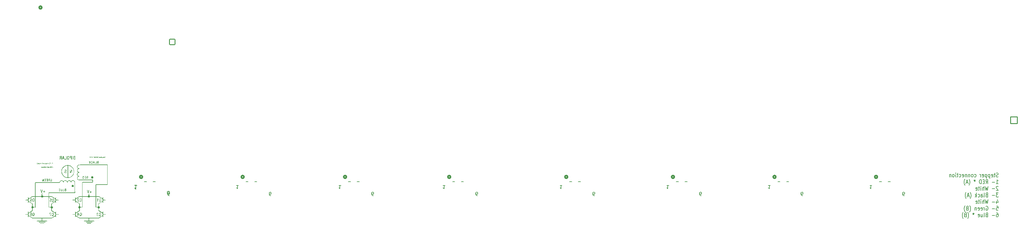
<source format=gbo>
G04 #@! TF.GenerationSoftware,KiCad,Pcbnew,7.0.7*
G04 #@! TF.CreationDate,2024-01-25T11:55:39-05:00*
G04 #@! TF.ProjectId,AOML_AB_3.0_reorganized-v1,414f4d4c-5f41-4425-9f33-2e305f72656f,1*
G04 #@! TF.SameCoordinates,Original*
G04 #@! TF.FileFunction,Legend,Bot*
G04 #@! TF.FilePolarity,Positive*
%FSLAX46Y46*%
G04 Gerber Fmt 4.6, Leading zero omitted, Abs format (unit mm)*
G04 Created by KiCad (PCBNEW 7.0.7) date 2024-01-25 11:55:39*
%MOMM*%
%LPD*%
G01*
G04 APERTURE LIST*
G04 Aperture macros list*
%AMRoundRect*
0 Rectangle with rounded corners*
0 $1 Rounding radius*
0 $2 $3 $4 $5 $6 $7 $8 $9 X,Y pos of 4 corners*
0 Add a 4 corners polygon primitive as box body*
4,1,4,$2,$3,$4,$5,$6,$7,$8,$9,$2,$3,0*
0 Add four circle primitives for the rounded corners*
1,1,$1+$1,$2,$3*
1,1,$1+$1,$4,$5*
1,1,$1+$1,$6,$7*
1,1,$1+$1,$8,$9*
0 Add four rect primitives between the rounded corners*
20,1,$1+$1,$2,$3,$4,$5,0*
20,1,$1+$1,$4,$5,$6,$7,0*
20,1,$1+$1,$6,$7,$8,$9,0*
20,1,$1+$1,$8,$9,$2,$3,0*%
G04 Aperture macros list end*
%ADD10C,0.200000*%
%ADD11C,0.150000*%
%ADD12C,0.508000*%
%ADD13C,0.152400*%
%ADD14C,1.270000*%
%ADD15R,1.520000X1.520000*%
%ADD16C,1.520000*%
%ADD17C,1.524000*%
%ADD18RoundRect,0.102000X-0.975000X0.975000X-0.975000X-0.975000X0.975000X-0.975000X0.975000X0.975000X0*%
%ADD19C,2.154000*%
%ADD20C,5.000000*%
%ADD21R,1.524000X1.524000*%
%ADD22C,3.327400*%
%ADD23R,1.651000X1.651000*%
%ADD24C,1.651000*%
%ADD25C,1.600000*%
%ADD26O,1.600000X1.600000*%
%ADD27RoundRect,0.102000X-0.975000X-0.975000X0.975000X-0.975000X0.975000X0.975000X-0.975000X0.975000X0*%
%ADD28C,1.784000*%
%ADD29RoundRect,0.102000X0.790000X0.790000X-0.790000X0.790000X-0.790000X-0.790000X0.790000X-0.790000X0*%
%ADD30R,1.700000X1.700000*%
%ADD31O,1.700000X1.700000*%
%ADD32R,1.397000X1.397000*%
%ADD33C,1.397000*%
%ADD34R,1.320800X1.320800*%
%ADD35C,1.320800*%
%ADD36C,3.860800*%
G04 APERTURE END LIST*
D10*
X346427945Y-168443600D02*
X346285088Y-168500742D01*
X346285088Y-168500742D02*
X346046993Y-168500742D01*
X346046993Y-168500742D02*
X345951755Y-168443600D01*
X345951755Y-168443600D02*
X345904136Y-168386457D01*
X345904136Y-168386457D02*
X345856517Y-168272171D01*
X345856517Y-168272171D02*
X345856517Y-168157885D01*
X345856517Y-168157885D02*
X345904136Y-168043600D01*
X345904136Y-168043600D02*
X345951755Y-167986457D01*
X345951755Y-167986457D02*
X346046993Y-167929314D01*
X346046993Y-167929314D02*
X346237469Y-167872171D01*
X346237469Y-167872171D02*
X346332707Y-167815028D01*
X346332707Y-167815028D02*
X346380326Y-167757885D01*
X346380326Y-167757885D02*
X346427945Y-167643600D01*
X346427945Y-167643600D02*
X346427945Y-167529314D01*
X346427945Y-167529314D02*
X346380326Y-167415028D01*
X346380326Y-167415028D02*
X346332707Y-167357885D01*
X346332707Y-167357885D02*
X346237469Y-167300742D01*
X346237469Y-167300742D02*
X345999374Y-167300742D01*
X345999374Y-167300742D02*
X345856517Y-167357885D01*
X345570802Y-167700742D02*
X345189850Y-167700742D01*
X345427945Y-167300742D02*
X345427945Y-168329314D01*
X345427945Y-168329314D02*
X345380326Y-168443600D01*
X345380326Y-168443600D02*
X345285088Y-168500742D01*
X345285088Y-168500742D02*
X345189850Y-168500742D01*
X344475564Y-168443600D02*
X344570802Y-168500742D01*
X344570802Y-168500742D02*
X344761278Y-168500742D01*
X344761278Y-168500742D02*
X344856516Y-168443600D01*
X344856516Y-168443600D02*
X344904135Y-168329314D01*
X344904135Y-168329314D02*
X344904135Y-167872171D01*
X344904135Y-167872171D02*
X344856516Y-167757885D01*
X344856516Y-167757885D02*
X344761278Y-167700742D01*
X344761278Y-167700742D02*
X344570802Y-167700742D01*
X344570802Y-167700742D02*
X344475564Y-167757885D01*
X344475564Y-167757885D02*
X344427945Y-167872171D01*
X344427945Y-167872171D02*
X344427945Y-167986457D01*
X344427945Y-167986457D02*
X344904135Y-168100742D01*
X343999373Y-167700742D02*
X343999373Y-168900742D01*
X343999373Y-167757885D02*
X343904135Y-167700742D01*
X343904135Y-167700742D02*
X343713659Y-167700742D01*
X343713659Y-167700742D02*
X343618421Y-167757885D01*
X343618421Y-167757885D02*
X343570802Y-167815028D01*
X343570802Y-167815028D02*
X343523183Y-167929314D01*
X343523183Y-167929314D02*
X343523183Y-168272171D01*
X343523183Y-168272171D02*
X343570802Y-168386457D01*
X343570802Y-168386457D02*
X343618421Y-168443600D01*
X343618421Y-168443600D02*
X343713659Y-168500742D01*
X343713659Y-168500742D02*
X343904135Y-168500742D01*
X343904135Y-168500742D02*
X343999373Y-168443600D01*
X343094611Y-167700742D02*
X343094611Y-168900742D01*
X343094611Y-167757885D02*
X342999373Y-167700742D01*
X342999373Y-167700742D02*
X342808897Y-167700742D01*
X342808897Y-167700742D02*
X342713659Y-167757885D01*
X342713659Y-167757885D02*
X342666040Y-167815028D01*
X342666040Y-167815028D02*
X342618421Y-167929314D01*
X342618421Y-167929314D02*
X342618421Y-168272171D01*
X342618421Y-168272171D02*
X342666040Y-168386457D01*
X342666040Y-168386457D02*
X342713659Y-168443600D01*
X342713659Y-168443600D02*
X342808897Y-168500742D01*
X342808897Y-168500742D02*
X342999373Y-168500742D01*
X342999373Y-168500742D02*
X343094611Y-168443600D01*
X341808897Y-168443600D02*
X341904135Y-168500742D01*
X341904135Y-168500742D02*
X342094611Y-168500742D01*
X342094611Y-168500742D02*
X342189849Y-168443600D01*
X342189849Y-168443600D02*
X342237468Y-168329314D01*
X342237468Y-168329314D02*
X342237468Y-167872171D01*
X342237468Y-167872171D02*
X342189849Y-167757885D01*
X342189849Y-167757885D02*
X342094611Y-167700742D01*
X342094611Y-167700742D02*
X341904135Y-167700742D01*
X341904135Y-167700742D02*
X341808897Y-167757885D01*
X341808897Y-167757885D02*
X341761278Y-167872171D01*
X341761278Y-167872171D02*
X341761278Y-167986457D01*
X341761278Y-167986457D02*
X342237468Y-168100742D01*
X341332706Y-168500742D02*
X341332706Y-167700742D01*
X341332706Y-167929314D02*
X341285087Y-167815028D01*
X341285087Y-167815028D02*
X341237468Y-167757885D01*
X341237468Y-167757885D02*
X341142230Y-167700742D01*
X341142230Y-167700742D02*
X341046992Y-167700742D01*
X339523182Y-168443600D02*
X339618420Y-168500742D01*
X339618420Y-168500742D02*
X339808896Y-168500742D01*
X339808896Y-168500742D02*
X339904134Y-168443600D01*
X339904134Y-168443600D02*
X339951753Y-168386457D01*
X339951753Y-168386457D02*
X339999372Y-168272171D01*
X339999372Y-168272171D02*
X339999372Y-167929314D01*
X339999372Y-167929314D02*
X339951753Y-167815028D01*
X339951753Y-167815028D02*
X339904134Y-167757885D01*
X339904134Y-167757885D02*
X339808896Y-167700742D01*
X339808896Y-167700742D02*
X339618420Y-167700742D01*
X339618420Y-167700742D02*
X339523182Y-167757885D01*
X338951753Y-168500742D02*
X339046991Y-168443600D01*
X339046991Y-168443600D02*
X339094610Y-168386457D01*
X339094610Y-168386457D02*
X339142229Y-168272171D01*
X339142229Y-168272171D02*
X339142229Y-167929314D01*
X339142229Y-167929314D02*
X339094610Y-167815028D01*
X339094610Y-167815028D02*
X339046991Y-167757885D01*
X339046991Y-167757885D02*
X338951753Y-167700742D01*
X338951753Y-167700742D02*
X338808896Y-167700742D01*
X338808896Y-167700742D02*
X338713658Y-167757885D01*
X338713658Y-167757885D02*
X338666039Y-167815028D01*
X338666039Y-167815028D02*
X338618420Y-167929314D01*
X338618420Y-167929314D02*
X338618420Y-168272171D01*
X338618420Y-168272171D02*
X338666039Y-168386457D01*
X338666039Y-168386457D02*
X338713658Y-168443600D01*
X338713658Y-168443600D02*
X338808896Y-168500742D01*
X338808896Y-168500742D02*
X338951753Y-168500742D01*
X338189848Y-167700742D02*
X338189848Y-168500742D01*
X338189848Y-167815028D02*
X338142229Y-167757885D01*
X338142229Y-167757885D02*
X338046991Y-167700742D01*
X338046991Y-167700742D02*
X337904134Y-167700742D01*
X337904134Y-167700742D02*
X337808896Y-167757885D01*
X337808896Y-167757885D02*
X337761277Y-167872171D01*
X337761277Y-167872171D02*
X337761277Y-168500742D01*
X337285086Y-167700742D02*
X337285086Y-168500742D01*
X337285086Y-167815028D02*
X337237467Y-167757885D01*
X337237467Y-167757885D02*
X337142229Y-167700742D01*
X337142229Y-167700742D02*
X336999372Y-167700742D01*
X336999372Y-167700742D02*
X336904134Y-167757885D01*
X336904134Y-167757885D02*
X336856515Y-167872171D01*
X336856515Y-167872171D02*
X336856515Y-168500742D01*
X335999372Y-168443600D02*
X336094610Y-168500742D01*
X336094610Y-168500742D02*
X336285086Y-168500742D01*
X336285086Y-168500742D02*
X336380324Y-168443600D01*
X336380324Y-168443600D02*
X336427943Y-168329314D01*
X336427943Y-168329314D02*
X336427943Y-167872171D01*
X336427943Y-167872171D02*
X336380324Y-167757885D01*
X336380324Y-167757885D02*
X336285086Y-167700742D01*
X336285086Y-167700742D02*
X336094610Y-167700742D01*
X336094610Y-167700742D02*
X335999372Y-167757885D01*
X335999372Y-167757885D02*
X335951753Y-167872171D01*
X335951753Y-167872171D02*
X335951753Y-167986457D01*
X335951753Y-167986457D02*
X336427943Y-168100742D01*
X335094610Y-168443600D02*
X335189848Y-168500742D01*
X335189848Y-168500742D02*
X335380324Y-168500742D01*
X335380324Y-168500742D02*
X335475562Y-168443600D01*
X335475562Y-168443600D02*
X335523181Y-168386457D01*
X335523181Y-168386457D02*
X335570800Y-168272171D01*
X335570800Y-168272171D02*
X335570800Y-167929314D01*
X335570800Y-167929314D02*
X335523181Y-167815028D01*
X335523181Y-167815028D02*
X335475562Y-167757885D01*
X335475562Y-167757885D02*
X335380324Y-167700742D01*
X335380324Y-167700742D02*
X335189848Y-167700742D01*
X335189848Y-167700742D02*
X335094610Y-167757885D01*
X334808895Y-167700742D02*
X334427943Y-167700742D01*
X334666038Y-167300742D02*
X334666038Y-168329314D01*
X334666038Y-168329314D02*
X334618419Y-168443600D01*
X334618419Y-168443600D02*
X334523181Y-168500742D01*
X334523181Y-168500742D02*
X334427943Y-168500742D01*
X334094609Y-168500742D02*
X334094609Y-167700742D01*
X334094609Y-167300742D02*
X334142228Y-167357885D01*
X334142228Y-167357885D02*
X334094609Y-167415028D01*
X334094609Y-167415028D02*
X334046990Y-167357885D01*
X334046990Y-167357885D02*
X334094609Y-167300742D01*
X334094609Y-167300742D02*
X334094609Y-167415028D01*
X333475562Y-168500742D02*
X333570800Y-168443600D01*
X333570800Y-168443600D02*
X333618419Y-168386457D01*
X333618419Y-168386457D02*
X333666038Y-168272171D01*
X333666038Y-168272171D02*
X333666038Y-167929314D01*
X333666038Y-167929314D02*
X333618419Y-167815028D01*
X333618419Y-167815028D02*
X333570800Y-167757885D01*
X333570800Y-167757885D02*
X333475562Y-167700742D01*
X333475562Y-167700742D02*
X333332705Y-167700742D01*
X333332705Y-167700742D02*
X333237467Y-167757885D01*
X333237467Y-167757885D02*
X333189848Y-167815028D01*
X333189848Y-167815028D02*
X333142229Y-167929314D01*
X333142229Y-167929314D02*
X333142229Y-168272171D01*
X333142229Y-168272171D02*
X333189848Y-168386457D01*
X333189848Y-168386457D02*
X333237467Y-168443600D01*
X333237467Y-168443600D02*
X333332705Y-168500742D01*
X333332705Y-168500742D02*
X333475562Y-168500742D01*
X332713657Y-167700742D02*
X332713657Y-168500742D01*
X332713657Y-167815028D02*
X332666038Y-167757885D01*
X332666038Y-167757885D02*
X332570800Y-167700742D01*
X332570800Y-167700742D02*
X332427943Y-167700742D01*
X332427943Y-167700742D02*
X332332705Y-167757885D01*
X332332705Y-167757885D02*
X332285086Y-167872171D01*
X332285086Y-167872171D02*
X332285086Y-168500742D01*
X345856517Y-170432742D02*
X346427945Y-170432742D01*
X346142231Y-170432742D02*
X346142231Y-169232742D01*
X346142231Y-169232742D02*
X346237469Y-169404171D01*
X346237469Y-169404171D02*
X346332707Y-169518457D01*
X346332707Y-169518457D02*
X346427945Y-169575600D01*
X345427945Y-169975600D02*
X344666041Y-169975600D01*
X342856517Y-170432742D02*
X343189850Y-169861314D01*
X343427945Y-170432742D02*
X343427945Y-169232742D01*
X343427945Y-169232742D02*
X343046993Y-169232742D01*
X343046993Y-169232742D02*
X342951755Y-169289885D01*
X342951755Y-169289885D02*
X342904136Y-169347028D01*
X342904136Y-169347028D02*
X342856517Y-169461314D01*
X342856517Y-169461314D02*
X342856517Y-169632742D01*
X342856517Y-169632742D02*
X342904136Y-169747028D01*
X342904136Y-169747028D02*
X342951755Y-169804171D01*
X342951755Y-169804171D02*
X343046993Y-169861314D01*
X343046993Y-169861314D02*
X343427945Y-169861314D01*
X342427945Y-169804171D02*
X342094612Y-169804171D01*
X341951755Y-170432742D02*
X342427945Y-170432742D01*
X342427945Y-170432742D02*
X342427945Y-169232742D01*
X342427945Y-169232742D02*
X341951755Y-169232742D01*
X341523183Y-170432742D02*
X341523183Y-169232742D01*
X341523183Y-169232742D02*
X341285088Y-169232742D01*
X341285088Y-169232742D02*
X341142231Y-169289885D01*
X341142231Y-169289885D02*
X341046993Y-169404171D01*
X341046993Y-169404171D02*
X340999374Y-169518457D01*
X340999374Y-169518457D02*
X340951755Y-169747028D01*
X340951755Y-169747028D02*
X340951755Y-169918457D01*
X340951755Y-169918457D02*
X340999374Y-170147028D01*
X340999374Y-170147028D02*
X341046993Y-170261314D01*
X341046993Y-170261314D02*
X341142231Y-170375600D01*
X341142231Y-170375600D02*
X341285088Y-170432742D01*
X341285088Y-170432742D02*
X341523183Y-170432742D01*
X339618421Y-169232742D02*
X339618421Y-169518457D01*
X339856516Y-169404171D02*
X339618421Y-169518457D01*
X339618421Y-169518457D02*
X339380326Y-169404171D01*
X339761278Y-169747028D02*
X339618421Y-169518457D01*
X339618421Y-169518457D02*
X339475564Y-169747028D01*
X337951754Y-170889885D02*
X337999373Y-170832742D01*
X337999373Y-170832742D02*
X338094611Y-170661314D01*
X338094611Y-170661314D02*
X338142230Y-170547028D01*
X338142230Y-170547028D02*
X338189849Y-170375600D01*
X338189849Y-170375600D02*
X338237468Y-170089885D01*
X338237468Y-170089885D02*
X338237468Y-169861314D01*
X338237468Y-169861314D02*
X338189849Y-169575600D01*
X338189849Y-169575600D02*
X338142230Y-169404171D01*
X338142230Y-169404171D02*
X338094611Y-169289885D01*
X338094611Y-169289885D02*
X337999373Y-169118457D01*
X337999373Y-169118457D02*
X337951754Y-169061314D01*
X337618420Y-170089885D02*
X337142230Y-170089885D01*
X337713658Y-170432742D02*
X337380325Y-169232742D01*
X337380325Y-169232742D02*
X337046992Y-170432742D01*
X336808896Y-170889885D02*
X336761277Y-170832742D01*
X336761277Y-170832742D02*
X336666039Y-170661314D01*
X336666039Y-170661314D02*
X336618420Y-170547028D01*
X336618420Y-170547028D02*
X336570801Y-170375600D01*
X336570801Y-170375600D02*
X336523182Y-170089885D01*
X336523182Y-170089885D02*
X336523182Y-169861314D01*
X336523182Y-169861314D02*
X336570801Y-169575600D01*
X336570801Y-169575600D02*
X336618420Y-169404171D01*
X336618420Y-169404171D02*
X336666039Y-169289885D01*
X336666039Y-169289885D02*
X336761277Y-169118457D01*
X336761277Y-169118457D02*
X336808896Y-169061314D01*
X346427945Y-171279028D02*
X346380326Y-171221885D01*
X346380326Y-171221885D02*
X346285088Y-171164742D01*
X346285088Y-171164742D02*
X346046993Y-171164742D01*
X346046993Y-171164742D02*
X345951755Y-171221885D01*
X345951755Y-171221885D02*
X345904136Y-171279028D01*
X345904136Y-171279028D02*
X345856517Y-171393314D01*
X345856517Y-171393314D02*
X345856517Y-171507600D01*
X345856517Y-171507600D02*
X345904136Y-171679028D01*
X345904136Y-171679028D02*
X346475564Y-172364742D01*
X346475564Y-172364742D02*
X345856517Y-172364742D01*
X345427945Y-171907600D02*
X344666041Y-171907600D01*
X343523183Y-171164742D02*
X343285088Y-172364742D01*
X343285088Y-172364742D02*
X343094612Y-171507600D01*
X343094612Y-171507600D02*
X342904136Y-172364742D01*
X342904136Y-172364742D02*
X342666041Y-171164742D01*
X342285088Y-172364742D02*
X342285088Y-171164742D01*
X341856517Y-172364742D02*
X341856517Y-171736171D01*
X341856517Y-171736171D02*
X341904136Y-171621885D01*
X341904136Y-171621885D02*
X341999374Y-171564742D01*
X341999374Y-171564742D02*
X342142231Y-171564742D01*
X342142231Y-171564742D02*
X342237469Y-171621885D01*
X342237469Y-171621885D02*
X342285088Y-171679028D01*
X341380326Y-172364742D02*
X341380326Y-171564742D01*
X341380326Y-171164742D02*
X341427945Y-171221885D01*
X341427945Y-171221885D02*
X341380326Y-171279028D01*
X341380326Y-171279028D02*
X341332707Y-171221885D01*
X341332707Y-171221885D02*
X341380326Y-171164742D01*
X341380326Y-171164742D02*
X341380326Y-171279028D01*
X341046993Y-171564742D02*
X340666041Y-171564742D01*
X340904136Y-171164742D02*
X340904136Y-172193314D01*
X340904136Y-172193314D02*
X340856517Y-172307600D01*
X340856517Y-172307600D02*
X340761279Y-172364742D01*
X340761279Y-172364742D02*
X340666041Y-172364742D01*
X339951755Y-172307600D02*
X340046993Y-172364742D01*
X340046993Y-172364742D02*
X340237469Y-172364742D01*
X340237469Y-172364742D02*
X340332707Y-172307600D01*
X340332707Y-172307600D02*
X340380326Y-172193314D01*
X340380326Y-172193314D02*
X340380326Y-171736171D01*
X340380326Y-171736171D02*
X340332707Y-171621885D01*
X340332707Y-171621885D02*
X340237469Y-171564742D01*
X340237469Y-171564742D02*
X340046993Y-171564742D01*
X340046993Y-171564742D02*
X339951755Y-171621885D01*
X339951755Y-171621885D02*
X339904136Y-171736171D01*
X339904136Y-171736171D02*
X339904136Y-171850457D01*
X339904136Y-171850457D02*
X340380326Y-171964742D01*
X346475564Y-173096742D02*
X345856517Y-173096742D01*
X345856517Y-173096742D02*
X346189850Y-173553885D01*
X346189850Y-173553885D02*
X346046993Y-173553885D01*
X346046993Y-173553885D02*
X345951755Y-173611028D01*
X345951755Y-173611028D02*
X345904136Y-173668171D01*
X345904136Y-173668171D02*
X345856517Y-173782457D01*
X345856517Y-173782457D02*
X345856517Y-174068171D01*
X345856517Y-174068171D02*
X345904136Y-174182457D01*
X345904136Y-174182457D02*
X345951755Y-174239600D01*
X345951755Y-174239600D02*
X346046993Y-174296742D01*
X346046993Y-174296742D02*
X346332707Y-174296742D01*
X346332707Y-174296742D02*
X346427945Y-174239600D01*
X346427945Y-174239600D02*
X346475564Y-174182457D01*
X345427945Y-173839600D02*
X344666041Y-173839600D01*
X343094612Y-173668171D02*
X342951755Y-173725314D01*
X342951755Y-173725314D02*
X342904136Y-173782457D01*
X342904136Y-173782457D02*
X342856517Y-173896742D01*
X342856517Y-173896742D02*
X342856517Y-174068171D01*
X342856517Y-174068171D02*
X342904136Y-174182457D01*
X342904136Y-174182457D02*
X342951755Y-174239600D01*
X342951755Y-174239600D02*
X343046993Y-174296742D01*
X343046993Y-174296742D02*
X343427945Y-174296742D01*
X343427945Y-174296742D02*
X343427945Y-173096742D01*
X343427945Y-173096742D02*
X343094612Y-173096742D01*
X343094612Y-173096742D02*
X342999374Y-173153885D01*
X342999374Y-173153885D02*
X342951755Y-173211028D01*
X342951755Y-173211028D02*
X342904136Y-173325314D01*
X342904136Y-173325314D02*
X342904136Y-173439600D01*
X342904136Y-173439600D02*
X342951755Y-173553885D01*
X342951755Y-173553885D02*
X342999374Y-173611028D01*
X342999374Y-173611028D02*
X343094612Y-173668171D01*
X343094612Y-173668171D02*
X343427945Y-173668171D01*
X342285088Y-174296742D02*
X342380326Y-174239600D01*
X342380326Y-174239600D02*
X342427945Y-174125314D01*
X342427945Y-174125314D02*
X342427945Y-173096742D01*
X341475564Y-174296742D02*
X341475564Y-173668171D01*
X341475564Y-173668171D02*
X341523183Y-173553885D01*
X341523183Y-173553885D02*
X341618421Y-173496742D01*
X341618421Y-173496742D02*
X341808897Y-173496742D01*
X341808897Y-173496742D02*
X341904135Y-173553885D01*
X341475564Y-174239600D02*
X341570802Y-174296742D01*
X341570802Y-174296742D02*
X341808897Y-174296742D01*
X341808897Y-174296742D02*
X341904135Y-174239600D01*
X341904135Y-174239600D02*
X341951754Y-174125314D01*
X341951754Y-174125314D02*
X341951754Y-174011028D01*
X341951754Y-174011028D02*
X341904135Y-173896742D01*
X341904135Y-173896742D02*
X341808897Y-173839600D01*
X341808897Y-173839600D02*
X341570802Y-173839600D01*
X341570802Y-173839600D02*
X341475564Y-173782457D01*
X340570802Y-174239600D02*
X340666040Y-174296742D01*
X340666040Y-174296742D02*
X340856516Y-174296742D01*
X340856516Y-174296742D02*
X340951754Y-174239600D01*
X340951754Y-174239600D02*
X340999373Y-174182457D01*
X340999373Y-174182457D02*
X341046992Y-174068171D01*
X341046992Y-174068171D02*
X341046992Y-173725314D01*
X341046992Y-173725314D02*
X340999373Y-173611028D01*
X340999373Y-173611028D02*
X340951754Y-173553885D01*
X340951754Y-173553885D02*
X340856516Y-173496742D01*
X340856516Y-173496742D02*
X340666040Y-173496742D01*
X340666040Y-173496742D02*
X340570802Y-173553885D01*
X340142230Y-174296742D02*
X340142230Y-173096742D01*
X340046992Y-173839600D02*
X339761278Y-174296742D01*
X339761278Y-173496742D02*
X340142230Y-173953885D01*
X338285087Y-174753885D02*
X338332706Y-174696742D01*
X338332706Y-174696742D02*
X338427944Y-174525314D01*
X338427944Y-174525314D02*
X338475563Y-174411028D01*
X338475563Y-174411028D02*
X338523182Y-174239600D01*
X338523182Y-174239600D02*
X338570801Y-173953885D01*
X338570801Y-173953885D02*
X338570801Y-173725314D01*
X338570801Y-173725314D02*
X338523182Y-173439600D01*
X338523182Y-173439600D02*
X338475563Y-173268171D01*
X338475563Y-173268171D02*
X338427944Y-173153885D01*
X338427944Y-173153885D02*
X338332706Y-172982457D01*
X338332706Y-172982457D02*
X338285087Y-172925314D01*
X337951753Y-173953885D02*
X337475563Y-173953885D01*
X338046991Y-174296742D02*
X337713658Y-173096742D01*
X337713658Y-173096742D02*
X337380325Y-174296742D01*
X337142229Y-174753885D02*
X337094610Y-174696742D01*
X337094610Y-174696742D02*
X336999372Y-174525314D01*
X336999372Y-174525314D02*
X336951753Y-174411028D01*
X336951753Y-174411028D02*
X336904134Y-174239600D01*
X336904134Y-174239600D02*
X336856515Y-173953885D01*
X336856515Y-173953885D02*
X336856515Y-173725314D01*
X336856515Y-173725314D02*
X336904134Y-173439600D01*
X336904134Y-173439600D02*
X336951753Y-173268171D01*
X336951753Y-173268171D02*
X336999372Y-173153885D01*
X336999372Y-173153885D02*
X337094610Y-172982457D01*
X337094610Y-172982457D02*
X337142229Y-172925314D01*
X345951755Y-175428742D02*
X345951755Y-176228742D01*
X346189850Y-174971600D02*
X346427945Y-175828742D01*
X346427945Y-175828742D02*
X345808898Y-175828742D01*
X345427945Y-175771600D02*
X344666041Y-175771600D01*
X343523183Y-175028742D02*
X343285088Y-176228742D01*
X343285088Y-176228742D02*
X343094612Y-175371600D01*
X343094612Y-175371600D02*
X342904136Y-176228742D01*
X342904136Y-176228742D02*
X342666041Y-175028742D01*
X342285088Y-176228742D02*
X342285088Y-175028742D01*
X341856517Y-176228742D02*
X341856517Y-175600171D01*
X341856517Y-175600171D02*
X341904136Y-175485885D01*
X341904136Y-175485885D02*
X341999374Y-175428742D01*
X341999374Y-175428742D02*
X342142231Y-175428742D01*
X342142231Y-175428742D02*
X342237469Y-175485885D01*
X342237469Y-175485885D02*
X342285088Y-175543028D01*
X341380326Y-176228742D02*
X341380326Y-175428742D01*
X341380326Y-175028742D02*
X341427945Y-175085885D01*
X341427945Y-175085885D02*
X341380326Y-175143028D01*
X341380326Y-175143028D02*
X341332707Y-175085885D01*
X341332707Y-175085885D02*
X341380326Y-175028742D01*
X341380326Y-175028742D02*
X341380326Y-175143028D01*
X341046993Y-175428742D02*
X340666041Y-175428742D01*
X340904136Y-175028742D02*
X340904136Y-176057314D01*
X340904136Y-176057314D02*
X340856517Y-176171600D01*
X340856517Y-176171600D02*
X340761279Y-176228742D01*
X340761279Y-176228742D02*
X340666041Y-176228742D01*
X339951755Y-176171600D02*
X340046993Y-176228742D01*
X340046993Y-176228742D02*
X340237469Y-176228742D01*
X340237469Y-176228742D02*
X340332707Y-176171600D01*
X340332707Y-176171600D02*
X340380326Y-176057314D01*
X340380326Y-176057314D02*
X340380326Y-175600171D01*
X340380326Y-175600171D02*
X340332707Y-175485885D01*
X340332707Y-175485885D02*
X340237469Y-175428742D01*
X340237469Y-175428742D02*
X340046993Y-175428742D01*
X340046993Y-175428742D02*
X339951755Y-175485885D01*
X339951755Y-175485885D02*
X339904136Y-175600171D01*
X339904136Y-175600171D02*
X339904136Y-175714457D01*
X339904136Y-175714457D02*
X340380326Y-175828742D01*
X345904136Y-176960742D02*
X346380326Y-176960742D01*
X346380326Y-176960742D02*
X346427945Y-177532171D01*
X346427945Y-177532171D02*
X346380326Y-177475028D01*
X346380326Y-177475028D02*
X346285088Y-177417885D01*
X346285088Y-177417885D02*
X346046993Y-177417885D01*
X346046993Y-177417885D02*
X345951755Y-177475028D01*
X345951755Y-177475028D02*
X345904136Y-177532171D01*
X345904136Y-177532171D02*
X345856517Y-177646457D01*
X345856517Y-177646457D02*
X345856517Y-177932171D01*
X345856517Y-177932171D02*
X345904136Y-178046457D01*
X345904136Y-178046457D02*
X345951755Y-178103600D01*
X345951755Y-178103600D02*
X346046993Y-178160742D01*
X346046993Y-178160742D02*
X346285088Y-178160742D01*
X346285088Y-178160742D02*
X346380326Y-178103600D01*
X346380326Y-178103600D02*
X346427945Y-178046457D01*
X345427945Y-177703600D02*
X344666041Y-177703600D01*
X342904136Y-177017885D02*
X342999374Y-176960742D01*
X342999374Y-176960742D02*
X343142231Y-176960742D01*
X343142231Y-176960742D02*
X343285088Y-177017885D01*
X343285088Y-177017885D02*
X343380326Y-177132171D01*
X343380326Y-177132171D02*
X343427945Y-177246457D01*
X343427945Y-177246457D02*
X343475564Y-177475028D01*
X343475564Y-177475028D02*
X343475564Y-177646457D01*
X343475564Y-177646457D02*
X343427945Y-177875028D01*
X343427945Y-177875028D02*
X343380326Y-177989314D01*
X343380326Y-177989314D02*
X343285088Y-178103600D01*
X343285088Y-178103600D02*
X343142231Y-178160742D01*
X343142231Y-178160742D02*
X343046993Y-178160742D01*
X343046993Y-178160742D02*
X342904136Y-178103600D01*
X342904136Y-178103600D02*
X342856517Y-178046457D01*
X342856517Y-178046457D02*
X342856517Y-177646457D01*
X342856517Y-177646457D02*
X343046993Y-177646457D01*
X342427945Y-178160742D02*
X342427945Y-177360742D01*
X342427945Y-177589314D02*
X342380326Y-177475028D01*
X342380326Y-177475028D02*
X342332707Y-177417885D01*
X342332707Y-177417885D02*
X342237469Y-177360742D01*
X342237469Y-177360742D02*
X342142231Y-177360742D01*
X341427945Y-178103600D02*
X341523183Y-178160742D01*
X341523183Y-178160742D02*
X341713659Y-178160742D01*
X341713659Y-178160742D02*
X341808897Y-178103600D01*
X341808897Y-178103600D02*
X341856516Y-177989314D01*
X341856516Y-177989314D02*
X341856516Y-177532171D01*
X341856516Y-177532171D02*
X341808897Y-177417885D01*
X341808897Y-177417885D02*
X341713659Y-177360742D01*
X341713659Y-177360742D02*
X341523183Y-177360742D01*
X341523183Y-177360742D02*
X341427945Y-177417885D01*
X341427945Y-177417885D02*
X341380326Y-177532171D01*
X341380326Y-177532171D02*
X341380326Y-177646457D01*
X341380326Y-177646457D02*
X341856516Y-177760742D01*
X340570802Y-178103600D02*
X340666040Y-178160742D01*
X340666040Y-178160742D02*
X340856516Y-178160742D01*
X340856516Y-178160742D02*
X340951754Y-178103600D01*
X340951754Y-178103600D02*
X340999373Y-177989314D01*
X340999373Y-177989314D02*
X340999373Y-177532171D01*
X340999373Y-177532171D02*
X340951754Y-177417885D01*
X340951754Y-177417885D02*
X340856516Y-177360742D01*
X340856516Y-177360742D02*
X340666040Y-177360742D01*
X340666040Y-177360742D02*
X340570802Y-177417885D01*
X340570802Y-177417885D02*
X340523183Y-177532171D01*
X340523183Y-177532171D02*
X340523183Y-177646457D01*
X340523183Y-177646457D02*
X340999373Y-177760742D01*
X340094611Y-177360742D02*
X340094611Y-178160742D01*
X340094611Y-177475028D02*
X340046992Y-177417885D01*
X340046992Y-177417885D02*
X339951754Y-177360742D01*
X339951754Y-177360742D02*
X339808897Y-177360742D01*
X339808897Y-177360742D02*
X339713659Y-177417885D01*
X339713659Y-177417885D02*
X339666040Y-177532171D01*
X339666040Y-177532171D02*
X339666040Y-178160742D01*
X338142230Y-178617885D02*
X338189849Y-178560742D01*
X338189849Y-178560742D02*
X338285087Y-178389314D01*
X338285087Y-178389314D02*
X338332706Y-178275028D01*
X338332706Y-178275028D02*
X338380325Y-178103600D01*
X338380325Y-178103600D02*
X338427944Y-177817885D01*
X338427944Y-177817885D02*
X338427944Y-177589314D01*
X338427944Y-177589314D02*
X338380325Y-177303600D01*
X338380325Y-177303600D02*
X338332706Y-177132171D01*
X338332706Y-177132171D02*
X338285087Y-177017885D01*
X338285087Y-177017885D02*
X338189849Y-176846457D01*
X338189849Y-176846457D02*
X338142230Y-176789314D01*
X337427944Y-177532171D02*
X337285087Y-177589314D01*
X337285087Y-177589314D02*
X337237468Y-177646457D01*
X337237468Y-177646457D02*
X337189849Y-177760742D01*
X337189849Y-177760742D02*
X337189849Y-177932171D01*
X337189849Y-177932171D02*
X337237468Y-178046457D01*
X337237468Y-178046457D02*
X337285087Y-178103600D01*
X337285087Y-178103600D02*
X337380325Y-178160742D01*
X337380325Y-178160742D02*
X337761277Y-178160742D01*
X337761277Y-178160742D02*
X337761277Y-176960742D01*
X337761277Y-176960742D02*
X337427944Y-176960742D01*
X337427944Y-176960742D02*
X337332706Y-177017885D01*
X337332706Y-177017885D02*
X337285087Y-177075028D01*
X337285087Y-177075028D02*
X337237468Y-177189314D01*
X337237468Y-177189314D02*
X337237468Y-177303600D01*
X337237468Y-177303600D02*
X337285087Y-177417885D01*
X337285087Y-177417885D02*
X337332706Y-177475028D01*
X337332706Y-177475028D02*
X337427944Y-177532171D01*
X337427944Y-177532171D02*
X337761277Y-177532171D01*
X336856515Y-178617885D02*
X336808896Y-178560742D01*
X336808896Y-178560742D02*
X336713658Y-178389314D01*
X336713658Y-178389314D02*
X336666039Y-178275028D01*
X336666039Y-178275028D02*
X336618420Y-178103600D01*
X336618420Y-178103600D02*
X336570801Y-177817885D01*
X336570801Y-177817885D02*
X336570801Y-177589314D01*
X336570801Y-177589314D02*
X336618420Y-177303600D01*
X336618420Y-177303600D02*
X336666039Y-177132171D01*
X336666039Y-177132171D02*
X336713658Y-177017885D01*
X336713658Y-177017885D02*
X336808896Y-176846457D01*
X336808896Y-176846457D02*
X336856515Y-176789314D01*
X345951755Y-178892742D02*
X346142231Y-178892742D01*
X346142231Y-178892742D02*
X346237469Y-178949885D01*
X346237469Y-178949885D02*
X346285088Y-179007028D01*
X346285088Y-179007028D02*
X346380326Y-179178457D01*
X346380326Y-179178457D02*
X346427945Y-179407028D01*
X346427945Y-179407028D02*
X346427945Y-179864171D01*
X346427945Y-179864171D02*
X346380326Y-179978457D01*
X346380326Y-179978457D02*
X346332707Y-180035600D01*
X346332707Y-180035600D02*
X346237469Y-180092742D01*
X346237469Y-180092742D02*
X346046993Y-180092742D01*
X346046993Y-180092742D02*
X345951755Y-180035600D01*
X345951755Y-180035600D02*
X345904136Y-179978457D01*
X345904136Y-179978457D02*
X345856517Y-179864171D01*
X345856517Y-179864171D02*
X345856517Y-179578457D01*
X345856517Y-179578457D02*
X345904136Y-179464171D01*
X345904136Y-179464171D02*
X345951755Y-179407028D01*
X345951755Y-179407028D02*
X346046993Y-179349885D01*
X346046993Y-179349885D02*
X346237469Y-179349885D01*
X346237469Y-179349885D02*
X346332707Y-179407028D01*
X346332707Y-179407028D02*
X346380326Y-179464171D01*
X346380326Y-179464171D02*
X346427945Y-179578457D01*
X345427945Y-179635600D02*
X344666041Y-179635600D01*
X343094612Y-179464171D02*
X342951755Y-179521314D01*
X342951755Y-179521314D02*
X342904136Y-179578457D01*
X342904136Y-179578457D02*
X342856517Y-179692742D01*
X342856517Y-179692742D02*
X342856517Y-179864171D01*
X342856517Y-179864171D02*
X342904136Y-179978457D01*
X342904136Y-179978457D02*
X342951755Y-180035600D01*
X342951755Y-180035600D02*
X343046993Y-180092742D01*
X343046993Y-180092742D02*
X343427945Y-180092742D01*
X343427945Y-180092742D02*
X343427945Y-178892742D01*
X343427945Y-178892742D02*
X343094612Y-178892742D01*
X343094612Y-178892742D02*
X342999374Y-178949885D01*
X342999374Y-178949885D02*
X342951755Y-179007028D01*
X342951755Y-179007028D02*
X342904136Y-179121314D01*
X342904136Y-179121314D02*
X342904136Y-179235600D01*
X342904136Y-179235600D02*
X342951755Y-179349885D01*
X342951755Y-179349885D02*
X342999374Y-179407028D01*
X342999374Y-179407028D02*
X343094612Y-179464171D01*
X343094612Y-179464171D02*
X343427945Y-179464171D01*
X342285088Y-180092742D02*
X342380326Y-180035600D01*
X342380326Y-180035600D02*
X342427945Y-179921314D01*
X342427945Y-179921314D02*
X342427945Y-178892742D01*
X341475564Y-179292742D02*
X341475564Y-180092742D01*
X341904135Y-179292742D02*
X341904135Y-179921314D01*
X341904135Y-179921314D02*
X341856516Y-180035600D01*
X341856516Y-180035600D02*
X341761278Y-180092742D01*
X341761278Y-180092742D02*
X341618421Y-180092742D01*
X341618421Y-180092742D02*
X341523183Y-180035600D01*
X341523183Y-180035600D02*
X341475564Y-179978457D01*
X340618421Y-180035600D02*
X340713659Y-180092742D01*
X340713659Y-180092742D02*
X340904135Y-180092742D01*
X340904135Y-180092742D02*
X340999373Y-180035600D01*
X340999373Y-180035600D02*
X341046992Y-179921314D01*
X341046992Y-179921314D02*
X341046992Y-179464171D01*
X341046992Y-179464171D02*
X340999373Y-179349885D01*
X340999373Y-179349885D02*
X340904135Y-179292742D01*
X340904135Y-179292742D02*
X340713659Y-179292742D01*
X340713659Y-179292742D02*
X340618421Y-179349885D01*
X340618421Y-179349885D02*
X340570802Y-179464171D01*
X340570802Y-179464171D02*
X340570802Y-179578457D01*
X340570802Y-179578457D02*
X341046992Y-179692742D01*
X339237468Y-178892742D02*
X339237468Y-179178457D01*
X339475563Y-179064171D02*
X339237468Y-179178457D01*
X339237468Y-179178457D02*
X338999373Y-179064171D01*
X339380325Y-179407028D02*
X339237468Y-179178457D01*
X339237468Y-179178457D02*
X339094611Y-179407028D01*
X337570801Y-180549885D02*
X337618420Y-180492742D01*
X337618420Y-180492742D02*
X337713658Y-180321314D01*
X337713658Y-180321314D02*
X337761277Y-180207028D01*
X337761277Y-180207028D02*
X337808896Y-180035600D01*
X337808896Y-180035600D02*
X337856515Y-179749885D01*
X337856515Y-179749885D02*
X337856515Y-179521314D01*
X337856515Y-179521314D02*
X337808896Y-179235600D01*
X337808896Y-179235600D02*
X337761277Y-179064171D01*
X337761277Y-179064171D02*
X337713658Y-178949885D01*
X337713658Y-178949885D02*
X337618420Y-178778457D01*
X337618420Y-178778457D02*
X337570801Y-178721314D01*
X336856515Y-179464171D02*
X336713658Y-179521314D01*
X336713658Y-179521314D02*
X336666039Y-179578457D01*
X336666039Y-179578457D02*
X336618420Y-179692742D01*
X336618420Y-179692742D02*
X336618420Y-179864171D01*
X336618420Y-179864171D02*
X336666039Y-179978457D01*
X336666039Y-179978457D02*
X336713658Y-180035600D01*
X336713658Y-180035600D02*
X336808896Y-180092742D01*
X336808896Y-180092742D02*
X337189848Y-180092742D01*
X337189848Y-180092742D02*
X337189848Y-178892742D01*
X337189848Y-178892742D02*
X336856515Y-178892742D01*
X336856515Y-178892742D02*
X336761277Y-178949885D01*
X336761277Y-178949885D02*
X336713658Y-179007028D01*
X336713658Y-179007028D02*
X336666039Y-179121314D01*
X336666039Y-179121314D02*
X336666039Y-179235600D01*
X336666039Y-179235600D02*
X336713658Y-179349885D01*
X336713658Y-179349885D02*
X336761277Y-179407028D01*
X336761277Y-179407028D02*
X336856515Y-179464171D01*
X336856515Y-179464171D02*
X337189848Y-179464171D01*
X336285086Y-180549885D02*
X336237467Y-180492742D01*
X336237467Y-180492742D02*
X336142229Y-180321314D01*
X336142229Y-180321314D02*
X336094610Y-180207028D01*
X336094610Y-180207028D02*
X336046991Y-180035600D01*
X336046991Y-180035600D02*
X335999372Y-179749885D01*
X335999372Y-179749885D02*
X335999372Y-179521314D01*
X335999372Y-179521314D02*
X336046991Y-179235600D01*
X336046991Y-179235600D02*
X336094610Y-179064171D01*
X336094610Y-179064171D02*
X336142229Y-178949885D01*
X336142229Y-178949885D02*
X336237467Y-178778457D01*
X336237467Y-178778457D02*
X336285086Y-178721314D01*
D11*
X185745714Y-170905180D02*
X185174286Y-170905180D01*
X185460000Y-170905180D02*
X185460000Y-171905180D01*
X185460000Y-171905180D02*
X185364762Y-171762323D01*
X185364762Y-171762323D02*
X185269524Y-171667085D01*
X185269524Y-171667085D02*
X185174286Y-171619466D01*
X195150476Y-173905180D02*
X194960000Y-173905180D01*
X194960000Y-173905180D02*
X194864762Y-173857561D01*
X194864762Y-173857561D02*
X194817143Y-173809942D01*
X194817143Y-173809942D02*
X194721905Y-173667085D01*
X194721905Y-173667085D02*
X194674286Y-173476609D01*
X194674286Y-173476609D02*
X194674286Y-173095657D01*
X194674286Y-173095657D02*
X194721905Y-173000419D01*
X194721905Y-173000419D02*
X194769524Y-172952800D01*
X194769524Y-172952800D02*
X194864762Y-172905180D01*
X194864762Y-172905180D02*
X195055238Y-172905180D01*
X195055238Y-172905180D02*
X195150476Y-172952800D01*
X195150476Y-172952800D02*
X195198095Y-173000419D01*
X195198095Y-173000419D02*
X195245714Y-173095657D01*
X195245714Y-173095657D02*
X195245714Y-173333752D01*
X195245714Y-173333752D02*
X195198095Y-173428990D01*
X195198095Y-173428990D02*
X195150476Y-173476609D01*
X195150476Y-173476609D02*
X195055238Y-173524228D01*
X195055238Y-173524228D02*
X194864762Y-173524228D01*
X194864762Y-173524228D02*
X194769524Y-173476609D01*
X194769524Y-173476609D02*
X194721905Y-173428990D01*
X194721905Y-173428990D02*
X194674286Y-173333752D01*
X195150476Y-173905180D02*
X194960000Y-173905180D01*
X194960000Y-173905180D02*
X194864762Y-173857561D01*
X194864762Y-173857561D02*
X194817143Y-173809942D01*
X194817143Y-173809942D02*
X194721905Y-173667085D01*
X194721905Y-173667085D02*
X194674286Y-173476609D01*
X194674286Y-173476609D02*
X194674286Y-173095657D01*
X194674286Y-173095657D02*
X194721905Y-173000419D01*
X194721905Y-173000419D02*
X194769524Y-172952800D01*
X194769524Y-172952800D02*
X194864762Y-172905180D01*
X194864762Y-172905180D02*
X195055238Y-172905180D01*
X195055238Y-172905180D02*
X195150476Y-172952800D01*
X195150476Y-172952800D02*
X195198095Y-173000419D01*
X195198095Y-173000419D02*
X195245714Y-173095657D01*
X195245714Y-173095657D02*
X195245714Y-173333752D01*
X195245714Y-173333752D02*
X195198095Y-173428990D01*
X195198095Y-173428990D02*
X195150476Y-173476609D01*
X195150476Y-173476609D02*
X195055238Y-173524228D01*
X195055238Y-173524228D02*
X194864762Y-173524228D01*
X194864762Y-173524228D02*
X194769524Y-173476609D01*
X194769524Y-173476609D02*
X194721905Y-173428990D01*
X194721905Y-173428990D02*
X194674286Y-173333752D01*
X185745714Y-170905180D02*
X185174286Y-170905180D01*
X185460000Y-170905180D02*
X185460000Y-171905180D01*
X185460000Y-171905180D02*
X185364762Y-171762323D01*
X185364762Y-171762323D02*
X185269524Y-171667085D01*
X185269524Y-171667085D02*
X185174286Y-171619466D01*
X96245714Y-170905180D02*
X95674286Y-170905180D01*
X95960000Y-170905180D02*
X95960000Y-171905180D01*
X95960000Y-171905180D02*
X95864762Y-171762323D01*
X95864762Y-171762323D02*
X95769524Y-171667085D01*
X95769524Y-171667085D02*
X95674286Y-171619466D01*
X105650476Y-173905180D02*
X105460000Y-173905180D01*
X105460000Y-173905180D02*
X105364762Y-173857561D01*
X105364762Y-173857561D02*
X105317143Y-173809942D01*
X105317143Y-173809942D02*
X105221905Y-173667085D01*
X105221905Y-173667085D02*
X105174286Y-173476609D01*
X105174286Y-173476609D02*
X105174286Y-173095657D01*
X105174286Y-173095657D02*
X105221905Y-173000419D01*
X105221905Y-173000419D02*
X105269524Y-172952800D01*
X105269524Y-172952800D02*
X105364762Y-172905180D01*
X105364762Y-172905180D02*
X105555238Y-172905180D01*
X105555238Y-172905180D02*
X105650476Y-172952800D01*
X105650476Y-172952800D02*
X105698095Y-173000419D01*
X105698095Y-173000419D02*
X105745714Y-173095657D01*
X105745714Y-173095657D02*
X105745714Y-173333752D01*
X105745714Y-173333752D02*
X105698095Y-173428990D01*
X105698095Y-173428990D02*
X105650476Y-173476609D01*
X105650476Y-173476609D02*
X105555238Y-173524228D01*
X105555238Y-173524228D02*
X105364762Y-173524228D01*
X105364762Y-173524228D02*
X105269524Y-173476609D01*
X105269524Y-173476609D02*
X105221905Y-173428990D01*
X105221905Y-173428990D02*
X105174286Y-173333752D01*
D10*
X96170714Y-170857157D02*
X95599286Y-170857157D01*
X95885000Y-170857157D02*
X95885000Y-172057157D01*
X95885000Y-172057157D02*
X95789762Y-171885728D01*
X95789762Y-171885728D02*
X95694524Y-171771442D01*
X95694524Y-171771442D02*
X95599286Y-171714300D01*
X105575476Y-173807157D02*
X105385000Y-173807157D01*
X105385000Y-173807157D02*
X105289762Y-173750014D01*
X105289762Y-173750014D02*
X105242143Y-173692871D01*
X105242143Y-173692871D02*
X105146905Y-173521442D01*
X105146905Y-173521442D02*
X105099286Y-173292871D01*
X105099286Y-173292871D02*
X105099286Y-172835728D01*
X105099286Y-172835728D02*
X105146905Y-172721442D01*
X105146905Y-172721442D02*
X105194524Y-172664300D01*
X105194524Y-172664300D02*
X105289762Y-172607157D01*
X105289762Y-172607157D02*
X105480238Y-172607157D01*
X105480238Y-172607157D02*
X105575476Y-172664300D01*
X105575476Y-172664300D02*
X105623095Y-172721442D01*
X105623095Y-172721442D02*
X105670714Y-172835728D01*
X105670714Y-172835728D02*
X105670714Y-173121442D01*
X105670714Y-173121442D02*
X105623095Y-173235728D01*
X105623095Y-173235728D02*
X105575476Y-173292871D01*
X105575476Y-173292871D02*
X105480238Y-173350014D01*
X105480238Y-173350014D02*
X105289762Y-173350014D01*
X105289762Y-173350014D02*
X105194524Y-173292871D01*
X105194524Y-173292871D02*
X105146905Y-173235728D01*
X105146905Y-173235728D02*
X105099286Y-173121442D01*
D11*
X155495714Y-170905180D02*
X154924286Y-170905180D01*
X155210000Y-170905180D02*
X155210000Y-171905180D01*
X155210000Y-171905180D02*
X155114762Y-171762323D01*
X155114762Y-171762323D02*
X155019524Y-171667085D01*
X155019524Y-171667085D02*
X154924286Y-171619466D01*
X164900476Y-173905180D02*
X164710000Y-173905180D01*
X164710000Y-173905180D02*
X164614762Y-173857561D01*
X164614762Y-173857561D02*
X164567143Y-173809942D01*
X164567143Y-173809942D02*
X164471905Y-173667085D01*
X164471905Y-173667085D02*
X164424286Y-173476609D01*
X164424286Y-173476609D02*
X164424286Y-173095657D01*
X164424286Y-173095657D02*
X164471905Y-173000419D01*
X164471905Y-173000419D02*
X164519524Y-172952800D01*
X164519524Y-172952800D02*
X164614762Y-172905180D01*
X164614762Y-172905180D02*
X164805238Y-172905180D01*
X164805238Y-172905180D02*
X164900476Y-172952800D01*
X164900476Y-172952800D02*
X164948095Y-173000419D01*
X164948095Y-173000419D02*
X164995714Y-173095657D01*
X164995714Y-173095657D02*
X164995714Y-173333752D01*
X164995714Y-173333752D02*
X164948095Y-173428990D01*
X164948095Y-173428990D02*
X164900476Y-173476609D01*
X164900476Y-173476609D02*
X164805238Y-173524228D01*
X164805238Y-173524228D02*
X164614762Y-173524228D01*
X164614762Y-173524228D02*
X164519524Y-173476609D01*
X164519524Y-173476609D02*
X164471905Y-173428990D01*
X164471905Y-173428990D02*
X164424286Y-173333752D01*
X164900476Y-173905180D02*
X164710000Y-173905180D01*
X164710000Y-173905180D02*
X164614762Y-173857561D01*
X164614762Y-173857561D02*
X164567143Y-173809942D01*
X164567143Y-173809942D02*
X164471905Y-173667085D01*
X164471905Y-173667085D02*
X164424286Y-173476609D01*
X164424286Y-173476609D02*
X164424286Y-173095657D01*
X164424286Y-173095657D02*
X164471905Y-173000419D01*
X164471905Y-173000419D02*
X164519524Y-172952800D01*
X164519524Y-172952800D02*
X164614762Y-172905180D01*
X164614762Y-172905180D02*
X164805238Y-172905180D01*
X164805238Y-172905180D02*
X164900476Y-172952800D01*
X164900476Y-172952800D02*
X164948095Y-173000419D01*
X164948095Y-173000419D02*
X164995714Y-173095657D01*
X164995714Y-173095657D02*
X164995714Y-173333752D01*
X164995714Y-173333752D02*
X164948095Y-173428990D01*
X164948095Y-173428990D02*
X164900476Y-173476609D01*
X164900476Y-173476609D02*
X164805238Y-173524228D01*
X164805238Y-173524228D02*
X164614762Y-173524228D01*
X164614762Y-173524228D02*
X164519524Y-173476609D01*
X164519524Y-173476609D02*
X164471905Y-173428990D01*
X164471905Y-173428990D02*
X164424286Y-173333752D01*
X155495714Y-170905180D02*
X154924286Y-170905180D01*
X155210000Y-170905180D02*
X155210000Y-171905180D01*
X155210000Y-171905180D02*
X155114762Y-171762323D01*
X155114762Y-171762323D02*
X155019524Y-171667085D01*
X155019524Y-171667085D02*
X154924286Y-171619466D01*
X125745714Y-170905180D02*
X125174286Y-170905180D01*
X125460000Y-170905180D02*
X125460000Y-171905180D01*
X125460000Y-171905180D02*
X125364762Y-171762323D01*
X125364762Y-171762323D02*
X125269524Y-171667085D01*
X125269524Y-171667085D02*
X125174286Y-171619466D01*
X125745714Y-170905180D02*
X125174286Y-170905180D01*
X125460000Y-170905180D02*
X125460000Y-171905180D01*
X125460000Y-171905180D02*
X125364762Y-171762323D01*
X125364762Y-171762323D02*
X125269524Y-171667085D01*
X125269524Y-171667085D02*
X125174286Y-171619466D01*
X135150476Y-173905180D02*
X134960000Y-173905180D01*
X134960000Y-173905180D02*
X134864762Y-173857561D01*
X134864762Y-173857561D02*
X134817143Y-173809942D01*
X134817143Y-173809942D02*
X134721905Y-173667085D01*
X134721905Y-173667085D02*
X134674286Y-173476609D01*
X134674286Y-173476609D02*
X134674286Y-173095657D01*
X134674286Y-173095657D02*
X134721905Y-173000419D01*
X134721905Y-173000419D02*
X134769524Y-172952800D01*
X134769524Y-172952800D02*
X134864762Y-172905180D01*
X134864762Y-172905180D02*
X135055238Y-172905180D01*
X135055238Y-172905180D02*
X135150476Y-172952800D01*
X135150476Y-172952800D02*
X135198095Y-173000419D01*
X135198095Y-173000419D02*
X135245714Y-173095657D01*
X135245714Y-173095657D02*
X135245714Y-173333752D01*
X135245714Y-173333752D02*
X135198095Y-173428990D01*
X135198095Y-173428990D02*
X135150476Y-173476609D01*
X135150476Y-173476609D02*
X135055238Y-173524228D01*
X135055238Y-173524228D02*
X134864762Y-173524228D01*
X134864762Y-173524228D02*
X134769524Y-173476609D01*
X134769524Y-173476609D02*
X134721905Y-173428990D01*
X134721905Y-173428990D02*
X134674286Y-173333752D01*
X135150476Y-173905180D02*
X134960000Y-173905180D01*
X134960000Y-173905180D02*
X134864762Y-173857561D01*
X134864762Y-173857561D02*
X134817143Y-173809942D01*
X134817143Y-173809942D02*
X134721905Y-173667085D01*
X134721905Y-173667085D02*
X134674286Y-173476609D01*
X134674286Y-173476609D02*
X134674286Y-173095657D01*
X134674286Y-173095657D02*
X134721905Y-173000419D01*
X134721905Y-173000419D02*
X134769524Y-172952800D01*
X134769524Y-172952800D02*
X134864762Y-172905180D01*
X134864762Y-172905180D02*
X135055238Y-172905180D01*
X135055238Y-172905180D02*
X135150476Y-172952800D01*
X135150476Y-172952800D02*
X135198095Y-173000419D01*
X135198095Y-173000419D02*
X135245714Y-173095657D01*
X135245714Y-173095657D02*
X135245714Y-173333752D01*
X135245714Y-173333752D02*
X135198095Y-173428990D01*
X135198095Y-173428990D02*
X135150476Y-173476609D01*
X135150476Y-173476609D02*
X135055238Y-173524228D01*
X135055238Y-173524228D02*
X134864762Y-173524228D01*
X134864762Y-173524228D02*
X134769524Y-173476609D01*
X134769524Y-173476609D02*
X134721905Y-173428990D01*
X134721905Y-173428990D02*
X134674286Y-173333752D01*
X229150476Y-173905180D02*
X228960000Y-173905180D01*
X228960000Y-173905180D02*
X228864762Y-173857561D01*
X228864762Y-173857561D02*
X228817143Y-173809942D01*
X228817143Y-173809942D02*
X228721905Y-173667085D01*
X228721905Y-173667085D02*
X228674286Y-173476609D01*
X228674286Y-173476609D02*
X228674286Y-173095657D01*
X228674286Y-173095657D02*
X228721905Y-173000419D01*
X228721905Y-173000419D02*
X228769524Y-172952800D01*
X228769524Y-172952800D02*
X228864762Y-172905180D01*
X228864762Y-172905180D02*
X229055238Y-172905180D01*
X229055238Y-172905180D02*
X229150476Y-172952800D01*
X229150476Y-172952800D02*
X229198095Y-173000419D01*
X229198095Y-173000419D02*
X229245714Y-173095657D01*
X229245714Y-173095657D02*
X229245714Y-173333752D01*
X229245714Y-173333752D02*
X229198095Y-173428990D01*
X229198095Y-173428990D02*
X229150476Y-173476609D01*
X229150476Y-173476609D02*
X229055238Y-173524228D01*
X229055238Y-173524228D02*
X228864762Y-173524228D01*
X228864762Y-173524228D02*
X228769524Y-173476609D01*
X228769524Y-173476609D02*
X228721905Y-173428990D01*
X228721905Y-173428990D02*
X228674286Y-173333752D01*
X229150476Y-173905180D02*
X228960000Y-173905180D01*
X228960000Y-173905180D02*
X228864762Y-173857561D01*
X228864762Y-173857561D02*
X228817143Y-173809942D01*
X228817143Y-173809942D02*
X228721905Y-173667085D01*
X228721905Y-173667085D02*
X228674286Y-173476609D01*
X228674286Y-173476609D02*
X228674286Y-173095657D01*
X228674286Y-173095657D02*
X228721905Y-173000419D01*
X228721905Y-173000419D02*
X228769524Y-172952800D01*
X228769524Y-172952800D02*
X228864762Y-172905180D01*
X228864762Y-172905180D02*
X229055238Y-172905180D01*
X229055238Y-172905180D02*
X229150476Y-172952800D01*
X229150476Y-172952800D02*
X229198095Y-173000419D01*
X229198095Y-173000419D02*
X229245714Y-173095657D01*
X229245714Y-173095657D02*
X229245714Y-173333752D01*
X229245714Y-173333752D02*
X229198095Y-173428990D01*
X229198095Y-173428990D02*
X229150476Y-173476609D01*
X229150476Y-173476609D02*
X229055238Y-173524228D01*
X229055238Y-173524228D02*
X228864762Y-173524228D01*
X228864762Y-173524228D02*
X228769524Y-173476609D01*
X228769524Y-173476609D02*
X228721905Y-173428990D01*
X228721905Y-173428990D02*
X228674286Y-173333752D01*
X219745714Y-170905180D02*
X219174286Y-170905180D01*
X219460000Y-170905180D02*
X219460000Y-171905180D01*
X219460000Y-171905180D02*
X219364762Y-171762323D01*
X219364762Y-171762323D02*
X219269524Y-171667085D01*
X219269524Y-171667085D02*
X219174286Y-171619466D01*
X219745714Y-170905180D02*
X219174286Y-170905180D01*
X219460000Y-170905180D02*
X219460000Y-171905180D01*
X219460000Y-171905180D02*
X219364762Y-171762323D01*
X219364762Y-171762323D02*
X219269524Y-171667085D01*
X219269524Y-171667085D02*
X219174286Y-171619466D01*
X289650476Y-173905180D02*
X289460000Y-173905180D01*
X289460000Y-173905180D02*
X289364762Y-173857561D01*
X289364762Y-173857561D02*
X289317143Y-173809942D01*
X289317143Y-173809942D02*
X289221905Y-173667085D01*
X289221905Y-173667085D02*
X289174286Y-173476609D01*
X289174286Y-173476609D02*
X289174286Y-173095657D01*
X289174286Y-173095657D02*
X289221905Y-173000419D01*
X289221905Y-173000419D02*
X289269524Y-172952800D01*
X289269524Y-172952800D02*
X289364762Y-172905180D01*
X289364762Y-172905180D02*
X289555238Y-172905180D01*
X289555238Y-172905180D02*
X289650476Y-172952800D01*
X289650476Y-172952800D02*
X289698095Y-173000419D01*
X289698095Y-173000419D02*
X289745714Y-173095657D01*
X289745714Y-173095657D02*
X289745714Y-173333752D01*
X289745714Y-173333752D02*
X289698095Y-173428990D01*
X289698095Y-173428990D02*
X289650476Y-173476609D01*
X289650476Y-173476609D02*
X289555238Y-173524228D01*
X289555238Y-173524228D02*
X289364762Y-173524228D01*
X289364762Y-173524228D02*
X289269524Y-173476609D01*
X289269524Y-173476609D02*
X289221905Y-173428990D01*
X289221905Y-173428990D02*
X289174286Y-173333752D01*
X280245714Y-170905180D02*
X279674286Y-170905180D01*
X279960000Y-170905180D02*
X279960000Y-171905180D01*
X279960000Y-171905180D02*
X279864762Y-171762323D01*
X279864762Y-171762323D02*
X279769524Y-171667085D01*
X279769524Y-171667085D02*
X279674286Y-171619466D01*
X280245714Y-170905180D02*
X279674286Y-170905180D01*
X279960000Y-170905180D02*
X279960000Y-171905180D01*
X279960000Y-171905180D02*
X279864762Y-171762323D01*
X279864762Y-171762323D02*
X279769524Y-171667085D01*
X279769524Y-171667085D02*
X279674286Y-171619466D01*
X289650476Y-173905180D02*
X289460000Y-173905180D01*
X289460000Y-173905180D02*
X289364762Y-173857561D01*
X289364762Y-173857561D02*
X289317143Y-173809942D01*
X289317143Y-173809942D02*
X289221905Y-173667085D01*
X289221905Y-173667085D02*
X289174286Y-173476609D01*
X289174286Y-173476609D02*
X289174286Y-173095657D01*
X289174286Y-173095657D02*
X289221905Y-173000419D01*
X289221905Y-173000419D02*
X289269524Y-172952800D01*
X289269524Y-172952800D02*
X289364762Y-172905180D01*
X289364762Y-172905180D02*
X289555238Y-172905180D01*
X289555238Y-172905180D02*
X289650476Y-172952800D01*
X289650476Y-172952800D02*
X289698095Y-173000419D01*
X289698095Y-173000419D02*
X289745714Y-173095657D01*
X289745714Y-173095657D02*
X289745714Y-173333752D01*
X289745714Y-173333752D02*
X289698095Y-173428990D01*
X289698095Y-173428990D02*
X289650476Y-173476609D01*
X289650476Y-173476609D02*
X289555238Y-173524228D01*
X289555238Y-173524228D02*
X289364762Y-173524228D01*
X289364762Y-173524228D02*
X289269524Y-173476609D01*
X289269524Y-173476609D02*
X289221905Y-173428990D01*
X289221905Y-173428990D02*
X289174286Y-173333752D01*
X250745714Y-170905180D02*
X250174286Y-170905180D01*
X250460000Y-170905180D02*
X250460000Y-171905180D01*
X250460000Y-171905180D02*
X250364762Y-171762323D01*
X250364762Y-171762323D02*
X250269524Y-171667085D01*
X250269524Y-171667085D02*
X250174286Y-171619466D01*
X260150476Y-173905180D02*
X259960000Y-173905180D01*
X259960000Y-173905180D02*
X259864762Y-173857561D01*
X259864762Y-173857561D02*
X259817143Y-173809942D01*
X259817143Y-173809942D02*
X259721905Y-173667085D01*
X259721905Y-173667085D02*
X259674286Y-173476609D01*
X259674286Y-173476609D02*
X259674286Y-173095657D01*
X259674286Y-173095657D02*
X259721905Y-173000419D01*
X259721905Y-173000419D02*
X259769524Y-172952800D01*
X259769524Y-172952800D02*
X259864762Y-172905180D01*
X259864762Y-172905180D02*
X260055238Y-172905180D01*
X260055238Y-172905180D02*
X260150476Y-172952800D01*
X260150476Y-172952800D02*
X260198095Y-173000419D01*
X260198095Y-173000419D02*
X260245714Y-173095657D01*
X260245714Y-173095657D02*
X260245714Y-173333752D01*
X260245714Y-173333752D02*
X260198095Y-173428990D01*
X260198095Y-173428990D02*
X260150476Y-173476609D01*
X260150476Y-173476609D02*
X260055238Y-173524228D01*
X260055238Y-173524228D02*
X259864762Y-173524228D01*
X259864762Y-173524228D02*
X259769524Y-173476609D01*
X259769524Y-173476609D02*
X259721905Y-173428990D01*
X259721905Y-173428990D02*
X259674286Y-173333752D01*
X260150476Y-173905180D02*
X259960000Y-173905180D01*
X259960000Y-173905180D02*
X259864762Y-173857561D01*
X259864762Y-173857561D02*
X259817143Y-173809942D01*
X259817143Y-173809942D02*
X259721905Y-173667085D01*
X259721905Y-173667085D02*
X259674286Y-173476609D01*
X259674286Y-173476609D02*
X259674286Y-173095657D01*
X259674286Y-173095657D02*
X259721905Y-173000419D01*
X259721905Y-173000419D02*
X259769524Y-172952800D01*
X259769524Y-172952800D02*
X259864762Y-172905180D01*
X259864762Y-172905180D02*
X260055238Y-172905180D01*
X260055238Y-172905180D02*
X260150476Y-172952800D01*
X260150476Y-172952800D02*
X260198095Y-173000419D01*
X260198095Y-173000419D02*
X260245714Y-173095657D01*
X260245714Y-173095657D02*
X260245714Y-173333752D01*
X260245714Y-173333752D02*
X260198095Y-173428990D01*
X260198095Y-173428990D02*
X260150476Y-173476609D01*
X260150476Y-173476609D02*
X260055238Y-173524228D01*
X260055238Y-173524228D02*
X259864762Y-173524228D01*
X259864762Y-173524228D02*
X259769524Y-173476609D01*
X259769524Y-173476609D02*
X259721905Y-173428990D01*
X259721905Y-173428990D02*
X259674286Y-173333752D01*
X250745714Y-170905180D02*
X250174286Y-170905180D01*
X250460000Y-170905180D02*
X250460000Y-171905180D01*
X250460000Y-171905180D02*
X250364762Y-171762323D01*
X250364762Y-171762323D02*
X250269524Y-171667085D01*
X250269524Y-171667085D02*
X250174286Y-171619466D01*
X309745714Y-170905180D02*
X309174286Y-170905180D01*
X309460000Y-170905180D02*
X309460000Y-171905180D01*
X309460000Y-171905180D02*
X309364762Y-171762323D01*
X309364762Y-171762323D02*
X309269524Y-171667085D01*
X309269524Y-171667085D02*
X309174286Y-171619466D01*
X319150476Y-173905180D02*
X318960000Y-173905180D01*
X318960000Y-173905180D02*
X318864762Y-173857561D01*
X318864762Y-173857561D02*
X318817143Y-173809942D01*
X318817143Y-173809942D02*
X318721905Y-173667085D01*
X318721905Y-173667085D02*
X318674286Y-173476609D01*
X318674286Y-173476609D02*
X318674286Y-173095657D01*
X318674286Y-173095657D02*
X318721905Y-173000419D01*
X318721905Y-173000419D02*
X318769524Y-172952800D01*
X318769524Y-172952800D02*
X318864762Y-172905180D01*
X318864762Y-172905180D02*
X319055238Y-172905180D01*
X319055238Y-172905180D02*
X319150476Y-172952800D01*
X319150476Y-172952800D02*
X319198095Y-173000419D01*
X319198095Y-173000419D02*
X319245714Y-173095657D01*
X319245714Y-173095657D02*
X319245714Y-173333752D01*
X319245714Y-173333752D02*
X319198095Y-173428990D01*
X319198095Y-173428990D02*
X319150476Y-173476609D01*
X319150476Y-173476609D02*
X319055238Y-173524228D01*
X319055238Y-173524228D02*
X318864762Y-173524228D01*
X318864762Y-173524228D02*
X318769524Y-173476609D01*
X318769524Y-173476609D02*
X318721905Y-173428990D01*
X318721905Y-173428990D02*
X318674286Y-173333752D01*
X319150476Y-173905180D02*
X318960000Y-173905180D01*
X318960000Y-173905180D02*
X318864762Y-173857561D01*
X318864762Y-173857561D02*
X318817143Y-173809942D01*
X318817143Y-173809942D02*
X318721905Y-173667085D01*
X318721905Y-173667085D02*
X318674286Y-173476609D01*
X318674286Y-173476609D02*
X318674286Y-173095657D01*
X318674286Y-173095657D02*
X318721905Y-173000419D01*
X318721905Y-173000419D02*
X318769524Y-172952800D01*
X318769524Y-172952800D02*
X318864762Y-172905180D01*
X318864762Y-172905180D02*
X319055238Y-172905180D01*
X319055238Y-172905180D02*
X319150476Y-172952800D01*
X319150476Y-172952800D02*
X319198095Y-173000419D01*
X319198095Y-173000419D02*
X319245714Y-173095657D01*
X319245714Y-173095657D02*
X319245714Y-173333752D01*
X319245714Y-173333752D02*
X319198095Y-173428990D01*
X319198095Y-173428990D02*
X319150476Y-173476609D01*
X319150476Y-173476609D02*
X319055238Y-173524228D01*
X319055238Y-173524228D02*
X318864762Y-173524228D01*
X318864762Y-173524228D02*
X318769524Y-173476609D01*
X318769524Y-173476609D02*
X318721905Y-173428990D01*
X318721905Y-173428990D02*
X318674286Y-173333752D01*
X309745714Y-170905180D02*
X309174286Y-170905180D01*
X309460000Y-170905180D02*
X309460000Y-171905180D01*
X309460000Y-171905180D02*
X309364762Y-171762323D01*
X309364762Y-171762323D02*
X309269524Y-171667085D01*
X309269524Y-171667085D02*
X309174286Y-171619466D01*
D12*
X68610001Y-119195600D02*
G75*
G03*
X68610001Y-119195600I-381000J0D01*
G01*
D13*
X187916002Y-169826600D02*
X188543998Y-169826600D01*
X190456002Y-169826600D02*
X191083998Y-169826600D01*
D12*
X187341000Y-168455000D02*
G75*
G03*
X187341000Y-168455000I-381000J0D01*
G01*
D13*
X98416002Y-169826600D02*
X99043998Y-169826600D01*
X100956002Y-169826600D02*
X101583998Y-169826600D01*
D12*
X97841000Y-168455000D02*
G75*
G03*
X97841000Y-168455000I-381000J0D01*
G01*
G36*
X77586145Y-162885663D02*
G01*
X77586145Y-163375302D01*
X77509639Y-163375302D01*
X77433133Y-163375302D01*
X77433133Y-162885663D01*
X77433133Y-162396025D01*
X77509639Y-162396025D01*
X77586145Y-162396025D01*
X77586145Y-162885663D01*
G37*
G36*
X71564785Y-164661492D02*
G01*
X71588072Y-164691205D01*
X71587183Y-164698520D01*
X71557470Y-164721808D01*
X71550155Y-164720918D01*
X71526868Y-164691205D01*
X71527757Y-164683891D01*
X71557470Y-164660603D01*
X71564785Y-164661492D01*
G37*
G36*
X69654598Y-181637290D02*
G01*
X69664377Y-181706145D01*
X68680843Y-181706145D01*
X67697310Y-181706145D01*
X67707089Y-181637290D01*
X67716868Y-181568434D01*
X68680843Y-181568434D01*
X69644819Y-181568434D01*
X69654598Y-181637290D01*
G37*
G36*
X69366951Y-164358283D02*
G01*
X69413601Y-164433612D01*
X69451240Y-164534380D01*
X69474469Y-164640977D01*
X69477890Y-164733792D01*
X69456105Y-164793213D01*
X69444169Y-164803894D01*
X69417579Y-164808334D01*
X69403098Y-164765368D01*
X69397558Y-164668232D01*
X69395623Y-164632800D01*
X69375573Y-164516563D01*
X69341461Y-164420036D01*
X69322460Y-164381529D01*
X69308804Y-164336016D01*
X69328602Y-164330051D01*
X69366951Y-164358283D01*
G37*
G36*
X75811205Y-162885663D02*
G01*
X75811205Y-163375302D01*
X75535783Y-163375302D01*
X75427188Y-163374709D01*
X75336728Y-163370893D01*
X75286536Y-163361245D01*
X75264964Y-163343176D01*
X75260362Y-163314097D01*
X75265701Y-163282544D01*
X75291610Y-163263296D01*
X75351627Y-163254800D01*
X75459277Y-163252892D01*
X75658193Y-163252892D01*
X75658193Y-162824458D01*
X75658193Y-162396025D01*
X75734699Y-162396025D01*
X75811205Y-162396025D01*
X75811205Y-162885663D01*
G37*
G36*
X83421282Y-168297814D02*
G01*
X83522534Y-168385138D01*
X83563747Y-168459790D01*
X83581954Y-168582127D01*
X83555682Y-168705762D01*
X83489688Y-168812906D01*
X83388725Y-168885770D01*
X83385100Y-168887284D01*
X83263485Y-168907339D01*
X83144053Y-168877412D01*
X83041075Y-168807132D01*
X82968822Y-168706131D01*
X82941566Y-168584038D01*
X82947505Y-168519018D01*
X82994869Y-168401809D01*
X83078847Y-168316662D01*
X83186520Y-168267999D01*
X83304972Y-168260242D01*
X83421282Y-168297814D01*
G37*
G36*
X70616532Y-164293835D02*
G01*
X70644164Y-164320221D01*
X70691097Y-164385999D01*
X70748746Y-164476672D01*
X70808527Y-164577742D01*
X70861856Y-164674711D01*
X70900148Y-164753082D01*
X70914819Y-164798357D01*
X70913246Y-164804151D01*
X70883096Y-164808141D01*
X70868553Y-164796968D01*
X70829306Y-164745006D01*
X70779337Y-164663712D01*
X70725714Y-164566701D01*
X70675508Y-164467589D01*
X70635786Y-164379992D01*
X70613618Y-164317525D01*
X70616071Y-164293803D01*
X70616532Y-164293835D01*
G37*
G36*
X69790267Y-165364919D02*
G01*
X69817899Y-165391305D01*
X69864832Y-165457084D01*
X69922481Y-165547757D01*
X69982262Y-165648826D01*
X70035590Y-165745796D01*
X70073883Y-165824166D01*
X70088554Y-165869441D01*
X70086981Y-165875235D01*
X70056831Y-165879225D01*
X70042288Y-165868052D01*
X70003041Y-165816090D01*
X69953071Y-165734796D01*
X69899449Y-165637785D01*
X69849243Y-165538673D01*
X69809521Y-165451076D01*
X69787353Y-165388609D01*
X69789806Y-165364888D01*
X69790267Y-165364919D01*
G37*
G36*
X77694912Y-170771562D02*
G01*
X77807529Y-170839779D01*
X77871094Y-170906106D01*
X77900541Y-170973809D01*
X77907470Y-171071808D01*
X77900796Y-171168552D01*
X77871813Y-171236503D01*
X77807529Y-171303836D01*
X77744995Y-171349777D01*
X77618852Y-171393701D01*
X77493442Y-171382494D01*
X77380694Y-171318470D01*
X77292539Y-171203943D01*
X77268114Y-171143464D01*
X77258474Y-171024643D01*
X77294781Y-170918914D01*
X77366807Y-170833508D01*
X77464323Y-170775659D01*
X77577101Y-170752599D01*
X77694912Y-170771562D01*
G37*
G36*
X70341355Y-164421248D02*
G01*
X70351405Y-164436593D01*
X70370633Y-164508273D01*
X70377219Y-164604414D01*
X70368596Y-164698856D01*
X70344418Y-164719105D01*
X70295781Y-164717009D01*
X70256868Y-164691205D01*
X70252086Y-164679351D01*
X70270363Y-164660603D01*
X70291682Y-164641598D01*
X70302771Y-164584097D01*
X70293787Y-164534194D01*
X70256868Y-164507591D01*
X70235912Y-164505650D01*
X70210964Y-164490104D01*
X70219703Y-164471131D01*
X70256868Y-164426713D01*
X70260765Y-164422867D01*
X70302678Y-164397139D01*
X70341355Y-164421248D01*
G37*
G36*
X68290993Y-164421248D02*
G01*
X68301043Y-164436593D01*
X68320272Y-164508273D01*
X68326857Y-164604414D01*
X68318234Y-164698856D01*
X68294057Y-164719105D01*
X68245419Y-164717009D01*
X68206506Y-164691205D01*
X68201724Y-164679351D01*
X68220001Y-164660603D01*
X68241321Y-164641598D01*
X68252410Y-164584097D01*
X68243425Y-164534194D01*
X68206506Y-164507591D01*
X68185550Y-164505650D01*
X68160603Y-164490104D01*
X68169342Y-164471131D01*
X68206506Y-164426713D01*
X68210403Y-164422867D01*
X68252316Y-164397139D01*
X68290993Y-164421248D01*
G37*
G36*
X67249552Y-164327275D02*
G01*
X67266396Y-164370353D01*
X67273133Y-164447369D01*
X67273259Y-164456833D01*
X67287769Y-164572538D01*
X67319036Y-164680624D01*
X67327794Y-164701797D01*
X67354278Y-164769144D01*
X67364940Y-164802051D01*
X67364665Y-164803695D01*
X67337824Y-164813615D01*
X67332610Y-164812157D01*
X67299825Y-164776973D01*
X67261318Y-164709532D01*
X67254613Y-164694107D01*
X67230237Y-164608957D01*
X67215962Y-164511332D01*
X67212667Y-164419270D01*
X67221230Y-164350806D01*
X67242530Y-164323976D01*
X67249552Y-164327275D01*
G37*
G36*
X84444941Y-163873463D02*
G01*
X84458236Y-163906903D01*
X84466417Y-163974346D01*
X84470546Y-164084850D01*
X84471687Y-164247470D01*
X84471687Y-164630000D01*
X84272771Y-164630000D01*
X84239425Y-164629814D01*
X84140287Y-164624705D01*
X84088675Y-164610820D01*
X84073856Y-164585774D01*
X84077772Y-164571071D01*
X84121567Y-164545595D01*
X84219217Y-164532219D01*
X84364578Y-164522892D01*
X84373264Y-164193916D01*
X84375432Y-164121977D01*
X84381879Y-163995457D01*
X84391575Y-163916696D01*
X84406046Y-163876316D01*
X84426819Y-163864940D01*
X84444941Y-163873463D01*
G37*
G36*
X82099622Y-181558411D02*
G01*
X82371875Y-181560353D01*
X83324096Y-181568434D01*
X83333876Y-181637290D01*
X83343655Y-181706145D01*
X82364055Y-181706145D01*
X82152150Y-181705713D01*
X81875732Y-181703381D01*
X81658210Y-181699046D01*
X81500153Y-181692726D01*
X81402131Y-181684439D01*
X81364714Y-181674202D01*
X81360035Y-181649392D01*
X81382313Y-181597266D01*
X81382625Y-181596896D01*
X81401405Y-181584187D01*
X81437658Y-181574271D01*
X81497629Y-181566913D01*
X81587566Y-181561881D01*
X81713713Y-181558942D01*
X81882316Y-181557863D01*
X82099622Y-181558411D01*
G37*
G36*
X75019399Y-171891294D02*
G01*
X75032694Y-171924735D01*
X75040875Y-171992178D01*
X75045004Y-172102681D01*
X75046145Y-172265302D01*
X75046145Y-172647832D01*
X74847229Y-172647832D01*
X74813882Y-172647646D01*
X74714745Y-172642536D01*
X74663133Y-172628651D01*
X74648313Y-172603605D01*
X74652230Y-172588902D01*
X74696024Y-172563427D01*
X74793675Y-172550051D01*
X74939036Y-172540723D01*
X74947722Y-172211747D01*
X74949890Y-172139809D01*
X74956337Y-172013289D01*
X74966033Y-171934528D01*
X74980504Y-171894148D01*
X75001276Y-171882772D01*
X75019399Y-171891294D01*
G37*
G36*
X86212171Y-162670738D02*
G01*
X86250045Y-162740302D01*
X86291491Y-162839759D01*
X86307312Y-162750477D01*
X86329004Y-162684942D01*
X86361138Y-162648551D01*
X86378531Y-162650171D01*
X86387786Y-162687935D01*
X86379989Y-162775660D01*
X86374844Y-162887257D01*
X86399285Y-162961743D01*
X86403765Y-162967224D01*
X86420452Y-163000206D01*
X86387411Y-163008073D01*
X86377614Y-163005751D01*
X86330903Y-162968649D01*
X86272707Y-162899922D01*
X86215588Y-162817248D01*
X86172105Y-162738300D01*
X86154819Y-162680756D01*
X86157221Y-162657859D01*
X86177999Y-162641237D01*
X86212171Y-162670738D01*
G37*
G36*
X82530111Y-162560446D02*
G01*
X82570813Y-162613208D01*
X82618230Y-162694398D01*
X82693897Y-162839759D01*
X82695791Y-162732651D01*
X82699903Y-162678706D01*
X82718269Y-162601632D01*
X82745227Y-162555359D01*
X82774113Y-162554997D01*
X82780233Y-162578274D01*
X82780739Y-162648607D01*
X82772251Y-162745376D01*
X82755205Y-162839224D01*
X82724173Y-162906302D01*
X82682473Y-162913333D01*
X82629691Y-162860323D01*
X82565411Y-162747274D01*
X82540432Y-162696142D01*
X82502128Y-162614254D01*
X82486789Y-162570232D01*
X82491301Y-162552388D01*
X82512546Y-162549037D01*
X82530111Y-162560446D01*
G37*
G36*
X71768524Y-164355359D02*
G01*
X71836345Y-164366018D01*
X71863494Y-164385181D01*
X71842642Y-164405729D01*
X71783468Y-164415784D01*
X71731459Y-164418627D01*
X71721719Y-164438500D01*
X71752866Y-164492290D01*
X71795239Y-164557882D01*
X71851712Y-164645302D01*
X71876417Y-164685902D01*
X71883134Y-164715429D01*
X71854337Y-164721808D01*
X71838299Y-164715040D01*
X71791454Y-164669905D01*
X71733986Y-164597023D01*
X71677979Y-164513677D01*
X71635515Y-164437149D01*
X71618675Y-164384721D01*
X71621795Y-164377966D01*
X71664430Y-164361264D01*
X71741084Y-164354579D01*
X71768524Y-164355359D01*
G37*
G36*
X85397953Y-162648060D02*
G01*
X85451037Y-162661083D01*
X85480814Y-162700518D01*
X85503867Y-162783361D01*
X85509721Y-162812321D01*
X85513928Y-162890527D01*
X85497163Y-162920536D01*
X85467832Y-162898063D01*
X85434341Y-162818818D01*
X85432817Y-162813907D01*
X85400012Y-162744171D01*
X85362664Y-162707779D01*
X85343972Y-162705918D01*
X85331987Y-162732234D01*
X85341099Y-162805226D01*
X85343941Y-162821926D01*
X85347328Y-162889720D01*
X85333215Y-162916266D01*
X85304223Y-162899575D01*
X85277346Y-162834043D01*
X85267349Y-162731080D01*
X85272222Y-162675245D01*
X85300321Y-162649359D01*
X85370402Y-162646582D01*
X85397953Y-162648060D01*
G37*
G36*
X70572915Y-164489975D02*
G01*
X70596075Y-164514872D01*
X70606745Y-164547436D01*
X70570542Y-164581690D01*
X70524032Y-164627583D01*
X70526568Y-164654137D01*
X70578193Y-164651736D01*
X70608481Y-164647022D01*
X70639235Y-164661812D01*
X70618996Y-164701406D01*
X70583341Y-164719466D01*
X70514144Y-164713444D01*
X70453035Y-164672593D01*
X70446902Y-164665000D01*
X70429684Y-164622980D01*
X70464589Y-164585062D01*
X70467267Y-164583081D01*
X70509492Y-164540487D01*
X70511200Y-164514552D01*
X70471084Y-164518657D01*
X70447574Y-164523332D01*
X70425181Y-164505670D01*
X70426769Y-164493462D01*
X70459778Y-164461206D01*
X70516785Y-164459163D01*
X70572915Y-164489975D01*
G37*
G36*
X68828578Y-165561060D02*
G01*
X68851738Y-165585957D01*
X68862407Y-165618520D01*
X68826205Y-165652775D01*
X68779694Y-165698667D01*
X68782231Y-165725221D01*
X68833856Y-165722820D01*
X68864143Y-165718107D01*
X68894897Y-165732896D01*
X68874659Y-165772490D01*
X68839003Y-165790550D01*
X68769807Y-165784528D01*
X68708698Y-165743677D01*
X68702565Y-165736084D01*
X68685347Y-165694064D01*
X68720252Y-165656147D01*
X68722930Y-165654165D01*
X68765154Y-165611571D01*
X68766863Y-165585636D01*
X68726747Y-165589742D01*
X68703237Y-165594416D01*
X68680843Y-165576754D01*
X68682432Y-165564546D01*
X68715441Y-165532290D01*
X68772447Y-165530247D01*
X68828578Y-165561060D01*
G37*
G36*
X68522554Y-164489975D02*
G01*
X68545713Y-164514872D01*
X68556383Y-164547436D01*
X68520181Y-164581690D01*
X68473670Y-164627583D01*
X68476207Y-164654137D01*
X68527831Y-164651736D01*
X68558119Y-164647022D01*
X68588873Y-164661812D01*
X68568635Y-164701406D01*
X68532979Y-164719466D01*
X68463783Y-164713444D01*
X68402673Y-164672593D01*
X68396541Y-164665000D01*
X68379323Y-164622980D01*
X68414228Y-164585062D01*
X68416906Y-164583081D01*
X68459130Y-164540487D01*
X68460839Y-164514552D01*
X68420723Y-164518657D01*
X68397213Y-164523332D01*
X68374819Y-164505670D01*
X68376408Y-164493462D01*
X68409417Y-164461206D01*
X68466423Y-164459163D01*
X68522554Y-164489975D01*
G37*
G36*
X67512674Y-164489975D02*
G01*
X67535834Y-164514872D01*
X67546504Y-164547436D01*
X67510301Y-164581690D01*
X67463791Y-164627583D01*
X67466327Y-164654137D01*
X67517952Y-164651736D01*
X67548240Y-164647022D01*
X67578994Y-164661812D01*
X67558755Y-164701406D01*
X67523100Y-164719466D01*
X67453903Y-164713444D01*
X67392794Y-164672593D01*
X67386661Y-164665000D01*
X67369443Y-164622980D01*
X67404348Y-164585062D01*
X67407026Y-164583081D01*
X67449251Y-164540487D01*
X67450959Y-164514552D01*
X67410843Y-164518657D01*
X67387333Y-164523332D01*
X67364940Y-164505670D01*
X67366528Y-164493462D01*
X67399537Y-164461206D01*
X67456544Y-164459163D01*
X67512674Y-164489975D01*
G37*
G36*
X85805486Y-162874637D02*
G01*
X85805292Y-162875134D01*
X85764372Y-162910977D01*
X85698932Y-162910037D01*
X85629007Y-162877265D01*
X85574630Y-162817609D01*
X85551032Y-162770591D01*
X85640101Y-162770591D01*
X85657178Y-162814417D01*
X85703434Y-162849341D01*
X85733732Y-162850589D01*
X85755768Y-162822204D01*
X85738413Y-162750455D01*
X85729033Y-162731562D01*
X85688547Y-162701708D01*
X85650997Y-162716337D01*
X85640101Y-162770591D01*
X85551032Y-162770591D01*
X85549741Y-162768019D01*
X85547012Y-162724561D01*
X85580834Y-162681473D01*
X85588759Y-162674070D01*
X85659722Y-162643037D01*
X85730037Y-162658894D01*
X85786543Y-162710323D01*
X85816079Y-162786010D01*
X85811753Y-162822204D01*
X85805486Y-162874637D01*
G37*
G36*
X82516828Y-181890478D02*
G01*
X82677987Y-181893139D01*
X82793140Y-181898300D01*
X82870076Y-181906515D01*
X82916584Y-181918338D01*
X82940454Y-181934323D01*
X82957334Y-181963629D01*
X82957696Y-182010829D01*
X82940800Y-182018622D01*
X82865840Y-182028970D01*
X82734474Y-182036541D01*
X82549625Y-182041190D01*
X82314217Y-182042772D01*
X82227388Y-182042672D01*
X82020854Y-182040991D01*
X81867427Y-182036434D01*
X81761139Y-182027967D01*
X81696019Y-182014556D01*
X81666099Y-181995168D01*
X81665409Y-181968768D01*
X81687980Y-181934323D01*
X81710157Y-181919045D01*
X81755327Y-181907024D01*
X81830529Y-181898639D01*
X81943552Y-181893337D01*
X82102185Y-181890561D01*
X82314217Y-181889759D01*
X82516828Y-181890478D01*
G37*
G36*
X83767831Y-162564338D02*
G01*
X83779800Y-162568451D01*
X83825106Y-162597243D01*
X83814638Y-162618478D01*
X83752530Y-162617731D01*
X83749361Y-162617147D01*
X83690314Y-162620155D01*
X83677304Y-162653129D01*
X83708765Y-162707944D01*
X83783133Y-162776480D01*
X83811690Y-162799316D01*
X83867901Y-162852479D01*
X83890241Y-162887220D01*
X83871083Y-162903875D01*
X83812300Y-162914216D01*
X83736788Y-162914534D01*
X83668183Y-162904969D01*
X83630121Y-162885663D01*
X83638698Y-162864430D01*
X83692756Y-162855061D01*
X83774304Y-162855061D01*
X83679261Y-162766277D01*
X83657654Y-162744863D01*
X83605202Y-162679520D01*
X83584217Y-162630628D01*
X83584980Y-162622097D01*
X83618871Y-162578465D01*
X83687149Y-162556567D01*
X83767831Y-162564338D01*
G37*
G36*
X83294299Y-162559732D02*
G01*
X83356500Y-162597438D01*
X83379867Y-162616994D01*
X83394787Y-162635938D01*
X83362349Y-162629001D01*
X83337616Y-162622626D01*
X83314551Y-162630004D01*
X83312444Y-162671343D01*
X83327922Y-162759428D01*
X83328872Y-162763948D01*
X83354753Y-162828450D01*
X83389127Y-162855061D01*
X83406706Y-162857876D01*
X83431205Y-162885663D01*
X83430280Y-162889679D01*
X83394892Y-162908579D01*
X83324096Y-162916266D01*
X83310040Y-162916001D01*
X83243890Y-162905890D01*
X83216988Y-162885663D01*
X83218288Y-162877131D01*
X83249653Y-162855061D01*
X83265298Y-162845884D01*
X83267239Y-162801506D01*
X83254474Y-162754531D01*
X83229619Y-162637456D01*
X83229738Y-162570414D01*
X83254611Y-162549037D01*
X83294299Y-162559732D01*
G37*
G36*
X83033374Y-162564338D02*
G01*
X83045343Y-162568451D01*
X83090648Y-162597243D01*
X83080180Y-162618478D01*
X83018072Y-162617731D01*
X83014904Y-162617147D01*
X82955856Y-162620155D01*
X82942846Y-162653129D01*
X82974307Y-162707944D01*
X83048675Y-162776480D01*
X83077232Y-162799316D01*
X83133444Y-162852479D01*
X83155783Y-162887220D01*
X83136625Y-162903875D01*
X83077842Y-162914216D01*
X83002330Y-162914534D01*
X82933725Y-162904969D01*
X82895663Y-162885663D01*
X82904241Y-162864430D01*
X82958298Y-162855061D01*
X83039846Y-162855061D01*
X82944803Y-162766277D01*
X82923196Y-162744863D01*
X82870744Y-162679520D01*
X82849759Y-162630628D01*
X82850522Y-162622097D01*
X82884413Y-162578465D01*
X82952691Y-162556567D01*
X83033374Y-162564338D01*
G37*
G36*
X71757190Y-165436358D02*
G01*
X71819392Y-165474065D01*
X71842758Y-165493621D01*
X71857679Y-165512564D01*
X71825241Y-165505628D01*
X71800508Y-165499252D01*
X71777442Y-165506630D01*
X71775336Y-165547969D01*
X71790813Y-165636055D01*
X71791764Y-165640574D01*
X71817644Y-165705076D01*
X71852018Y-165731687D01*
X71869598Y-165734503D01*
X71894096Y-165762290D01*
X71893171Y-165766306D01*
X71857784Y-165785206D01*
X71786988Y-165792892D01*
X71772932Y-165792628D01*
X71706782Y-165782517D01*
X71679880Y-165762290D01*
X71681179Y-165753758D01*
X71712544Y-165731687D01*
X71728189Y-165722510D01*
X71730130Y-165678133D01*
X71717365Y-165631158D01*
X71692511Y-165514083D01*
X71692629Y-165447040D01*
X71717503Y-165425663D01*
X71757190Y-165436358D01*
G37*
G36*
X71324599Y-164363173D02*
G01*
X71384395Y-164401794D01*
X71403989Y-164484639D01*
X71394048Y-164517490D01*
X71341009Y-164538193D01*
X71301787Y-164549865D01*
X71286385Y-164586935D01*
X71306719Y-164627786D01*
X71359101Y-164649699D01*
X71370933Y-164650569D01*
X71437225Y-164657520D01*
X71458819Y-164668845D01*
X71450362Y-164691205D01*
X71445272Y-164697968D01*
X71391008Y-164720341D01*
X71316155Y-164710571D01*
X71246205Y-164671161D01*
X71239664Y-164665035D01*
X71194557Y-164593282D01*
X71206663Y-164529113D01*
X71274398Y-164483101D01*
X71310279Y-164469406D01*
X71333251Y-164451116D01*
X71305000Y-164434648D01*
X71219529Y-164403188D01*
X71179815Y-164382384D01*
X71190718Y-164370192D01*
X71248237Y-164361453D01*
X71324599Y-164363173D01*
G37*
G36*
X84976229Y-162561504D02*
G01*
X85010713Y-162572577D01*
X85049538Y-162599576D01*
X85038208Y-162619198D01*
X84976627Y-162617731D01*
X84929412Y-162614888D01*
X84901661Y-162634149D01*
X84920308Y-162669520D01*
X84984277Y-162708269D01*
X85038778Y-162732713D01*
X85043725Y-162745671D01*
X84997815Y-162755775D01*
X84957152Y-162769498D01*
X84940108Y-162798945D01*
X84967914Y-162825591D01*
X85033523Y-162833998D01*
X85078905Y-162834892D01*
X85113796Y-162855469D01*
X85093936Y-162895864D01*
X85044892Y-162918913D01*
X84972968Y-162913371D01*
X84903270Y-162882341D01*
X84855443Y-162835059D01*
X84849135Y-162780763D01*
X84855267Y-162743247D01*
X84839449Y-162672443D01*
X84830041Y-162647575D01*
X84841607Y-162592006D01*
X84894917Y-162559601D01*
X84976229Y-162561504D01*
G37*
G36*
X84820824Y-174669028D02*
G01*
X84859809Y-174701792D01*
X84900121Y-174767711D01*
X84948090Y-174838560D01*
X85014880Y-174876286D01*
X85062818Y-174891729D01*
X85084657Y-174925694D01*
X85059668Y-174958753D01*
X84991928Y-174973615D01*
X84900121Y-174973615D01*
X84900121Y-175294940D01*
X84900090Y-175335194D01*
X84898802Y-175465236D01*
X84894102Y-175547543D01*
X84883929Y-175592936D01*
X84866220Y-175612237D01*
X84838916Y-175616266D01*
X84825958Y-175615668D01*
X84806406Y-175607713D01*
X84792997Y-175583285D01*
X84784578Y-175533439D01*
X84779993Y-175449229D01*
X84778089Y-175321707D01*
X84777711Y-175141928D01*
X84778712Y-174967949D01*
X84782498Y-174826697D01*
X84789613Y-174734066D01*
X84800590Y-174683452D01*
X84815964Y-174668253D01*
X84820824Y-174669028D01*
G37*
G36*
X84364181Y-162561504D02*
G01*
X84398665Y-162572577D01*
X84437490Y-162599576D01*
X84426160Y-162619198D01*
X84364578Y-162617731D01*
X84317364Y-162614888D01*
X84289613Y-162634149D01*
X84308260Y-162669520D01*
X84372229Y-162708269D01*
X84426730Y-162732713D01*
X84431676Y-162745671D01*
X84385767Y-162755775D01*
X84345104Y-162769498D01*
X84328060Y-162798945D01*
X84355866Y-162825591D01*
X84421475Y-162833998D01*
X84466857Y-162834892D01*
X84501748Y-162855469D01*
X84481888Y-162895864D01*
X84432844Y-162918913D01*
X84360920Y-162913371D01*
X84291222Y-162882341D01*
X84243395Y-162835059D01*
X84237087Y-162780763D01*
X84243219Y-162743247D01*
X84227401Y-162672443D01*
X84217993Y-162647575D01*
X84229558Y-162592006D01*
X84282868Y-162559601D01*
X84364181Y-162561504D01*
G37*
G36*
X69908687Y-164666563D02*
G01*
X69925648Y-164744759D01*
X69923922Y-164799696D01*
X69893574Y-164811465D01*
X69852906Y-164771123D01*
X69829941Y-164746329D01*
X69767462Y-164717194D01*
X69736960Y-164704384D01*
X69681923Y-164646448D01*
X69649834Y-164574049D01*
X69726848Y-164574049D01*
X69740702Y-164618057D01*
X69778523Y-164653991D01*
X69821619Y-164641916D01*
X69827540Y-164629581D01*
X69818124Y-164581134D01*
X69786607Y-164530808D01*
X69748723Y-164507591D01*
X69731214Y-164522008D01*
X69726848Y-164574049D01*
X69649834Y-164574049D01*
X69647180Y-164568060D01*
X69647485Y-164496377D01*
X69680987Y-164464053D01*
X69767611Y-164452291D01*
X69833779Y-164460562D01*
X69869596Y-164492224D01*
X69889235Y-164566010D01*
X69890166Y-164571132D01*
X69901510Y-164629581D01*
X69908687Y-164666563D01*
G37*
G36*
X69786277Y-165737647D02*
G01*
X69803238Y-165815844D01*
X69801513Y-165870781D01*
X69771164Y-165882550D01*
X69730497Y-165842207D01*
X69707531Y-165817414D01*
X69645052Y-165788278D01*
X69614551Y-165775469D01*
X69559514Y-165717532D01*
X69527425Y-165645134D01*
X69604438Y-165645134D01*
X69618292Y-165689141D01*
X69656113Y-165725075D01*
X69699210Y-165713000D01*
X69705131Y-165700665D01*
X69695714Y-165652218D01*
X69664198Y-165601892D01*
X69626313Y-165578675D01*
X69608804Y-165593092D01*
X69604438Y-165645134D01*
X69527425Y-165645134D01*
X69524771Y-165639145D01*
X69525076Y-165567462D01*
X69558577Y-165535137D01*
X69645201Y-165523375D01*
X69711369Y-165531646D01*
X69747186Y-165563309D01*
X69766825Y-165637094D01*
X69767756Y-165642216D01*
X69779100Y-165700665D01*
X69786277Y-165737647D01*
G37*
G36*
X69395676Y-165397683D02*
G01*
X69410702Y-165414238D01*
X69425952Y-165456280D01*
X69445396Y-165535312D01*
X69473006Y-165662832D01*
X69477335Y-165685549D01*
X69480936Y-165765688D01*
X69463045Y-165796675D01*
X69432634Y-165774573D01*
X69398678Y-165695445D01*
X69391774Y-165674246D01*
X69357011Y-165604549D01*
X69324903Y-165581717D01*
X69305689Y-165607231D01*
X69309609Y-165682570D01*
X69311506Y-165693234D01*
X69316022Y-165765962D01*
X69299572Y-165792892D01*
X69269646Y-165776938D01*
X69241819Y-165710783D01*
X69231687Y-165603207D01*
X69233935Y-165556289D01*
X69252830Y-165522683D01*
X69302946Y-165523957D01*
X69326370Y-165527664D01*
X69361966Y-165518054D01*
X69360583Y-165466320D01*
X69359662Y-165420245D01*
X69380548Y-165395061D01*
X69395676Y-165397683D01*
G37*
G36*
X68779639Y-181920405D02*
G01*
X68969859Y-181921073D01*
X69109811Y-181923073D01*
X69207151Y-181927076D01*
X69269534Y-181933748D01*
X69304616Y-181943758D01*
X69320050Y-181957775D01*
X69323494Y-181976466D01*
X69321601Y-182007723D01*
X69310774Y-182045322D01*
X69310763Y-182045332D01*
X69277851Y-182048428D01*
X69192416Y-182050534D01*
X69063106Y-182051664D01*
X68898571Y-182051833D01*
X68707459Y-182051055D01*
X68498418Y-182049346D01*
X68280097Y-182046721D01*
X68061145Y-182043193D01*
X68047841Y-182031542D01*
X68038193Y-181981567D01*
X68039080Y-181967114D01*
X68047221Y-181950312D01*
X68070379Y-181938106D01*
X68116251Y-181929763D01*
X68192535Y-181924550D01*
X68306930Y-181921735D01*
X68467134Y-181920583D01*
X68680843Y-181920362D01*
X68779639Y-181920405D01*
G37*
G36*
X67858326Y-164666563D02*
G01*
X67875287Y-164744759D01*
X67873561Y-164799696D01*
X67843212Y-164811465D01*
X67802545Y-164771123D01*
X67779579Y-164746329D01*
X67717101Y-164717194D01*
X67686599Y-164704384D01*
X67631562Y-164646448D01*
X67599473Y-164574049D01*
X67676486Y-164574049D01*
X67690340Y-164618057D01*
X67728161Y-164653991D01*
X67771258Y-164641916D01*
X67777179Y-164629581D01*
X67767762Y-164581134D01*
X67736246Y-164530808D01*
X67698361Y-164507591D01*
X67680853Y-164522008D01*
X67676486Y-164574049D01*
X67599473Y-164574049D01*
X67596819Y-164568060D01*
X67597124Y-164496377D01*
X67630625Y-164464053D01*
X67717249Y-164452291D01*
X67783417Y-164460562D01*
X67819235Y-164492224D01*
X67838873Y-164566010D01*
X67839804Y-164571132D01*
X67851148Y-164629581D01*
X67858326Y-164666563D01*
G37*
G36*
X86704765Y-162842338D02*
G01*
X86687392Y-162893733D01*
X86651624Y-162905508D01*
X86582448Y-162909539D01*
X86570440Y-162908985D01*
X86507036Y-162888490D01*
X86476856Y-162827513D01*
X86461705Y-162766445D01*
X86451743Y-162729558D01*
X86524570Y-162729558D01*
X86540618Y-162785852D01*
X86562499Y-162813860D01*
X86608391Y-162848139D01*
X86608964Y-162848325D01*
X86637462Y-162837234D01*
X86643670Y-162794681D01*
X86629592Y-162745020D01*
X86597234Y-162712609D01*
X86555433Y-162704991D01*
X86524570Y-162729558D01*
X86451743Y-162729558D01*
X86443510Y-162699072D01*
X86440725Y-162683821D01*
X86460021Y-162656703D01*
X86528219Y-162647372D01*
X86528505Y-162647364D01*
X86609867Y-162654955D01*
X86666509Y-162677048D01*
X86682393Y-162698575D01*
X86702062Y-162766539D01*
X86703066Y-162794681D01*
X86704765Y-162842338D01*
G37*
G36*
X71280671Y-165718332D02*
G01*
X71261647Y-165772490D01*
X71233891Y-165788050D01*
X71161740Y-165787288D01*
X71084316Y-165751638D01*
X71082609Y-165750363D01*
X71040340Y-165686601D01*
X71024913Y-165575674D01*
X71024495Y-165547517D01*
X71084865Y-165547517D01*
X71093781Y-165625312D01*
X71126012Y-165691632D01*
X71173935Y-165727137D01*
X71204357Y-165728655D01*
X71218607Y-165704293D01*
X71209414Y-165636286D01*
X71208420Y-165631408D01*
X71178451Y-165536506D01*
X71140613Y-165492456D01*
X71099231Y-165504433D01*
X71084865Y-165547517D01*
X71024495Y-165547517D01*
X71024422Y-165542568D01*
X71029677Y-165474183D01*
X71052678Y-165443142D01*
X71103125Y-165431567D01*
X71167084Y-165437107D01*
X71233186Y-165491930D01*
X71259202Y-165545952D01*
X71278963Y-165634019D01*
X71280387Y-165704293D01*
X71280671Y-165718332D01*
G37*
G36*
X69318049Y-164632478D02*
G01*
X69300709Y-164655148D01*
X69246988Y-164660603D01*
X69196671Y-164668201D01*
X69170482Y-164691205D01*
X69169381Y-164703882D01*
X69146754Y-164719323D01*
X69099441Y-164683555D01*
X69088472Y-164665831D01*
X69067398Y-164594551D01*
X69060271Y-164538193D01*
X69139880Y-164538193D01*
X69148287Y-164573826D01*
X69186860Y-164599398D01*
X69193686Y-164599237D01*
X69218152Y-164585258D01*
X69201084Y-164538193D01*
X69177813Y-164500415D01*
X69154104Y-164476988D01*
X69145862Y-164488385D01*
X69139880Y-164538193D01*
X69060271Y-164538193D01*
X69055434Y-164499940D01*
X69054250Y-164455929D01*
X69065375Y-164377530D01*
X69097789Y-164355953D01*
X69152132Y-164391136D01*
X69229039Y-164483017D01*
X69239757Y-164497654D01*
X69298050Y-164583133D01*
X69298911Y-164585258D01*
X69318049Y-164632478D01*
G37*
G36*
X69169584Y-165718965D02*
G01*
X69152212Y-165770359D01*
X69116443Y-165782134D01*
X69047267Y-165786165D01*
X69035259Y-165785612D01*
X68971855Y-165765117D01*
X68941675Y-165704140D01*
X68926524Y-165643072D01*
X68916562Y-165606185D01*
X68989390Y-165606185D01*
X69005437Y-165662478D01*
X69027318Y-165690486D01*
X69073211Y-165724765D01*
X69073783Y-165724951D01*
X69102281Y-165713861D01*
X69108489Y-165671307D01*
X69094412Y-165621647D01*
X69062054Y-165589235D01*
X69020252Y-165581618D01*
X68989390Y-165606185D01*
X68916562Y-165606185D01*
X68908329Y-165575698D01*
X68905545Y-165560447D01*
X68924841Y-165533329D01*
X68993039Y-165523999D01*
X68993324Y-165523991D01*
X69074686Y-165531582D01*
X69131328Y-165553675D01*
X69147212Y-165575202D01*
X69166882Y-165643166D01*
X69167885Y-165671307D01*
X69169584Y-165718965D01*
G37*
G36*
X70845226Y-165659608D02*
G01*
X70851197Y-165689228D01*
X70855317Y-165767284D01*
X70838552Y-165797214D01*
X70809257Y-165774704D01*
X70775786Y-165695445D01*
X70768882Y-165674246D01*
X70734119Y-165604549D01*
X70702011Y-165581717D01*
X70682798Y-165607231D01*
X70686718Y-165682570D01*
X70692262Y-165758753D01*
X70675759Y-165792936D01*
X70646515Y-165772551D01*
X70615915Y-165695516D01*
X70609195Y-165672191D01*
X70576578Y-165603080D01*
X70544586Y-165580518D01*
X70524023Y-165606165D01*
X70525695Y-165681677D01*
X70531228Y-165722911D01*
X70527595Y-165777533D01*
X70499763Y-165792892D01*
X70469923Y-165775413D01*
X70450683Y-165716386D01*
X70446450Y-165654354D01*
X70446547Y-165580458D01*
X70467934Y-165544358D01*
X70523867Y-165532054D01*
X70627604Y-165529547D01*
X70814726Y-165526323D01*
X70845226Y-165659608D01*
G37*
G36*
X70176766Y-164571729D02*
G01*
X70178544Y-164648816D01*
X70159960Y-164701406D01*
X70135920Y-164714402D01*
X70078017Y-164721533D01*
X70021919Y-164713194D01*
X69996747Y-164691205D01*
X70008224Y-164673418D01*
X70057952Y-164660603D01*
X70093526Y-164654864D01*
X70119157Y-164630000D01*
X70109355Y-164612957D01*
X70061699Y-164599398D01*
X70050120Y-164598698D01*
X69989512Y-164573430D01*
X69950290Y-164526996D01*
X70032763Y-164526996D01*
X70057952Y-164538193D01*
X70074153Y-164535985D01*
X70078354Y-164517792D01*
X70073868Y-164514129D01*
X70037550Y-164517792D01*
X70032763Y-164526996D01*
X69950290Y-164526996D01*
X69949941Y-164526583D01*
X69950015Y-164478329D01*
X69956667Y-164470194D01*
X70011864Y-164448764D01*
X70084477Y-164453323D01*
X70143639Y-164483109D01*
X70157042Y-164502454D01*
X70161409Y-164517792D01*
X70176766Y-164571729D01*
G37*
G36*
X68646646Y-165642813D02*
G01*
X68648424Y-165719901D01*
X68629839Y-165772490D01*
X68605799Y-165785486D01*
X68547897Y-165792617D01*
X68491798Y-165784278D01*
X68466627Y-165762290D01*
X68478104Y-165744503D01*
X68527831Y-165731687D01*
X68563405Y-165725949D01*
X68589036Y-165701085D01*
X68579235Y-165684042D01*
X68531579Y-165670482D01*
X68519999Y-165669783D01*
X68459392Y-165644515D01*
X68420170Y-165598081D01*
X68502642Y-165598081D01*
X68527831Y-165609278D01*
X68544032Y-165607069D01*
X68548233Y-165588876D01*
X68543748Y-165585213D01*
X68507430Y-165588876D01*
X68502642Y-165598081D01*
X68420170Y-165598081D01*
X68419820Y-165597667D01*
X68419894Y-165549413D01*
X68426547Y-165541279D01*
X68481743Y-165519848D01*
X68554357Y-165524407D01*
X68613518Y-165554193D01*
X68626921Y-165573538D01*
X68631288Y-165588876D01*
X68646646Y-165642813D01*
G37*
G36*
X68126405Y-164571729D02*
G01*
X68128183Y-164648816D01*
X68109598Y-164701406D01*
X68085558Y-164714402D01*
X68027656Y-164721533D01*
X67971557Y-164713194D01*
X67946386Y-164691205D01*
X67957863Y-164673418D01*
X68007590Y-164660603D01*
X68043164Y-164654864D01*
X68068795Y-164630000D01*
X68058994Y-164612957D01*
X68011338Y-164599398D01*
X67999758Y-164598698D01*
X67939151Y-164573430D01*
X67899928Y-164526996D01*
X67982401Y-164526996D01*
X68007590Y-164538193D01*
X68023791Y-164535985D01*
X68027992Y-164517792D01*
X68023507Y-164514129D01*
X67987189Y-164517792D01*
X67982401Y-164526996D01*
X67899928Y-164526996D01*
X67899579Y-164526583D01*
X67899654Y-164478329D01*
X67906306Y-164470194D01*
X67961502Y-164448764D01*
X68034116Y-164453323D01*
X68093277Y-164483109D01*
X68106680Y-164502454D01*
X68111047Y-164517792D01*
X68126405Y-164571729D01*
G37*
G36*
X86990578Y-162552593D02*
G01*
X87016020Y-162583097D01*
X87037380Y-162653599D01*
X87058603Y-162774642D01*
X87062492Y-162806321D01*
X87062069Y-162882543D01*
X87047237Y-162918044D01*
X87024189Y-162906043D01*
X86999120Y-162839759D01*
X86976282Y-162790667D01*
X86919297Y-162763253D01*
X86873124Y-162779657D01*
X86858675Y-162839759D01*
X86857975Y-162863583D01*
X86845964Y-162911409D01*
X86823409Y-162907067D01*
X86795995Y-162855525D01*
X86769403Y-162761747D01*
X86766377Y-162747594D01*
X86745265Y-162641957D01*
X86738335Y-162581993D01*
X86745402Y-162555190D01*
X86766285Y-162549037D01*
X86790932Y-162568227D01*
X86815506Y-162625543D01*
X86841862Y-162679273D01*
X86903652Y-162702049D01*
X86924172Y-162701239D01*
X86959495Y-162682557D01*
X86957972Y-162625543D01*
X86956159Y-162574419D01*
X86974243Y-162549037D01*
X86990578Y-162552593D01*
G37*
G36*
X82823325Y-172531022D02*
G01*
X82843752Y-172572366D01*
X82849759Y-172663133D01*
X82849759Y-172800844D01*
X82987470Y-172800844D01*
X83045879Y-172802710D01*
X83107159Y-172816492D01*
X83125181Y-172846747D01*
X83119581Y-172866217D01*
X83078237Y-172886644D01*
X82987470Y-172892651D01*
X82849759Y-172892651D01*
X82849759Y-173030362D01*
X82847893Y-173088771D01*
X82834111Y-173150050D01*
X82803856Y-173168073D01*
X82784386Y-173162473D01*
X82763959Y-173121129D01*
X82757952Y-173030362D01*
X82757952Y-172892651D01*
X82620241Y-172892651D01*
X82561832Y-172890785D01*
X82500553Y-172877003D01*
X82482530Y-172846747D01*
X82488130Y-172827278D01*
X82529474Y-172806851D01*
X82620241Y-172800844D01*
X82757952Y-172800844D01*
X82757952Y-172663133D01*
X82759818Y-172604724D01*
X82773600Y-172543444D01*
X82803856Y-172525422D01*
X82823325Y-172531022D01*
G37*
G36*
X81442048Y-168654217D02*
G01*
X81442048Y-169036747D01*
X81243133Y-169036747D01*
X81197989Y-169036411D01*
X81104948Y-169030903D01*
X81057497Y-169016592D01*
X81044217Y-168990844D01*
X81049816Y-168971374D01*
X81091161Y-168950948D01*
X81181928Y-168944940D01*
X81319639Y-168944940D01*
X81319639Y-168822531D01*
X81319639Y-168700121D01*
X81197229Y-168700121D01*
X81162037Y-168699288D01*
X81095033Y-168686136D01*
X81074819Y-168654217D01*
X81077041Y-168641020D01*
X81112114Y-168615894D01*
X81197229Y-168608314D01*
X81319639Y-168608314D01*
X81319639Y-168485904D01*
X81319639Y-168363494D01*
X81181928Y-168363494D01*
X81123519Y-168361628D01*
X81062239Y-168347846D01*
X81044217Y-168317591D01*
X81045674Y-168307173D01*
X81069544Y-168285702D01*
X81131558Y-168274752D01*
X81243133Y-168271687D01*
X81442048Y-168271687D01*
X81442048Y-168654217D01*
G37*
G36*
X73944458Y-172265302D02*
G01*
X73944458Y-172647832D01*
X73745542Y-172647832D01*
X73700398Y-172647496D01*
X73607358Y-172641987D01*
X73559906Y-172627676D01*
X73546627Y-172601928D01*
X73552226Y-172582459D01*
X73593570Y-172562032D01*
X73684337Y-172556025D01*
X73822048Y-172556025D01*
X73822048Y-172433615D01*
X73822048Y-172311205D01*
X73699639Y-172311205D01*
X73664447Y-172310372D01*
X73597442Y-172297220D01*
X73577229Y-172265302D01*
X73579451Y-172252105D01*
X73614523Y-172226978D01*
X73699639Y-172219398D01*
X73822048Y-172219398D01*
X73822048Y-172096988D01*
X73822048Y-171974579D01*
X73684337Y-171974579D01*
X73625929Y-171972712D01*
X73564649Y-171958931D01*
X73546627Y-171928675D01*
X73548083Y-171918257D01*
X73571954Y-171896786D01*
X73633967Y-171885836D01*
X73745542Y-171882772D01*
X73944458Y-171882772D01*
X73944458Y-172265302D01*
G37*
G36*
X71569181Y-165569429D02*
G01*
X71545590Y-165620484D01*
X71473943Y-165639880D01*
X71445734Y-165640627D01*
X71416259Y-165652140D01*
X71435060Y-165685784D01*
X71462999Y-165709461D01*
X71530615Y-165731687D01*
X71562614Y-165736907D01*
X71588072Y-165762290D01*
X71571270Y-165788834D01*
X71520300Y-165790825D01*
X71453018Y-165765780D01*
X71387766Y-165717777D01*
X71329609Y-165635671D01*
X71309732Y-165549457D01*
X71314803Y-165532772D01*
X71402841Y-165532772D01*
X71409155Y-165549806D01*
X71452270Y-165573947D01*
X71480730Y-165573821D01*
X71489589Y-165543345D01*
X71463428Y-165510932D01*
X71424151Y-165504332D01*
X71402841Y-165532772D01*
X71314803Y-165532772D01*
X71331422Y-165478090D01*
X71394320Y-165436934D01*
X71397555Y-165436139D01*
X71471327Y-165435403D01*
X71530496Y-165483750D01*
X71540842Y-165497413D01*
X71558917Y-165543345D01*
X71569181Y-165569429D01*
G37*
G36*
X70973071Y-164350849D02*
G01*
X70991109Y-164369179D01*
X71039008Y-164368780D01*
X71063633Y-164361089D01*
X71058691Y-164395462D01*
X71052863Y-164423601D01*
X71068792Y-164446386D01*
X71077672Y-164447948D01*
X71098434Y-164480263D01*
X71091205Y-164495399D01*
X71050941Y-164495914D01*
X71027070Y-164490551D01*
X71022144Y-164507941D01*
X71026814Y-164519493D01*
X71008433Y-164538193D01*
X70999576Y-164537061D01*
X70976024Y-164508551D01*
X70969526Y-164495888D01*
X70930121Y-164496524D01*
X70906477Y-164500725D01*
X70884217Y-164480263D01*
X70886864Y-164467744D01*
X70922470Y-164443970D01*
X70945021Y-164439945D01*
X70922470Y-164426119D01*
X70908165Y-164418168D01*
X70884217Y-164380825D01*
X70886556Y-164370852D01*
X70914819Y-164369880D01*
X70928392Y-164374088D01*
X70945890Y-164348734D01*
X70950984Y-164325626D01*
X70973071Y-164350849D01*
G37*
G36*
X70374367Y-165667845D02*
G01*
X70411081Y-165738972D01*
X70425181Y-165773665D01*
X70409521Y-165793711D01*
X70373854Y-165782917D01*
X70344440Y-165746988D01*
X70337114Y-165733257D01*
X70286840Y-165704193D01*
X70220449Y-165711659D01*
X70163286Y-165754591D01*
X70133793Y-165787146D01*
X70107333Y-165784869D01*
X70099869Y-165724651D01*
X70111456Y-165606653D01*
X70113572Y-165595782D01*
X70180362Y-165595782D01*
X70186883Y-165617659D01*
X70229539Y-165639880D01*
X70257301Y-165632388D01*
X70260142Y-165591473D01*
X70251151Y-165566207D01*
X70241566Y-165528463D01*
X70239590Y-165524533D01*
X70210964Y-165532772D01*
X70199012Y-165543680D01*
X70180362Y-165595782D01*
X70113572Y-165595782D01*
X70128866Y-165517229D01*
X70160981Y-165445947D01*
X70204122Y-165434144D01*
X70259967Y-165481682D01*
X70330194Y-165588419D01*
X70331892Y-165591473D01*
X70374367Y-165667845D01*
G37*
G36*
X70333374Y-169419278D02*
G01*
X70333374Y-169801808D01*
X70134458Y-169801808D01*
X70089314Y-169801472D01*
X69996273Y-169795963D01*
X69948822Y-169781652D01*
X69935542Y-169755904D01*
X69941142Y-169736435D01*
X69982486Y-169716008D01*
X70073253Y-169710000D01*
X70210964Y-169710000D01*
X70210964Y-169587591D01*
X70210964Y-169465181D01*
X70088554Y-169465181D01*
X70053362Y-169464348D01*
X69986358Y-169451196D01*
X69966145Y-169419278D01*
X69968366Y-169406081D01*
X70003439Y-169380954D01*
X70088554Y-169373374D01*
X70210964Y-169373374D01*
X70210964Y-169250964D01*
X70210964Y-169128555D01*
X70073253Y-169128555D01*
X70014844Y-169126688D01*
X69953565Y-169112907D01*
X69935542Y-169082651D01*
X69936999Y-169072233D01*
X69960869Y-169050762D01*
X70022883Y-169039812D01*
X70134458Y-169036747D01*
X70333374Y-169036747D01*
X70333374Y-169419278D01*
G37*
G36*
X69782530Y-169419278D02*
G01*
X69782530Y-169801808D01*
X69583615Y-169801808D01*
X69538471Y-169801472D01*
X69445430Y-169795963D01*
X69397979Y-169781652D01*
X69384699Y-169755904D01*
X69390298Y-169736435D01*
X69431643Y-169716008D01*
X69522410Y-169710000D01*
X69660121Y-169710000D01*
X69660121Y-169587591D01*
X69660121Y-169465181D01*
X69537711Y-169465181D01*
X69502519Y-169464348D01*
X69435514Y-169451196D01*
X69415301Y-169419278D01*
X69417523Y-169406081D01*
X69452596Y-169380954D01*
X69537711Y-169373374D01*
X69660121Y-169373374D01*
X69660121Y-169250964D01*
X69660121Y-169128555D01*
X69522410Y-169128555D01*
X69464001Y-169126688D01*
X69402721Y-169112907D01*
X69384699Y-169082651D01*
X69386155Y-169072233D01*
X69410026Y-169050762D01*
X69472040Y-169039812D01*
X69583615Y-169036747D01*
X69782530Y-169036747D01*
X69782530Y-169419278D01*
G37*
G36*
X69327662Y-172408612D02*
G01*
X69348089Y-172449956D01*
X69354096Y-172540723D01*
X69354096Y-172678434D01*
X69491807Y-172678434D01*
X69550216Y-172680301D01*
X69611496Y-172694082D01*
X69629518Y-172724338D01*
X69623919Y-172743807D01*
X69582574Y-172764234D01*
X69491807Y-172770241D01*
X69354096Y-172770241D01*
X69354096Y-172907952D01*
X69352230Y-172966361D01*
X69338449Y-173027641D01*
X69308193Y-173045663D01*
X69288723Y-173040064D01*
X69268297Y-172998719D01*
X69262289Y-172907952D01*
X69262289Y-172770241D01*
X69124578Y-172770241D01*
X69066170Y-172768375D01*
X69004890Y-172754593D01*
X68986868Y-172724338D01*
X68992467Y-172704868D01*
X69033811Y-172684442D01*
X69124578Y-172678434D01*
X69262289Y-172678434D01*
X69262289Y-172540723D01*
X69264156Y-172482315D01*
X69277937Y-172421035D01*
X69308193Y-172403013D01*
X69327662Y-172408612D01*
G37*
G36*
X86123042Y-162842795D02*
G01*
X86105947Y-162893733D01*
X86068464Y-162905637D01*
X85998248Y-162909460D01*
X85926768Y-162893309D01*
X85894356Y-162842736D01*
X85885233Y-162802125D01*
X85869473Y-162729558D01*
X85943125Y-162729558D01*
X85959172Y-162785852D01*
X85981053Y-162813860D01*
X86026945Y-162848139D01*
X86027518Y-162848325D01*
X86056016Y-162837234D01*
X86062224Y-162794681D01*
X86048147Y-162745020D01*
X86015789Y-162712609D01*
X85973987Y-162704991D01*
X85943125Y-162729558D01*
X85869473Y-162729558D01*
X85857097Y-162672569D01*
X85842098Y-162589707D01*
X85839378Y-162543254D01*
X85848080Y-162522925D01*
X85867349Y-162518434D01*
X85892231Y-162530007D01*
X85910000Y-162579639D01*
X85923609Y-162623821D01*
X85980386Y-162640844D01*
X86028873Y-162647920D01*
X86087494Y-162677567D01*
X86101352Y-162698115D01*
X86120598Y-162766904D01*
X86121493Y-162794681D01*
X86123042Y-162842795D01*
G37*
G36*
X84778113Y-162837393D02*
G01*
X84757309Y-162895864D01*
X84729908Y-162911267D01*
X84658107Y-162910953D01*
X84581738Y-162876298D01*
X84550198Y-162840897D01*
X84537593Y-162783075D01*
X84599319Y-162783075D01*
X84613390Y-162814107D01*
X84666082Y-162849838D01*
X84704730Y-162847074D01*
X84711283Y-162804637D01*
X84697212Y-162773604D01*
X84644520Y-162737874D01*
X84605872Y-162740638D01*
X84599319Y-162783075D01*
X84537593Y-162783075D01*
X84535328Y-162772684D01*
X84559187Y-162710083D01*
X84617502Y-162676909D01*
X84650980Y-162668213D01*
X84669778Y-162644441D01*
X84642551Y-162620900D01*
X84576989Y-162610241D01*
X84528422Y-162602843D01*
X84502289Y-162579639D01*
X84509269Y-162566279D01*
X84554207Y-162551481D01*
X84617992Y-162553164D01*
X84673672Y-162572457D01*
X84693750Y-162589477D01*
X84740356Y-162661086D01*
X84770470Y-162751429D01*
X84775201Y-162804637D01*
X84778113Y-162837393D01*
G37*
G36*
X84166065Y-162837393D02*
G01*
X84145261Y-162895864D01*
X84117860Y-162911267D01*
X84046058Y-162910953D01*
X83969690Y-162876298D01*
X83938150Y-162840897D01*
X83925545Y-162783075D01*
X83987271Y-162783075D01*
X84001342Y-162814107D01*
X84054034Y-162849838D01*
X84092682Y-162847074D01*
X84099235Y-162804637D01*
X84085164Y-162773604D01*
X84032472Y-162737874D01*
X83993824Y-162740638D01*
X83987271Y-162783075D01*
X83925545Y-162783075D01*
X83923280Y-162772684D01*
X83947138Y-162710083D01*
X84005454Y-162676909D01*
X84038932Y-162668213D01*
X84057729Y-162644441D01*
X84030503Y-162620900D01*
X83964941Y-162610241D01*
X83916374Y-162602843D01*
X83890241Y-162579639D01*
X83897221Y-162566279D01*
X83942159Y-162551481D01*
X84005944Y-162553164D01*
X84061624Y-162572457D01*
X84081702Y-162589477D01*
X84128308Y-162661086D01*
X84158422Y-162751429D01*
X84163153Y-162804637D01*
X84166065Y-162837393D01*
G37*
G36*
X71170062Y-178891117D02*
G01*
X71263784Y-178894579D01*
X71315912Y-178903991D01*
X71338412Y-178922169D01*
X71343253Y-178951928D01*
X71339576Y-178979850D01*
X71316693Y-179001391D01*
X71260503Y-179010960D01*
X71157088Y-179013133D01*
X71071272Y-179015813D01*
X71003390Y-179024116D01*
X70981300Y-179036085D01*
X70992591Y-179058853D01*
X71026280Y-179124218D01*
X71072244Y-179212049D01*
X71102814Y-179274403D01*
X71157979Y-179407002D01*
X71205522Y-179544633D01*
X71238869Y-179667367D01*
X71251446Y-179755274D01*
X71238258Y-179796094D01*
X71185128Y-179803273D01*
X71160981Y-179796720D01*
X71129302Y-179767751D01*
X71104130Y-179704845D01*
X71078614Y-179594579D01*
X71044448Y-179467109D01*
X70991009Y-179315856D01*
X70930715Y-179177178D01*
X70918123Y-179151401D01*
X70869748Y-179047492D01*
X70835812Y-178966695D01*
X70823012Y-178924708D01*
X70851747Y-178906235D01*
X70939162Y-178894648D01*
X71083133Y-178890723D01*
X71170062Y-178891117D01*
G37*
G36*
X80891205Y-168654217D02*
G01*
X80891205Y-169036747D01*
X80736802Y-169036747D01*
X80650108Y-169032607D01*
X80571206Y-169010450D01*
X80507284Y-168961632D01*
X80502760Y-168957064D01*
X80465394Y-168911147D01*
X80444055Y-168857157D01*
X80434420Y-168777409D01*
X80432169Y-168654217D01*
X80523976Y-168654217D01*
X80524517Y-168680972D01*
X80534736Y-168785126D01*
X80553821Y-168866442D01*
X80558336Y-168877597D01*
X80600651Y-168930577D01*
X80676231Y-168944940D01*
X80768795Y-168944940D01*
X80768795Y-168654217D01*
X80768795Y-168363494D01*
X80676231Y-168363494D01*
X80625217Y-168371088D01*
X80566972Y-168416995D01*
X80534225Y-168509462D01*
X80523976Y-168654217D01*
X80432169Y-168654217D01*
X80432183Y-168640212D01*
X80434948Y-168521891D01*
X80445506Y-168445339D01*
X80468177Y-168392871D01*
X80507284Y-168346802D01*
X80555956Y-168306641D01*
X80629106Y-168279036D01*
X80736802Y-168271687D01*
X80891205Y-168271687D01*
X80891205Y-168363494D01*
X80891205Y-168654217D01*
G37*
G36*
X77280121Y-162885663D02*
G01*
X77280121Y-163375302D01*
X77203615Y-163375302D01*
X77193495Y-163375231D01*
X77156227Y-163369444D01*
X77136395Y-163344356D01*
X77128517Y-163286001D01*
X77127109Y-163180415D01*
X77127109Y-162985529D01*
X77003533Y-162968954D01*
X77002165Y-162968769D01*
X76855522Y-162929366D01*
X76759567Y-162857158D01*
X76712489Y-162750787D01*
X76712309Y-162749823D01*
X76712798Y-162723442D01*
X76856292Y-162723442D01*
X76899776Y-162806971D01*
X76955094Y-162839141D01*
X77037487Y-162855061D01*
X77088672Y-162852073D01*
X77115372Y-162833065D01*
X77125511Y-162782977D01*
X77127109Y-162686747D01*
X77127109Y-162518434D01*
X77021077Y-162518434D01*
X76937168Y-162530895D01*
X76883366Y-162577627D01*
X76864550Y-162621456D01*
X76856292Y-162723442D01*
X76712798Y-162723442D01*
X76714663Y-162622800D01*
X76763840Y-162511914D01*
X76851687Y-162435624D01*
X76894248Y-162420829D01*
X76992146Y-162403441D01*
X77104157Y-162396476D01*
X77280121Y-162396025D01*
X77280121Y-162518434D01*
X77280121Y-162885663D01*
G37*
G36*
X68944476Y-164494174D02*
G01*
X68942516Y-164531644D01*
X68972711Y-164589613D01*
X68996426Y-164625272D01*
X69001871Y-164633459D01*
X68984177Y-164679146D01*
X68934968Y-164713567D01*
X68863890Y-164719572D01*
X68797699Y-164694089D01*
X68755015Y-164645106D01*
X68754751Y-164614699D01*
X68832239Y-164614699D01*
X68838552Y-164631734D01*
X68881667Y-164655875D01*
X68910127Y-164655748D01*
X68918986Y-164625272D01*
X68892825Y-164592859D01*
X68853548Y-164586260D01*
X68832239Y-164614699D01*
X68754751Y-164614699D01*
X68754454Y-164580608D01*
X68759426Y-164550718D01*
X68739153Y-164488801D01*
X68738839Y-164488421D01*
X68719079Y-164432062D01*
X68779785Y-164432062D01*
X68786694Y-164474952D01*
X68790302Y-164480363D01*
X68835865Y-164506314D01*
X68879893Y-164476772D01*
X68882414Y-164457374D01*
X68849777Y-164427088D01*
X68817557Y-164419013D01*
X68779785Y-164432062D01*
X68719079Y-164432062D01*
X68717160Y-164426589D01*
X68745648Y-164375712D01*
X68813847Y-164354579D01*
X68816563Y-164354601D01*
X68894170Y-164376670D01*
X68942035Y-164428780D01*
X68943102Y-164457374D01*
X68944476Y-164494174D01*
G37*
G36*
X83282453Y-163923441D02*
G01*
X83304632Y-163942906D01*
X83331526Y-163979496D01*
X83346617Y-164032508D01*
X83353233Y-164116860D01*
X83354699Y-164247470D01*
X83354289Y-164329317D01*
X83350259Y-164431424D01*
X83339160Y-164495878D01*
X83317667Y-164537597D01*
X83282453Y-164571499D01*
X83259893Y-164587919D01*
X83156954Y-164624467D01*
X83057055Y-164608210D01*
X82974665Y-164544512D01*
X82924253Y-164438735D01*
X82917629Y-164405775D01*
X82923502Y-164364478D01*
X82965026Y-164354579D01*
X83015144Y-164375375D01*
X83044084Y-164446386D01*
X83050487Y-164473534D01*
X83080753Y-164524918D01*
X83140474Y-164538193D01*
X83167468Y-164535310D01*
X83229588Y-164492596D01*
X83266193Y-164397289D01*
X83278193Y-164247470D01*
X83274790Y-164157157D01*
X83251433Y-164040441D01*
X83204616Y-163976508D01*
X83132817Y-163962367D01*
X83068264Y-163983850D01*
X83038896Y-164040904D01*
X83023095Y-164083957D01*
X82970040Y-164109759D01*
X82943881Y-164106252D01*
X82914005Y-164073476D01*
X82928396Y-164014633D01*
X82986079Y-163940055D01*
X83074763Y-163880328D01*
X83178700Y-163871671D01*
X83282453Y-163923441D01*
G37*
G36*
X74522698Y-171885315D02*
G01*
X74539606Y-171907851D01*
X74549936Y-171961907D01*
X74555099Y-172057362D01*
X74556506Y-172204097D01*
X74555740Y-172322787D01*
X74551361Y-172432651D01*
X74541225Y-172504517D01*
X74523237Y-172551478D01*
X74495301Y-172586627D01*
X74408641Y-172636536D01*
X74300451Y-172642357D01*
X74196086Y-172600193D01*
X74186462Y-172593211D01*
X74159611Y-172566714D01*
X74142533Y-172528207D01*
X74133042Y-172465394D01*
X74128950Y-172365978D01*
X74128072Y-172217663D01*
X74128584Y-172114793D01*
X74132020Y-171998702D01*
X74139842Y-171927816D01*
X74153383Y-171892412D01*
X74173976Y-171882772D01*
X74180122Y-171883308D01*
X74199975Y-171899540D01*
X74212126Y-171946037D01*
X74218214Y-172033090D01*
X74219880Y-172170992D01*
X74220080Y-172235718D01*
X74223557Y-172376660D01*
X74233478Y-172469550D01*
X74252570Y-172524000D01*
X74283563Y-172549620D01*
X74329185Y-172556025D01*
X74371903Y-172549761D01*
X74416582Y-172515581D01*
X74445128Y-172444559D01*
X74460260Y-172328750D01*
X74464699Y-172160205D01*
X74464731Y-172137238D01*
X74467068Y-172010260D01*
X74474341Y-171932478D01*
X74488278Y-171893459D01*
X74510603Y-171882772D01*
X74522698Y-171885315D01*
G37*
G36*
X82717265Y-163866743D02*
G01*
X82736035Y-163880014D01*
X82747943Y-163914801D01*
X82754534Y-163981025D01*
X82757355Y-164088608D01*
X82757952Y-164247470D01*
X82757641Y-164377190D01*
X82755502Y-164494715D01*
X82749934Y-164568816D01*
X82739346Y-164609436D01*
X82722147Y-164626516D01*
X82696747Y-164630000D01*
X82658669Y-164621166D01*
X82639923Y-164583085D01*
X82635074Y-164499940D01*
X82629671Y-164422900D01*
X82612636Y-164344695D01*
X82589104Y-164296667D01*
X82564382Y-164294260D01*
X82550633Y-164316425D01*
X82515901Y-164380646D01*
X82470395Y-164469338D01*
X82428486Y-164545422D01*
X82376091Y-164610251D01*
X82326237Y-164630000D01*
X82305849Y-164628674D01*
X82289516Y-164616458D01*
X82295330Y-164582630D01*
X82326043Y-164516689D01*
X82384409Y-164408133D01*
X82506037Y-164186266D01*
X82431194Y-164079157D01*
X82396118Y-164028539D01*
X82340413Y-163943210D01*
X82316660Y-163893699D01*
X82321454Y-163870906D01*
X82351393Y-163865729D01*
X82385291Y-163880919D01*
X82445963Y-163937871D01*
X82513133Y-164024727D01*
X82620241Y-164182936D01*
X82629491Y-164023938D01*
X82631503Y-163992949D01*
X82642073Y-163912218D01*
X82662273Y-163874356D01*
X82698346Y-163864940D01*
X82717265Y-163866743D01*
G37*
G36*
X82295199Y-172250046D02*
G01*
X82345746Y-172262476D01*
X82349356Y-172303555D01*
X82338233Y-172347867D01*
X82316141Y-172440411D01*
X82286855Y-172565505D01*
X82253703Y-172709037D01*
X82222988Y-172841871D01*
X82193133Y-172968913D01*
X82170139Y-173064500D01*
X82157359Y-173114519D01*
X82132163Y-173149076D01*
X82058538Y-173168073D01*
X82044724Y-173167898D01*
X82014743Y-173162876D01*
X81990656Y-173143997D01*
X81968426Y-173102130D01*
X81944016Y-173028144D01*
X81913388Y-172912908D01*
X81872506Y-172747290D01*
X81859822Y-172695511D01*
X81822815Y-172546145D01*
X81791091Y-172420539D01*
X81767681Y-172330606D01*
X81755620Y-172288253D01*
X81761852Y-172262425D01*
X81816587Y-172250000D01*
X81833714Y-172250612D01*
X81862597Y-172259619D01*
X81885481Y-172287572D01*
X81906809Y-172344750D01*
X81931021Y-172441434D01*
X81962557Y-172587902D01*
X81989144Y-172708700D01*
X82017466Y-172824554D01*
X82040600Y-172905612D01*
X82055218Y-172939248D01*
X82068916Y-172917266D01*
X82090687Y-172846194D01*
X82117391Y-172737151D01*
X82146018Y-172601346D01*
X82165256Y-172504534D01*
X82190779Y-172385911D01*
X82211842Y-172311268D01*
X82232584Y-172270483D01*
X82257142Y-172253434D01*
X82289655Y-172250000D01*
X82295199Y-172250046D01*
G37*
G36*
X68799536Y-172127636D02*
G01*
X68850083Y-172140066D01*
X68853693Y-172181145D01*
X68842570Y-172225458D01*
X68820479Y-172318002D01*
X68791192Y-172443095D01*
X68758040Y-172586627D01*
X68727326Y-172719462D01*
X68697470Y-172846503D01*
X68674476Y-172942090D01*
X68661697Y-172992109D01*
X68636500Y-173026667D01*
X68562875Y-173045663D01*
X68549061Y-173045488D01*
X68519081Y-173040466D01*
X68494994Y-173021587D01*
X68472763Y-172979721D01*
X68448353Y-172905735D01*
X68417725Y-172790498D01*
X68376843Y-172624880D01*
X68364159Y-172573102D01*
X68327152Y-172423735D01*
X68295428Y-172298130D01*
X68272019Y-172208196D01*
X68259957Y-172165844D01*
X68266190Y-172140015D01*
X68320924Y-172127591D01*
X68338052Y-172128202D01*
X68366934Y-172137209D01*
X68389819Y-172165162D01*
X68411147Y-172222341D01*
X68435358Y-172319024D01*
X68466894Y-172465492D01*
X68493482Y-172586290D01*
X68521803Y-172702144D01*
X68544937Y-172783202D01*
X68559555Y-172816838D01*
X68573253Y-172794857D01*
X68595024Y-172723784D01*
X68621729Y-172614742D01*
X68650355Y-172478937D01*
X68669593Y-172382124D01*
X68695116Y-172263501D01*
X68716180Y-172188858D01*
X68736921Y-172148073D01*
X68761480Y-172131024D01*
X68793992Y-172127591D01*
X68799536Y-172127636D01*
G37*
G36*
X79231788Y-174683280D02*
G01*
X79327271Y-174725000D01*
X79395947Y-174799552D01*
X79422289Y-174900499D01*
X79422190Y-174906550D01*
X79403899Y-174963707D01*
X79364533Y-174975459D01*
X79319262Y-174944675D01*
X79283256Y-174874221D01*
X79251155Y-174810031D01*
X79191352Y-174767940D01*
X79127185Y-174770832D01*
X79075979Y-174816533D01*
X79055060Y-174902868D01*
X79059495Y-174954971D01*
X79089052Y-175039138D01*
X79152876Y-175133539D01*
X79258535Y-175251125D01*
X79271788Y-175265048D01*
X79368750Y-175390407D01*
X79412013Y-175503595D01*
X79430297Y-175616266D01*
X79181474Y-175616266D01*
X79110993Y-175616000D01*
X79014640Y-175612821D01*
X78960944Y-175603609D01*
X78937688Y-175585357D01*
X78932651Y-175555061D01*
X78934446Y-175533588D01*
X78953025Y-175507998D01*
X79003696Y-175496512D01*
X79100964Y-175493856D01*
X79165854Y-175491658D01*
X79241093Y-175480230D01*
X79269277Y-175461422D01*
X79268837Y-175458530D01*
X79243784Y-175416830D01*
X79187879Y-175346986D01*
X79111767Y-175262443D01*
X79038858Y-175181998D01*
X78983228Y-175105469D01*
X78953849Y-175033950D01*
X78940032Y-174947862D01*
X78936509Y-174906851D01*
X78937623Y-174829839D01*
X78960482Y-174779378D01*
X79013376Y-174730944D01*
X79022503Y-174724088D01*
X79125023Y-174680830D01*
X79231788Y-174683280D01*
G37*
G36*
X76560873Y-162897231D02*
G01*
X76551245Y-163080397D01*
X76522070Y-163213948D01*
X76470240Y-163306786D01*
X76392651Y-163367814D01*
X76374937Y-163375951D01*
X76264781Y-163394697D01*
X76146859Y-163376686D01*
X76051964Y-163325724D01*
X76033404Y-163306675D01*
X75972858Y-163193598D01*
X75940960Y-163028940D01*
X75939192Y-162890904D01*
X76084066Y-162890904D01*
X76089771Y-163026339D01*
X76106492Y-163141121D01*
X76134266Y-163215480D01*
X76140111Y-163223302D01*
X76211703Y-163273522D01*
X76294795Y-163277323D01*
X76365952Y-163232941D01*
X76375573Y-163216908D01*
X76397207Y-163138765D01*
X76411569Y-163024879D01*
X76418113Y-162893636D01*
X76416292Y-162763424D01*
X76405560Y-162652629D01*
X76385371Y-162579639D01*
X76358053Y-162540830D01*
X76284725Y-162496658D01*
X76203904Y-162500403D01*
X76135489Y-162554099D01*
X76132678Y-162558384D01*
X76105556Y-162637157D01*
X76089340Y-162754587D01*
X76084066Y-162890904D01*
X75939192Y-162890904D01*
X75938220Y-162814992D01*
X75938758Y-162804702D01*
X75951763Y-162664641D01*
X75975376Y-162567672D01*
X76013569Y-162497035D01*
X76036232Y-162470206D01*
X76139635Y-162399629D01*
X76261055Y-162374313D01*
X76379570Y-162399815D01*
X76399945Y-162410406D01*
X76475644Y-162473403D01*
X76525355Y-162567321D01*
X76552599Y-162701595D01*
X76560898Y-162885663D01*
X76560881Y-162893636D01*
X76560873Y-162897231D01*
G37*
G36*
X69163166Y-169036751D02*
G01*
X69192024Y-169039111D01*
X69211371Y-169052703D01*
X69223111Y-169087521D01*
X69229143Y-169153559D01*
X69231368Y-169260813D01*
X69231687Y-169419278D01*
X69231376Y-169548997D01*
X69229237Y-169666523D01*
X69223669Y-169740624D01*
X69213081Y-169781243D01*
X69195882Y-169798324D01*
X69170482Y-169801808D01*
X69145005Y-169798608D01*
X69125511Y-169780220D01*
X69114445Y-169735107D01*
X69109241Y-169651775D01*
X69107337Y-169518735D01*
X69107265Y-169508840D01*
X69104786Y-169382139D01*
X69099256Y-169310781D01*
X69089836Y-169289285D01*
X69075686Y-169312169D01*
X69050245Y-169378405D01*
X69011416Y-169480322D01*
X68967842Y-169595241D01*
X68954490Y-169629826D01*
X68908950Y-169731666D01*
X68869929Y-169785846D01*
X68831180Y-169801808D01*
X68813521Y-169800116D01*
X68794767Y-169786928D01*
X68782818Y-169752153D01*
X68776159Y-169685889D01*
X68773275Y-169578232D01*
X68772651Y-169419278D01*
X68773636Y-169265912D01*
X68777544Y-169152093D01*
X68785437Y-169081986D01*
X68798372Y-169046551D01*
X68817406Y-169036747D01*
X68817962Y-169036752D01*
X68840023Y-169049911D01*
X68854979Y-169094967D01*
X68864676Y-169181682D01*
X68870960Y-169319820D01*
X68879759Y-169602892D01*
X68982970Y-169319820D01*
X69019216Y-169222435D01*
X69059440Y-169125589D01*
X69091822Y-169069296D01*
X69122830Y-169043150D01*
X69158933Y-169036747D01*
X69163166Y-169036751D01*
G37*
G36*
X85083735Y-164251148D02*
G01*
X85083735Y-164400482D01*
X85083735Y-164637357D01*
X84896008Y-164623778D01*
X84801573Y-164613642D01*
X84714887Y-164590495D01*
X84666490Y-164553046D01*
X84656024Y-164537133D01*
X84626744Y-164444444D01*
X84632655Y-164393780D01*
X84731899Y-164393780D01*
X84748295Y-164479205D01*
X84783938Y-164516723D01*
X84870595Y-164538193D01*
X84904285Y-164537425D01*
X84943266Y-164525287D01*
X84958634Y-164485173D01*
X84961325Y-164400482D01*
X84958973Y-164344495D01*
X84938258Y-164276947D01*
X84890747Y-164261176D01*
X84809902Y-164292524D01*
X84771662Y-164319866D01*
X84731899Y-164393780D01*
X84632655Y-164393780D01*
X84637537Y-164351933D01*
X84686572Y-164284110D01*
X84710609Y-164266242D01*
X84730160Y-164235519D01*
X84701873Y-164202121D01*
X84700661Y-164201081D01*
X84668584Y-164143762D01*
X84655426Y-164062617D01*
X84750816Y-164062617D01*
X84765653Y-164132711D01*
X84806447Y-164169506D01*
X84880255Y-164195949D01*
X84899943Y-164198010D01*
X84941353Y-164193214D01*
X84958160Y-164158861D01*
X84961325Y-164079157D01*
X84961140Y-164048466D01*
X84954895Y-163984608D01*
X84931588Y-163961173D01*
X84880255Y-163962365D01*
X84862834Y-163965192D01*
X84786627Y-164001696D01*
X84750816Y-164062617D01*
X84655426Y-164062617D01*
X84655301Y-164061844D01*
X84659297Y-164016534D01*
X84702687Y-163931648D01*
X84794954Y-163881450D01*
X84937532Y-163864940D01*
X85083735Y-163864940D01*
X85083735Y-164079157D01*
X85083735Y-164251148D01*
G37*
G36*
X75658193Y-172268980D02*
G01*
X75658193Y-172418314D01*
X75658193Y-172655188D01*
X75470466Y-172641609D01*
X75376031Y-172631474D01*
X75289345Y-172608326D01*
X75240948Y-172570877D01*
X75230481Y-172554964D01*
X75201202Y-172462275D01*
X75207113Y-172411611D01*
X75306357Y-172411611D01*
X75322753Y-172497037D01*
X75358396Y-172534554D01*
X75445053Y-172556025D01*
X75478743Y-172555257D01*
X75517724Y-172543118D01*
X75533092Y-172503005D01*
X75535783Y-172418314D01*
X75533431Y-172362327D01*
X75512716Y-172294778D01*
X75465204Y-172279008D01*
X75384360Y-172310355D01*
X75346119Y-172337697D01*
X75306357Y-172411611D01*
X75207113Y-172411611D01*
X75211995Y-172369765D01*
X75261030Y-172301941D01*
X75285067Y-172284074D01*
X75304618Y-172253350D01*
X75276331Y-172219952D01*
X75275119Y-172218913D01*
X75243042Y-172161593D01*
X75229884Y-172080448D01*
X75325274Y-172080448D01*
X75340111Y-172150543D01*
X75380905Y-172187338D01*
X75454713Y-172213780D01*
X75474400Y-172215842D01*
X75515811Y-172211045D01*
X75532618Y-172176692D01*
X75535783Y-172096988D01*
X75535597Y-172066297D01*
X75529352Y-172002439D01*
X75506046Y-171979004D01*
X75454713Y-171980197D01*
X75437291Y-171983023D01*
X75361085Y-172019528D01*
X75325274Y-172080448D01*
X75229884Y-172080448D01*
X75229759Y-172079675D01*
X75233754Y-172034365D01*
X75277145Y-171949479D01*
X75369412Y-171899282D01*
X75511990Y-171882772D01*
X75658193Y-171882772D01*
X75658193Y-172096988D01*
X75658193Y-172268980D01*
G37*
G36*
X74403494Y-162885663D02*
G01*
X74403494Y-163375302D01*
X74326988Y-163375302D01*
X74306588Y-163374912D01*
X74274897Y-163366578D01*
X74258158Y-163337054D01*
X74251607Y-163273001D01*
X74250482Y-163161085D01*
X74250482Y-162946868D01*
X74149494Y-162946868D01*
X74108897Y-162948633D01*
X74029017Y-162974275D01*
X73987168Y-163037989D01*
X73975060Y-163149401D01*
X73973686Y-163212470D01*
X73959759Y-163309375D01*
X73927216Y-163360431D01*
X73871633Y-163375302D01*
X73861690Y-163375179D01*
X73830929Y-163368475D01*
X73816322Y-163341637D01*
X73814556Y-163281079D01*
X73822314Y-163173216D01*
X73834460Y-163069881D01*
X73858386Y-162979539D01*
X73894335Y-162930868D01*
X73926956Y-162903217D01*
X73927787Y-162874169D01*
X73885724Y-162826929D01*
X73843897Y-162764968D01*
X73822048Y-162643065D01*
X73822226Y-162637676D01*
X73980396Y-162637676D01*
X73984666Y-162720910D01*
X74007322Y-162780554D01*
X74009033Y-162782495D01*
X74065475Y-162812198D01*
X74147121Y-162824458D01*
X74250482Y-162824458D01*
X74250482Y-162669687D01*
X74250482Y-162514915D01*
X74120422Y-162524325D01*
X74085313Y-162527155D01*
X74020335Y-162539864D01*
X73991585Y-162571002D01*
X73980623Y-162635192D01*
X73980396Y-162637676D01*
X73822226Y-162637676D01*
X73823023Y-162613548D01*
X73849535Y-162512841D01*
X73916401Y-162445481D01*
X74029173Y-162407773D01*
X74193404Y-162396025D01*
X74403494Y-162396025D01*
X74403494Y-162514915D01*
X74403494Y-162885663D01*
G37*
G36*
X83951537Y-164399624D02*
G01*
X83983073Y-164513648D01*
X84004372Y-164591718D01*
X84012276Y-164622350D01*
X84002795Y-164626591D01*
X83955271Y-164630000D01*
X83910008Y-164610670D01*
X83879530Y-164538193D01*
X83878541Y-164533317D01*
X83859446Y-164475828D01*
X83820767Y-164451448D01*
X83741819Y-164446386D01*
X83735478Y-164446397D01*
X83659574Y-164452241D01*
X83622679Y-164478243D01*
X83604109Y-164538193D01*
X83577253Y-164606631D01*
X83526237Y-164630000D01*
X83504771Y-164627750D01*
X83490867Y-164614127D01*
X83489035Y-164579583D01*
X83500288Y-164514588D01*
X83525640Y-164409610D01*
X83548361Y-164322865D01*
X83653141Y-164322865D01*
X83672317Y-164348083D01*
X83738736Y-164354579D01*
X83793432Y-164351846D01*
X83822866Y-164333244D01*
X83817288Y-164285723D01*
X83815752Y-164279987D01*
X83797348Y-164198762D01*
X83779294Y-164102665D01*
X83762449Y-164033162D01*
X83739719Y-164006819D01*
X83715919Y-164040132D01*
X83693163Y-164132373D01*
X83690779Y-164145603D01*
X83672786Y-164235641D01*
X83657029Y-164301025D01*
X83653141Y-164322865D01*
X83548361Y-164322865D01*
X83566105Y-164255121D01*
X83592288Y-164157345D01*
X83627872Y-164032226D01*
X83655718Y-163951467D01*
X83680131Y-163905557D01*
X83705421Y-163884985D01*
X83735893Y-163880241D01*
X83752239Y-163881291D01*
X83780034Y-163893249D01*
X83805118Y-163926304D01*
X83831990Y-163989998D01*
X83865152Y-164093873D01*
X83909103Y-164247470D01*
X83912925Y-164261130D01*
X83933030Y-164333244D01*
X83951537Y-164399624D01*
G37*
G36*
X82054096Y-168654217D02*
G01*
X82053785Y-168783937D01*
X82051646Y-168901462D01*
X82046078Y-168975563D01*
X82035490Y-169016183D01*
X82018292Y-169033263D01*
X81992892Y-169036747D01*
X81977692Y-169035975D01*
X81948192Y-169020684D01*
X81934827Y-168974282D01*
X81931687Y-168881796D01*
X81931687Y-168726845D01*
X81832229Y-168736435D01*
X81800919Y-168740072D01*
X81753668Y-168756432D01*
X81730481Y-168798297D01*
X81717470Y-168883462D01*
X81709884Y-168936044D01*
X81686090Y-169004979D01*
X81646337Y-169031506D01*
X81629478Y-169033781D01*
X81606162Y-169024048D01*
X81601305Y-168982139D01*
X81611345Y-168894068D01*
X81620031Y-168846309D01*
X81646290Y-168760460D01*
X81676658Y-168710709D01*
X81700922Y-168683806D01*
X81686811Y-168654182D01*
X81685980Y-168653663D01*
X81635966Y-168590435D01*
X81617399Y-168509595D01*
X81722986Y-168509595D01*
X81739002Y-168574797D01*
X81778150Y-168608701D01*
X81850617Y-168633298D01*
X81880712Y-168636041D01*
X81915364Y-168627554D01*
X81929189Y-168588365D01*
X81931687Y-168503238D01*
X81931114Y-168448482D01*
X81922896Y-168390273D01*
X81896267Y-168367440D01*
X81840463Y-168363494D01*
X81814848Y-168364347D01*
X81757280Y-168384730D01*
X81728848Y-168444737D01*
X81722986Y-168509595D01*
X81617399Y-168509595D01*
X81614655Y-168497650D01*
X81628335Y-168402370D01*
X81658256Y-168339285D01*
X81703308Y-168296867D01*
X81776198Y-168277193D01*
X81893434Y-168272156D01*
X82054096Y-168271687D01*
X82054096Y-168503238D01*
X82054096Y-168654217D01*
G37*
G36*
X78351205Y-162885663D02*
G01*
X78351205Y-162916266D01*
X78351205Y-163375302D01*
X78166071Y-163375302D01*
X78113945Y-163374062D01*
X77949781Y-163348215D01*
X77833240Y-163289845D01*
X77767181Y-163200206D01*
X77765516Y-163195695D01*
X77750441Y-163086379D01*
X77892665Y-163086379D01*
X77923848Y-163193699D01*
X77931104Y-163205500D01*
X77983078Y-163242089D01*
X78076860Y-163252892D01*
X78198193Y-163252892D01*
X78198193Y-163084579D01*
X78198193Y-162916266D01*
X78093270Y-162916266D01*
X77986773Y-162937195D01*
X77915776Y-162997380D01*
X77892665Y-163086379D01*
X77750441Y-163086379D01*
X77750292Y-163085302D01*
X77775786Y-162979849D01*
X77836314Y-162903722D01*
X77854111Y-162891067D01*
X77880348Y-162863354D01*
X77872385Y-162829208D01*
X77829093Y-162767267D01*
X77797041Y-162719391D01*
X77775920Y-162652913D01*
X77780266Y-162626479D01*
X77925275Y-162626479D01*
X77936680Y-162709010D01*
X77990785Y-162776819D01*
X78049519Y-162806913D01*
X78128496Y-162824458D01*
X78152191Y-162823278D01*
X78182450Y-162807981D01*
X78195433Y-162762532D01*
X78198193Y-162671446D01*
X78197037Y-162590106D01*
X78186771Y-162539753D01*
X78156971Y-162521130D01*
X78097205Y-162518434D01*
X78094941Y-162518443D01*
X78014081Y-162529494D01*
X77959494Y-162555157D01*
X77925275Y-162626479D01*
X77780266Y-162626479D01*
X77788947Y-162573671D01*
X77821278Y-162502030D01*
X77890691Y-162440869D01*
X78000633Y-162407091D01*
X78159940Y-162396476D01*
X78351205Y-162396025D01*
X78351205Y-162671446D01*
X78351205Y-162885663D01*
G37*
G36*
X75605190Y-166336449D02*
G01*
X75708641Y-166391483D01*
X75777325Y-166477815D01*
X75802430Y-166584907D01*
X75775144Y-166702224D01*
X75763003Y-166723059D01*
X75683295Y-166800300D01*
X75551084Y-166879278D01*
X75492368Y-166909650D01*
X75413653Y-166958937D01*
X75372975Y-167004186D01*
X75357608Y-167057092D01*
X75363255Y-167141564D01*
X75412057Y-167207963D01*
X75502807Y-167231205D01*
X75559878Y-167224262D01*
X75632073Y-167180383D01*
X75658193Y-167102675D01*
X75673284Y-167063273D01*
X75734699Y-167047591D01*
X75742801Y-167047697D01*
X75796546Y-167063567D01*
X75810232Y-167116446D01*
X75804979Y-167158865D01*
X75753589Y-167254019D01*
X75655417Y-167321643D01*
X75588465Y-167337561D01*
X75475744Y-167336787D01*
X75364908Y-167313453D01*
X75284711Y-167271450D01*
X75261035Y-167243999D01*
X75219585Y-167148304D01*
X75206232Y-167036045D01*
X75226074Y-166936349D01*
X75235771Y-166919480D01*
X75302986Y-166855120D01*
X75405883Y-166797209D01*
X75472933Y-166766418D01*
X75581033Y-166703106D01*
X75640197Y-166640694D01*
X75658193Y-166572258D01*
X75642298Y-166504793D01*
X75581564Y-166451635D01*
X75484080Y-166440982D01*
X75416946Y-166463239D01*
X75388293Y-166519699D01*
X75386269Y-166529643D01*
X75352676Y-166575969D01*
X75299892Y-166592673D01*
X75251168Y-166578137D01*
X75229759Y-166530740D01*
X75230306Y-166517825D01*
X75265637Y-166428854D01*
X75346539Y-166360538D01*
X75459590Y-166324899D01*
X75475785Y-166323252D01*
X75605190Y-166336449D01*
G37*
G36*
X70945422Y-169419278D02*
G01*
X70945111Y-169548997D01*
X70942972Y-169666523D01*
X70937404Y-169740624D01*
X70926816Y-169781243D01*
X70909617Y-169798324D01*
X70884217Y-169801808D01*
X70869018Y-169801036D01*
X70839517Y-169785745D01*
X70826153Y-169739342D01*
X70823012Y-169646857D01*
X70823012Y-169491906D01*
X70723554Y-169501495D01*
X70692244Y-169505132D01*
X70644993Y-169521492D01*
X70621806Y-169563358D01*
X70608795Y-169648522D01*
X70601209Y-169701104D01*
X70577415Y-169770039D01*
X70537663Y-169796566D01*
X70520803Y-169798842D01*
X70497487Y-169789108D01*
X70492630Y-169747199D01*
X70502670Y-169659129D01*
X70511357Y-169611369D01*
X70537616Y-169525521D01*
X70567983Y-169475770D01*
X70592247Y-169448866D01*
X70578136Y-169419243D01*
X70577306Y-169418723D01*
X70527291Y-169355496D01*
X70508724Y-169274655D01*
X70614311Y-169274655D01*
X70630327Y-169339857D01*
X70669475Y-169373761D01*
X70741942Y-169398358D01*
X70772037Y-169401102D01*
X70806689Y-169392614D01*
X70820514Y-169353426D01*
X70823012Y-169268298D01*
X70822439Y-169213542D01*
X70814221Y-169155333D01*
X70787593Y-169132501D01*
X70731788Y-169128555D01*
X70706173Y-169129407D01*
X70648606Y-169149790D01*
X70620173Y-169209797D01*
X70614311Y-169274655D01*
X70508724Y-169274655D01*
X70505981Y-169262710D01*
X70519660Y-169167431D01*
X70549581Y-169104345D01*
X70594633Y-169061927D01*
X70667523Y-169042254D01*
X70784759Y-169037216D01*
X70945422Y-169036747D01*
X70945422Y-169268298D01*
X70945422Y-169419278D01*
G37*
G36*
X71395238Y-169052162D02*
G01*
X71469560Y-169094954D01*
X71475433Y-169099811D01*
X71510355Y-169137931D01*
X71531996Y-169190047D01*
X71544651Y-169271894D01*
X71552616Y-169399210D01*
X71555643Y-169473221D01*
X71556061Y-169571646D01*
X71546833Y-169634958D01*
X71524477Y-169679980D01*
X71485515Y-169723533D01*
X71406657Y-169782287D01*
X71317961Y-169797584D01*
X71238331Y-169753718D01*
X71219549Y-169735466D01*
X71195042Y-169721845D01*
X71190241Y-169753718D01*
X71184389Y-169777142D01*
X71144337Y-169801808D01*
X71133920Y-169800351D01*
X71112449Y-169776481D01*
X71101498Y-169714467D01*
X71098434Y-169602892D01*
X71098434Y-169403976D01*
X71220843Y-169403976D01*
X71256035Y-169404809D01*
X71323040Y-169417962D01*
X71343253Y-169449880D01*
X71329239Y-169479110D01*
X71270612Y-169495784D01*
X71226677Y-169500336D01*
X71209136Y-169527439D01*
X71218146Y-169595241D01*
X71226124Y-169628115D01*
X71258682Y-169683626D01*
X71321375Y-169704381D01*
X71338408Y-169705910D01*
X71398395Y-169692680D01*
X71435045Y-169633533D01*
X71446623Y-169593420D01*
X71460708Y-169474381D01*
X71458067Y-169339969D01*
X71438450Y-169220362D01*
X71434640Y-169208866D01*
X71390741Y-169153373D01*
X71327782Y-169129064D01*
X71267166Y-169139315D01*
X71230299Y-169187507D01*
X71221675Y-169210660D01*
X71184921Y-169246717D01*
X71146685Y-169240618D01*
X71129036Y-169191495D01*
X71131491Y-169172557D01*
X71171931Y-169107980D01*
X71245665Y-169057274D01*
X71331371Y-169036747D01*
X71395238Y-169052162D01*
G37*
G36*
X65693302Y-175478280D02*
G01*
X65634580Y-175574468D01*
X65545145Y-175631151D01*
X65432385Y-175643187D01*
X65323730Y-175600869D01*
X65272729Y-175550174D01*
X65220820Y-175441908D01*
X65206070Y-175340844D01*
X65345181Y-175340844D01*
X65346612Y-175381127D01*
X65359661Y-175467143D01*
X65381904Y-175518338D01*
X65399583Y-175533379D01*
X65465740Y-175551964D01*
X65527151Y-175521826D01*
X65572382Y-175452106D01*
X65590000Y-175351947D01*
X65589986Y-175347898D01*
X65574545Y-175231780D01*
X65533654Y-175154618D01*
X65472634Y-175126627D01*
X65471848Y-175126629D01*
X65399852Y-175149321D01*
X65358442Y-175219360D01*
X65345181Y-175340844D01*
X65206070Y-175340844D01*
X65202318Y-175315140D01*
X65219284Y-175190940D01*
X65273781Y-175090382D01*
X65308434Y-175064276D01*
X65393832Y-175038476D01*
X65485185Y-175040242D01*
X65553277Y-175071543D01*
X65569720Y-175080773D01*
X65587187Y-175059120D01*
X65591961Y-175004790D01*
X65584966Y-174934746D01*
X65567123Y-174865949D01*
X65539353Y-174815362D01*
X65489305Y-174773503D01*
X65425209Y-174766705D01*
X65368681Y-174820603D01*
X65344923Y-174848586D01*
X65291653Y-174877650D01*
X65243640Y-174876430D01*
X65222771Y-174841753D01*
X65239744Y-174780461D01*
X65305628Y-174715868D01*
X65408785Y-174679058D01*
X65440909Y-174674831D01*
X65523891Y-174683110D01*
X65600158Y-174733311D01*
X65633811Y-174770729D01*
X65690412Y-174884359D01*
X65725375Y-175029358D01*
X65737986Y-175188297D01*
X65727533Y-175343747D01*
X65725447Y-175351947D01*
X65693302Y-175478280D01*
G37*
G36*
X79473040Y-179487535D02*
G01*
X79477321Y-179545896D01*
X79452534Y-179578067D01*
X79398536Y-179591732D01*
X79315181Y-179594579D01*
X79312607Y-179594579D01*
X79217499Y-179596215D01*
X79168216Y-179606583D01*
X79149694Y-179633901D01*
X79146868Y-179686386D01*
X79146236Y-179710085D01*
X79130463Y-179763766D01*
X79085663Y-179778193D01*
X79069863Y-179777246D01*
X79034076Y-179753586D01*
X79024458Y-179686386D01*
X79014997Y-179621950D01*
X78978554Y-179594579D01*
X78951786Y-179583219D01*
X78932651Y-179533374D01*
X78941171Y-179497682D01*
X78978554Y-179472169D01*
X79146868Y-179472169D01*
X79253976Y-179472169D01*
X79267919Y-179472032D01*
X79334146Y-179466692D01*
X79361084Y-179455995D01*
X79360574Y-179452413D01*
X79343176Y-179408124D01*
X79307574Y-179333550D01*
X79262699Y-179245789D01*
X79217479Y-179161936D01*
X79180846Y-179099087D01*
X79161728Y-179074338D01*
X79154411Y-179100295D01*
X79148953Y-179171941D01*
X79146868Y-179273253D01*
X79146868Y-179472169D01*
X78978554Y-179472169D01*
X78990649Y-179469626D01*
X79007558Y-179447089D01*
X79017888Y-179393034D01*
X79023051Y-179297579D01*
X79024458Y-179150844D01*
X79024539Y-179075434D01*
X79026086Y-178957851D01*
X79031448Y-178885363D01*
X79042980Y-178847075D01*
X79063041Y-178832092D01*
X79093987Y-178829519D01*
X79121079Y-178834495D01*
X79156351Y-178860223D01*
X79197698Y-178915771D01*
X79251342Y-179009861D01*
X79323505Y-179151212D01*
X79377853Y-179261490D01*
X79439836Y-179395295D01*
X79461686Y-179455995D01*
X79473040Y-179487535D01*
G37*
G36*
X84833513Y-178870852D02*
G01*
X84847077Y-178873352D01*
X84951277Y-178916796D01*
X85025100Y-178989761D01*
X85053133Y-179077728D01*
X85043448Y-179113600D01*
X84991928Y-179135543D01*
X84956254Y-179127984D01*
X84930723Y-179095488D01*
X84930710Y-179093688D01*
X84907199Y-179020209D01*
X84852323Y-178971141D01*
X84786072Y-178964576D01*
X84756618Y-178979873D01*
X84714216Y-179039405D01*
X84699392Y-179119387D01*
X84710863Y-179200470D01*
X84747345Y-179263309D01*
X84807556Y-179288555D01*
X84847648Y-179295150D01*
X84867875Y-179324112D01*
X84842719Y-179364228D01*
X84775856Y-179402297D01*
X84757058Y-179409622D01*
X84707767Y-179438293D01*
X84689768Y-179483211D01*
X84691699Y-179566552D01*
X84699801Y-179624469D01*
X84735467Y-179709977D01*
X84791593Y-179746831D01*
X84861868Y-179729008D01*
X84893547Y-179698858D01*
X84925201Y-179629706D01*
X84940556Y-179589947D01*
X84994056Y-179563976D01*
X84999587Y-179564153D01*
X85044220Y-179588957D01*
X85053432Y-179643850D01*
X85028949Y-179711849D01*
X84972500Y-179775972D01*
X84865410Y-179829588D01*
X84748271Y-179828535D01*
X84637534Y-179768533D01*
X84630655Y-179762343D01*
X84571133Y-179671894D01*
X84549909Y-179562584D01*
X84567665Y-179456042D01*
X84625083Y-179373897D01*
X84663496Y-179340202D01*
X84675137Y-179310294D01*
X84643858Y-179279859D01*
X84638107Y-179275051D01*
X84599845Y-179214833D01*
X84574457Y-179130040D01*
X84568256Y-179071251D01*
X84583360Y-179003135D01*
X84638609Y-178935236D01*
X84683176Y-178895161D01*
X84747539Y-178866426D01*
X84833513Y-178870852D01*
G37*
G36*
X77402530Y-166833374D02*
G01*
X77402414Y-166955872D01*
X77401267Y-167104751D01*
X77397974Y-167206811D01*
X77391434Y-167270860D01*
X77380547Y-167305705D01*
X77364211Y-167320154D01*
X77341325Y-167323013D01*
X77322177Y-167321467D01*
X77302638Y-167309143D01*
X77290313Y-167275861D01*
X77283551Y-167211562D01*
X77280703Y-167106183D01*
X77280121Y-166949663D01*
X77280117Y-166943605D01*
X77277981Y-166800915D01*
X77272389Y-166690572D01*
X77264077Y-166622190D01*
X77253781Y-166605386D01*
X77233523Y-166643197D01*
X77197011Y-166726356D01*
X77149604Y-166842328D01*
X77096515Y-166978735D01*
X77055235Y-167086413D01*
X77010380Y-167197041D01*
X76976290Y-167266471D01*
X76946907Y-167304246D01*
X76916174Y-167319912D01*
X76878035Y-167323013D01*
X76790482Y-167323013D01*
X76790482Y-166833374D01*
X76790598Y-166710876D01*
X76791745Y-166561997D01*
X76795038Y-166459936D01*
X76801578Y-166395887D01*
X76812465Y-166361043D01*
X76828801Y-166346594D01*
X76851687Y-166343735D01*
X76867914Y-166344719D01*
X76888787Y-166355339D01*
X76901965Y-166386088D01*
X76909206Y-166447232D01*
X76912263Y-166549042D01*
X76912892Y-166701784D01*
X76914907Y-166838641D01*
X76920455Y-166946491D01*
X76928713Y-167014007D01*
X76938857Y-167030759D01*
X76957154Y-166997794D01*
X76993460Y-166918264D01*
X77041324Y-166805696D01*
X77095236Y-166672711D01*
X77129816Y-166586035D01*
X77177162Y-166472968D01*
X77212817Y-166401894D01*
X77243225Y-166363124D01*
X77274834Y-166346968D01*
X77314089Y-166343735D01*
X77402530Y-166343735D01*
X77402530Y-166833374D01*
G37*
G36*
X71311545Y-174763040D02*
G01*
X71362689Y-174781359D01*
X71390211Y-174825890D01*
X71403921Y-174908205D01*
X71413626Y-175039877D01*
X71418965Y-175139700D01*
X71416128Y-175208586D01*
X71401144Y-175243459D01*
X71371249Y-175258585D01*
X71335961Y-175259854D01*
X71279426Y-175230576D01*
X71250227Y-175205650D01*
X71175411Y-175190219D01*
X71104554Y-175224555D01*
X71096913Y-175233614D01*
X71071096Y-175307399D01*
X71068548Y-175405404D01*
X71087577Y-175501125D01*
X71126491Y-175568058D01*
X71132152Y-175573085D01*
X71188443Y-175603938D01*
X71248900Y-175587026D01*
X71288312Y-175556277D01*
X71312651Y-175508080D01*
X71324244Y-175481908D01*
X71373856Y-175463253D01*
X71398152Y-175466218D01*
X71434599Y-175498143D01*
X71432830Y-175553058D01*
X71396173Y-175615875D01*
X71327952Y-175671505D01*
X71285882Y-175691429D01*
X71184827Y-175703249D01*
X71070020Y-175663301D01*
X71012802Y-175627384D01*
X70970635Y-175573978D01*
X70950542Y-175493422D01*
X70945422Y-175368943D01*
X70954756Y-175262690D01*
X70997836Y-175161962D01*
X71077093Y-175109801D01*
X71193794Y-175104861D01*
X71207066Y-175106604D01*
X71277161Y-175111137D01*
X71306638Y-175094826D01*
X71312651Y-175049712D01*
X71309823Y-174988257D01*
X71286858Y-174921346D01*
X71229830Y-174889749D01*
X71125762Y-174881808D01*
X71095653Y-174881613D01*
X71019089Y-174875896D01*
X70984265Y-174857624D01*
X70976024Y-174820603D01*
X70981498Y-174788803D01*
X71007634Y-174769712D01*
X71067936Y-174761288D01*
X71175900Y-174759398D01*
X71226972Y-174759361D01*
X71311545Y-174763040D01*
G37*
G36*
X85879380Y-175148289D02*
G01*
X85864049Y-175313406D01*
X85821431Y-175457796D01*
X85753024Y-175563732D01*
X85689106Y-175619558D01*
X85627829Y-175641567D01*
X85543276Y-175635197D01*
X85530656Y-175633330D01*
X85447127Y-175630745D01*
X85404103Y-175648417D01*
X85403270Y-175649734D01*
X85365973Y-175672135D01*
X85332054Y-175650252D01*
X85323179Y-175597671D01*
X85327645Y-175563847D01*
X85330392Y-175493856D01*
X85329761Y-175483378D01*
X85325653Y-175416943D01*
X85319135Y-175312593D01*
X85311299Y-175187832D01*
X85310421Y-175169447D01*
X85420830Y-175169447D01*
X85424157Y-175281188D01*
X85437857Y-175363959D01*
X85465882Y-175405783D01*
X85512169Y-175417350D01*
X85540241Y-175429433D01*
X85550783Y-175486205D01*
X85553683Y-175528945D01*
X85583298Y-175553861D01*
X85632019Y-175534538D01*
X85687427Y-175472244D01*
X85699993Y-175450789D01*
X85724573Y-175380418D01*
X85737068Y-175280195D01*
X85739879Y-175134661D01*
X85739828Y-175127935D01*
X85736394Y-174998218D01*
X85726506Y-174913425D01*
X85706977Y-174858014D01*
X85674621Y-174816442D01*
X85641954Y-174788676D01*
X85570634Y-174764854D01*
X85509614Y-174795535D01*
X85462143Y-174876205D01*
X85431466Y-175002348D01*
X85420830Y-175169447D01*
X85310421Y-175169447D01*
X85305686Y-175070363D01*
X85307900Y-174965632D01*
X85322028Y-174888660D01*
X85349989Y-174821281D01*
X85361634Y-174800926D01*
X85442410Y-174719069D01*
X85544491Y-174679140D01*
X85651660Y-174681406D01*
X85747702Y-174726134D01*
X85816402Y-174813592D01*
X85822194Y-174826772D01*
X85865928Y-174980170D01*
X85878290Y-175134661D01*
X85879380Y-175148289D01*
G37*
G36*
X85818175Y-179340819D02*
G01*
X85802844Y-179505937D01*
X85760226Y-179650326D01*
X85691820Y-179756263D01*
X85627901Y-179812088D01*
X85566624Y-179834097D01*
X85482071Y-179827727D01*
X85469451Y-179825860D01*
X85385923Y-179823275D01*
X85342898Y-179840947D01*
X85342065Y-179842264D01*
X85304768Y-179864665D01*
X85270850Y-179842782D01*
X85261975Y-179790201D01*
X85266440Y-179756377D01*
X85269188Y-179686386D01*
X85268556Y-179675908D01*
X85264448Y-179609473D01*
X85257930Y-179505123D01*
X85250094Y-179380362D01*
X85249216Y-179361977D01*
X85359625Y-179361977D01*
X85362952Y-179473718D01*
X85376652Y-179556489D01*
X85404677Y-179598313D01*
X85450964Y-179609880D01*
X85479036Y-179621963D01*
X85489578Y-179678735D01*
X85492478Y-179721475D01*
X85522093Y-179746391D01*
X85570814Y-179727068D01*
X85626222Y-179664775D01*
X85638788Y-179643319D01*
X85663368Y-179572948D01*
X85675863Y-179472725D01*
X85678675Y-179327191D01*
X85678624Y-179320465D01*
X85675189Y-179190748D01*
X85665301Y-179105955D01*
X85645773Y-179050544D01*
X85613416Y-179008972D01*
X85580749Y-178981206D01*
X85509429Y-178957384D01*
X85448410Y-178988065D01*
X85400938Y-179068735D01*
X85370261Y-179194878D01*
X85359625Y-179361977D01*
X85249216Y-179361977D01*
X85244481Y-179262893D01*
X85246695Y-179158163D01*
X85260824Y-179081191D01*
X85288785Y-179013811D01*
X85300429Y-178993456D01*
X85381205Y-178911599D01*
X85483286Y-178871670D01*
X85590455Y-178873936D01*
X85686497Y-178918664D01*
X85755197Y-179006122D01*
X85760989Y-179019302D01*
X85804723Y-179172700D01*
X85817085Y-179327191D01*
X85818175Y-179340819D01*
G37*
G36*
X80248537Y-179310217D02*
G01*
X80233205Y-179475334D01*
X80190588Y-179619724D01*
X80122181Y-179725660D01*
X80058263Y-179781486D01*
X79996986Y-179803495D01*
X79912432Y-179797125D01*
X79899812Y-179795258D01*
X79816284Y-179792672D01*
X79773260Y-179810345D01*
X79772427Y-179811661D01*
X79735129Y-179834063D01*
X79701211Y-179812180D01*
X79692336Y-179759598D01*
X79696801Y-179725775D01*
X79699549Y-179655784D01*
X79698917Y-179645306D01*
X79694810Y-179578871D01*
X79688292Y-179474521D01*
X79680455Y-179349759D01*
X79679577Y-179331374D01*
X79789987Y-179331374D01*
X79793314Y-179443115D01*
X79807013Y-179525886D01*
X79835038Y-179567711D01*
X79881325Y-179579278D01*
X79909398Y-179591361D01*
X79919939Y-179648133D01*
X79922840Y-179690872D01*
X79952455Y-179715788D01*
X80001175Y-179696465D01*
X80056584Y-179634172D01*
X80069150Y-179612717D01*
X80093730Y-179542346D01*
X80106225Y-179442123D01*
X80109036Y-179296588D01*
X80108985Y-179289863D01*
X80105551Y-179160146D01*
X80095663Y-179075353D01*
X80076134Y-179019942D01*
X80043777Y-178978369D01*
X80011111Y-178950604D01*
X79939790Y-178926781D01*
X79878771Y-178957463D01*
X79831300Y-179038133D01*
X79800623Y-179164275D01*
X79789987Y-179331374D01*
X79679577Y-179331374D01*
X79674843Y-179232290D01*
X79677056Y-179127560D01*
X79691185Y-179050588D01*
X79719146Y-178983208D01*
X79730790Y-178962853D01*
X79811567Y-178880997D01*
X79913647Y-178841067D01*
X80020816Y-178843333D01*
X80116859Y-178888062D01*
X80185558Y-178975519D01*
X80191350Y-178988700D01*
X80235084Y-179142097D01*
X80247446Y-179296588D01*
X80248537Y-179310217D01*
G37*
G36*
X80217934Y-175148289D02*
G01*
X80202603Y-175313406D01*
X80159985Y-175457796D01*
X80091579Y-175563732D01*
X80027660Y-175619558D01*
X79966383Y-175641567D01*
X79881830Y-175635197D01*
X79869210Y-175633330D01*
X79785682Y-175630745D01*
X79742657Y-175648417D01*
X79741824Y-175649734D01*
X79704527Y-175672135D01*
X79670609Y-175650252D01*
X79661734Y-175597671D01*
X79666199Y-175563847D01*
X79668947Y-175493856D01*
X79668315Y-175483378D01*
X79664207Y-175416943D01*
X79657689Y-175312593D01*
X79649853Y-175187832D01*
X79648975Y-175169447D01*
X79759384Y-175169447D01*
X79762711Y-175281188D01*
X79776411Y-175363959D01*
X79804436Y-175405783D01*
X79850723Y-175417350D01*
X79878795Y-175429433D01*
X79889337Y-175486205D01*
X79892237Y-175528945D01*
X79921852Y-175553861D01*
X79970573Y-175534538D01*
X80025981Y-175472244D01*
X80038547Y-175450789D01*
X80063127Y-175380418D01*
X80075622Y-175280195D01*
X80078434Y-175134661D01*
X80078383Y-175127935D01*
X80074948Y-174998218D01*
X80065060Y-174913425D01*
X80045532Y-174858014D01*
X80013175Y-174816442D01*
X79980508Y-174788676D01*
X79909188Y-174764854D01*
X79848169Y-174795535D01*
X79800697Y-174876205D01*
X79770020Y-175002348D01*
X79759384Y-175169447D01*
X79648975Y-175169447D01*
X79644240Y-175070363D01*
X79646454Y-174965632D01*
X79660583Y-174888660D01*
X79688544Y-174821281D01*
X79700188Y-174800926D01*
X79780964Y-174719069D01*
X79883045Y-174679140D01*
X79990214Y-174681406D01*
X80086256Y-174726134D01*
X80154956Y-174813592D01*
X80160748Y-174826772D01*
X80204482Y-174980170D01*
X80216844Y-175134661D01*
X80217934Y-175148289D01*
G37*
G36*
X75134350Y-163040464D02*
G01*
X75169750Y-163162971D01*
X75197262Y-163257146D01*
X75213350Y-163310605D01*
X75219240Y-163332303D01*
X75211237Y-163367095D01*
X75156495Y-163375302D01*
X75110248Y-163368446D01*
X75074288Y-163333063D01*
X75046145Y-163252892D01*
X75027629Y-163189994D01*
X75001395Y-163148291D01*
X74952843Y-163132774D01*
X74862530Y-163130482D01*
X74784775Y-163131765D01*
X74730166Y-163143957D01*
X74701361Y-163180012D01*
X74678916Y-163252892D01*
X74657910Y-163317517D01*
X74624480Y-163363438D01*
X74573192Y-163375302D01*
X74500430Y-163375302D01*
X74602972Y-162987332D01*
X74750317Y-162987332D01*
X74782685Y-163003964D01*
X74862530Y-163008073D01*
X74939570Y-163004462D01*
X74973750Y-162988770D01*
X74973085Y-162954519D01*
X74965829Y-162928430D01*
X74945104Y-162847491D01*
X74920958Y-162747952D01*
X74901794Y-162671994D01*
X74875367Y-162596217D01*
X74852359Y-162580045D01*
X74829681Y-162622844D01*
X74804246Y-162723978D01*
X74787275Y-162801715D01*
X74765713Y-162896143D01*
X74751181Y-162954519D01*
X74750317Y-162987332D01*
X74602972Y-162987332D01*
X74619281Y-162925626D01*
X74661231Y-162766577D01*
X74700405Y-162620299D01*
X74729964Y-162518459D01*
X74753568Y-162453064D01*
X74774873Y-162416117D01*
X74797536Y-162399625D01*
X74825216Y-162395592D01*
X74861570Y-162396025D01*
X74863316Y-162396026D01*
X74927661Y-162398334D01*
X74954337Y-162403723D01*
X74954349Y-162403879D01*
X74962809Y-162436341D01*
X74984600Y-162514768D01*
X75016187Y-162626776D01*
X75054032Y-162759984D01*
X75094598Y-162902007D01*
X75119508Y-162988770D01*
X75134350Y-163040464D01*
G37*
G36*
X72200103Y-175209494D02*
G01*
X72184772Y-175374611D01*
X72142154Y-175519001D01*
X72073747Y-175624937D01*
X72009829Y-175680763D01*
X71948552Y-175702772D01*
X71863999Y-175696402D01*
X71851378Y-175694535D01*
X71767850Y-175691950D01*
X71724826Y-175709622D01*
X71723993Y-175710938D01*
X71686695Y-175733340D01*
X71652777Y-175711457D01*
X71643902Y-175658875D01*
X71648368Y-175625052D01*
X71651115Y-175555061D01*
X71650483Y-175544583D01*
X71646376Y-175478148D01*
X71639858Y-175373798D01*
X71632022Y-175249037D01*
X71631143Y-175230651D01*
X71741553Y-175230651D01*
X71744880Y-175342392D01*
X71758580Y-175425163D01*
X71786604Y-175466988D01*
X71832892Y-175478555D01*
X71860964Y-175490638D01*
X71871505Y-175547410D01*
X71874406Y-175590149D01*
X71904021Y-175615066D01*
X71952742Y-175595743D01*
X72008150Y-175533449D01*
X72020716Y-175511994D01*
X72045296Y-175441623D01*
X72057791Y-175341400D01*
X72060602Y-175195865D01*
X72060551Y-175189140D01*
X72057117Y-175059423D01*
X72047229Y-174974630D01*
X72027700Y-174919219D01*
X71995344Y-174877647D01*
X71962677Y-174849881D01*
X71891357Y-174826058D01*
X71830337Y-174856740D01*
X71782866Y-174937410D01*
X71752189Y-175063552D01*
X71741553Y-175230651D01*
X71631143Y-175230651D01*
X71626409Y-175131567D01*
X71628623Y-175026837D01*
X71642751Y-174949865D01*
X71670712Y-174882486D01*
X71682357Y-174862131D01*
X71763133Y-174780274D01*
X71865213Y-174740345D01*
X71972383Y-174742610D01*
X72068425Y-174787339D01*
X72137125Y-174874796D01*
X72142917Y-174887977D01*
X72186651Y-175041374D01*
X72199012Y-175195865D01*
X72200103Y-175209494D01*
G37*
G36*
X72108296Y-179340819D02*
G01*
X72092964Y-179505937D01*
X72050347Y-179650326D01*
X71981940Y-179756263D01*
X71918022Y-179812088D01*
X71856745Y-179834097D01*
X71772191Y-179827727D01*
X71759571Y-179825860D01*
X71676043Y-179823275D01*
X71633019Y-179840947D01*
X71632186Y-179842264D01*
X71594888Y-179864665D01*
X71560970Y-179842782D01*
X71552095Y-179790201D01*
X71556560Y-179756377D01*
X71559308Y-179686386D01*
X71558676Y-179675908D01*
X71554569Y-179609473D01*
X71548051Y-179505123D01*
X71540214Y-179380362D01*
X71539336Y-179361977D01*
X71649746Y-179361977D01*
X71653073Y-179473718D01*
X71666773Y-179556489D01*
X71694797Y-179598313D01*
X71741084Y-179609880D01*
X71769157Y-179621963D01*
X71779698Y-179678735D01*
X71782599Y-179721475D01*
X71812214Y-179746391D01*
X71860934Y-179727068D01*
X71916343Y-179664775D01*
X71928909Y-179643319D01*
X71953489Y-179572948D01*
X71965984Y-179472725D01*
X71968795Y-179327191D01*
X71968744Y-179320465D01*
X71965310Y-179190748D01*
X71955422Y-179105955D01*
X71935893Y-179050544D01*
X71903536Y-179008972D01*
X71870870Y-178981206D01*
X71799549Y-178957384D01*
X71738530Y-178988065D01*
X71691059Y-179068735D01*
X71660382Y-179194878D01*
X71649746Y-179361977D01*
X71539336Y-179361977D01*
X71534602Y-179262893D01*
X71536815Y-179158163D01*
X71550944Y-179081191D01*
X71578905Y-179013811D01*
X71590549Y-178993456D01*
X71671326Y-178911599D01*
X71773406Y-178871670D01*
X71880575Y-178873936D01*
X71976618Y-178918664D01*
X72045317Y-179006122D01*
X72051110Y-179019302D01*
X72094843Y-179172700D01*
X72107205Y-179327191D01*
X72108296Y-179340819D01*
G37*
G36*
X66538657Y-179310217D02*
G01*
X66523326Y-179475334D01*
X66480708Y-179619724D01*
X66412301Y-179725660D01*
X66348383Y-179781486D01*
X66287106Y-179803495D01*
X66202553Y-179797125D01*
X66189933Y-179795258D01*
X66106404Y-179792672D01*
X66063380Y-179810345D01*
X66062547Y-179811661D01*
X66025250Y-179834063D01*
X65991332Y-179812180D01*
X65982457Y-179759598D01*
X65986922Y-179725775D01*
X65989670Y-179655784D01*
X65989038Y-179645306D01*
X65984930Y-179578871D01*
X65978412Y-179474521D01*
X65970576Y-179349759D01*
X65969698Y-179331374D01*
X66080107Y-179331374D01*
X66083434Y-179443115D01*
X66097134Y-179525886D01*
X66125159Y-179567711D01*
X66171446Y-179579278D01*
X66199518Y-179591361D01*
X66210060Y-179648133D01*
X66212960Y-179690872D01*
X66242575Y-179715788D01*
X66291296Y-179696465D01*
X66346704Y-179634172D01*
X66359270Y-179612717D01*
X66383850Y-179542346D01*
X66396345Y-179442123D01*
X66399157Y-179296588D01*
X66399106Y-179289863D01*
X66395671Y-179160146D01*
X66385783Y-179075353D01*
X66366255Y-179019942D01*
X66333898Y-178978369D01*
X66301231Y-178950604D01*
X66229911Y-178926781D01*
X66168892Y-178957463D01*
X66121420Y-179038133D01*
X66090743Y-179164275D01*
X66080107Y-179331374D01*
X65969698Y-179331374D01*
X65964963Y-179232290D01*
X65967177Y-179127560D01*
X65981305Y-179050588D01*
X66009266Y-178983208D01*
X66020911Y-178962853D01*
X66101687Y-178880997D01*
X66203768Y-178841067D01*
X66310937Y-178843333D01*
X66406979Y-178888062D01*
X66475679Y-178975519D01*
X66481471Y-178988700D01*
X66525205Y-179142097D01*
X66537566Y-179296588D01*
X66538657Y-179310217D01*
G37*
G36*
X66477452Y-175148289D02*
G01*
X66462121Y-175313406D01*
X66419503Y-175457796D01*
X66351097Y-175563732D01*
X66287178Y-175619558D01*
X66225901Y-175641567D01*
X66141348Y-175635197D01*
X66128728Y-175633330D01*
X66045200Y-175630745D01*
X66002175Y-175648417D01*
X66001342Y-175649734D01*
X65964045Y-175672135D01*
X65930127Y-175650252D01*
X65921252Y-175597671D01*
X65925717Y-175563847D01*
X65928465Y-175493856D01*
X65927833Y-175483378D01*
X65923725Y-175416943D01*
X65917208Y-175312593D01*
X65909371Y-175187832D01*
X65908493Y-175169447D01*
X66018902Y-175169447D01*
X66022229Y-175281188D01*
X66035929Y-175363959D01*
X66063954Y-175405783D01*
X66110241Y-175417350D01*
X66138313Y-175429433D01*
X66148855Y-175486205D01*
X66151756Y-175528945D01*
X66181370Y-175553861D01*
X66230091Y-175534538D01*
X66285499Y-175472244D01*
X66298065Y-175450789D01*
X66322646Y-175380418D01*
X66335140Y-175280195D01*
X66337952Y-175134661D01*
X66337901Y-175127935D01*
X66334466Y-174998218D01*
X66324578Y-174913425D01*
X66305050Y-174858014D01*
X66272693Y-174816442D01*
X66240026Y-174788676D01*
X66168706Y-174764854D01*
X66107687Y-174795535D01*
X66060215Y-174876205D01*
X66029538Y-175002348D01*
X66018902Y-175169447D01*
X65908493Y-175169447D01*
X65903758Y-175070363D01*
X65905972Y-174965632D01*
X65920101Y-174888660D01*
X65948062Y-174821281D01*
X65959706Y-174800926D01*
X66040482Y-174719069D01*
X66142563Y-174679140D01*
X66249732Y-174681406D01*
X66345774Y-174726134D01*
X66414474Y-174813592D01*
X66420266Y-174826772D01*
X66464000Y-174980170D01*
X66476362Y-175134661D01*
X66477452Y-175148289D01*
G37*
G36*
X65744743Y-179168409D02*
G01*
X65705290Y-179248912D01*
X65679711Y-179279030D01*
X65671907Y-179310767D01*
X65709641Y-179340928D01*
X65715153Y-179344606D01*
X65765688Y-179413485D01*
X65785116Y-179511429D01*
X65783281Y-179531001D01*
X65775160Y-179617625D01*
X65737543Y-179711260D01*
X65673989Y-179771520D01*
X65551530Y-179805790D01*
X65434262Y-179791233D01*
X65339864Y-179730314D01*
X65281338Y-179627791D01*
X65270955Y-179581080D01*
X65271224Y-179529135D01*
X65410949Y-179529135D01*
X65418372Y-179617071D01*
X65438865Y-179673346D01*
X65461049Y-179695740D01*
X65527144Y-179721847D01*
X65588467Y-179697998D01*
X65633621Y-179631835D01*
X65651205Y-179531001D01*
X65633617Y-179427074D01*
X65579868Y-179366127D01*
X65492227Y-179355061D01*
X65447842Y-179370166D01*
X65423521Y-179411923D01*
X65412166Y-179497383D01*
X65410949Y-179529135D01*
X65271224Y-179529135D01*
X65271518Y-179472208D01*
X65303388Y-179382000D01*
X65361344Y-179329893D01*
X65381766Y-179320441D01*
X65389906Y-179297289D01*
X65354848Y-179251727D01*
X65318395Y-179185284D01*
X65305418Y-179106657D01*
X65410364Y-179106657D01*
X65436178Y-179195234D01*
X65468724Y-179233278D01*
X65528795Y-179257952D01*
X65533357Y-179257835D01*
X65594363Y-179228963D01*
X65633103Y-179162905D01*
X65646240Y-179079487D01*
X65630434Y-178998534D01*
X65582349Y-178939870D01*
X65579821Y-178938325D01*
X65512589Y-178924489D01*
X65456589Y-178957273D01*
X65419841Y-179022666D01*
X65410364Y-179106657D01*
X65305418Y-179106657D01*
X65301277Y-179081564D01*
X65313096Y-178977210D01*
X65353924Y-178899467D01*
X65420738Y-178862093D01*
X65528795Y-178846211D01*
X65627034Y-178859103D01*
X65703666Y-178899467D01*
X65739585Y-178962273D01*
X65756132Y-179063640D01*
X65754409Y-179079487D01*
X65744743Y-179168409D01*
G37*
G36*
X77989034Y-167224042D02*
G01*
X77923528Y-167495271D01*
X77813555Y-167751420D01*
X77778418Y-167815116D01*
X77589045Y-168083803D01*
X77356236Y-168315173D01*
X77087730Y-168503575D01*
X76791269Y-168643359D01*
X76474594Y-168728873D01*
X76227683Y-168750143D01*
X75928617Y-168727456D01*
X75623257Y-168657084D01*
X75325477Y-168541292D01*
X75201437Y-168475487D01*
X74948983Y-168293570D01*
X74732489Y-168068472D01*
X74556311Y-167807344D01*
X74424802Y-167517336D01*
X74342318Y-167205597D01*
X74319811Y-166953240D01*
X74441308Y-166953240D01*
X74480135Y-167246506D01*
X74483316Y-167261350D01*
X74580568Y-167568753D01*
X74728885Y-167846269D01*
X74923583Y-168089011D01*
X75159977Y-168292095D01*
X75433383Y-168450631D01*
X75739116Y-168559735D01*
X75829363Y-168580966D01*
X75934679Y-168600698D01*
X76006887Y-168608314D01*
X76086627Y-168608314D01*
X76086627Y-166883910D01*
X76086627Y-165159507D01*
X76239639Y-165159507D01*
X76239639Y-166877402D01*
X76239639Y-168608314D01*
X76369699Y-168606668D01*
X76487593Y-168596125D01*
X76699489Y-168542297D01*
X76920509Y-168449250D01*
X77134955Y-168324078D01*
X77327132Y-168173877D01*
X77400008Y-168103514D01*
X77601195Y-167856469D01*
X77751120Y-167582931D01*
X77848570Y-167289973D01*
X77892329Y-166984664D01*
X77881183Y-166674076D01*
X77813918Y-166365281D01*
X77689318Y-166065348D01*
X77651441Y-165997349D01*
X77471306Y-165750130D01*
X77246808Y-165538195D01*
X76985734Y-165366903D01*
X76695869Y-165241611D01*
X76385000Y-165167680D01*
X76239639Y-165146491D01*
X76239639Y-165159507D01*
X76086627Y-165159507D01*
X75910663Y-165186394D01*
X75812293Y-165204086D01*
X75504020Y-165297100D01*
X75225744Y-165440315D01*
X74982390Y-165630108D01*
X74778886Y-165862860D01*
X74620160Y-166134947D01*
X74518598Y-166391687D01*
X74453578Y-166672674D01*
X74441308Y-166953240D01*
X74319811Y-166953240D01*
X74313214Y-166879278D01*
X74314557Y-166804920D01*
X74356101Y-166485343D01*
X74452149Y-166181608D01*
X74597893Y-165900334D01*
X74788526Y-165648144D01*
X75019241Y-165431657D01*
X75285230Y-165257495D01*
X75581687Y-165132278D01*
X75651339Y-165111331D01*
X75990502Y-165043946D01*
X76319161Y-165036313D01*
X76634830Y-165087832D01*
X76935024Y-165197900D01*
X77217254Y-165365916D01*
X77479036Y-165591279D01*
X77628349Y-165756131D01*
X77803244Y-166007283D01*
X77923304Y-166271892D01*
X77992330Y-166559102D01*
X78014126Y-166878056D01*
X78013722Y-166921841D01*
X78008590Y-166984664D01*
X77989034Y-167224042D01*
G37*
G36*
X78296233Y-173009400D02*
G01*
X78304217Y-173025425D01*
X78316653Y-173076168D01*
X78288586Y-173108390D01*
X78286225Y-173109173D01*
X78238180Y-173113139D01*
X78132190Y-173116875D01*
X77970995Y-173120359D01*
X77757332Y-173123571D01*
X77493937Y-173126491D01*
X77183549Y-173129097D01*
X76828904Y-173131369D01*
X76432741Y-173133287D01*
X75997797Y-173134830D01*
X75526809Y-173135977D01*
X75022514Y-173136708D01*
X74487651Y-173137002D01*
X70731205Y-173137470D01*
X70731205Y-173596506D01*
X70731205Y-174055543D01*
X71106084Y-174055588D01*
X71480964Y-174055633D01*
X72015343Y-174407515D01*
X72063911Y-174439432D01*
X72220395Y-174541340D01*
X72357534Y-174629270D01*
X72467423Y-174698244D01*
X72542158Y-174743279D01*
X72573837Y-174759398D01*
X72583758Y-174744407D01*
X72593986Y-174683271D01*
X72597952Y-174591085D01*
X72599205Y-174507026D01*
X72607826Y-174450233D01*
X72630641Y-174427141D01*
X72674458Y-174422772D01*
X72750964Y-174422772D01*
X72750964Y-174773811D01*
X72750964Y-175124850D01*
X73156446Y-175133389D01*
X73311382Y-175137109D01*
X73427307Y-175141962D01*
X73500676Y-175149331D01*
X73541137Y-175160877D01*
X73558338Y-175178257D01*
X73561928Y-175203133D01*
X73558901Y-175226583D01*
X73542923Y-175244418D01*
X73504336Y-175256305D01*
X73433493Y-175263904D01*
X73320746Y-175268875D01*
X73156446Y-175272877D01*
X72750964Y-175281415D01*
X72750964Y-175479901D01*
X72750964Y-175632455D01*
X72750964Y-175983494D01*
X72674458Y-175983494D01*
X72636249Y-175980737D01*
X72610434Y-175961771D01*
X72599938Y-175911578D01*
X72597952Y-175815181D01*
X72596755Y-175745970D01*
X72591867Y-175674555D01*
X72584496Y-175646868D01*
X72583356Y-175647205D01*
X72547962Y-175667304D01*
X72470325Y-175714855D01*
X72358475Y-175784840D01*
X72220441Y-175872239D01*
X72064255Y-175972033D01*
X71557470Y-176297198D01*
X71557470Y-176624317D01*
X71557470Y-176951436D01*
X71666270Y-177003319D01*
X71742339Y-177052934D01*
X71818781Y-177152612D01*
X71850140Y-177269879D01*
X71836266Y-177390303D01*
X71777012Y-177499447D01*
X71672229Y-177582878D01*
X71557470Y-177642025D01*
X71557470Y-177954914D01*
X71557470Y-178267802D01*
X72070060Y-178594574D01*
X72582651Y-178921345D01*
X72591828Y-178753022D01*
X72597157Y-178675970D01*
X72608881Y-178615331D01*
X72632674Y-178589874D01*
X72675985Y-178584699D01*
X72750964Y-178584699D01*
X72750964Y-178935739D01*
X72750964Y-179080686D01*
X72750964Y-179286778D01*
X73156446Y-179295317D01*
X73311382Y-179299037D01*
X73427307Y-179303890D01*
X73500676Y-179311259D01*
X73541137Y-179322804D01*
X73558338Y-179340185D01*
X73561928Y-179365061D01*
X73558901Y-179388511D01*
X73542923Y-179406346D01*
X73504336Y-179418233D01*
X73433493Y-179425832D01*
X73320746Y-179430803D01*
X73156446Y-179434804D01*
X72750964Y-179443343D01*
X72750964Y-179794383D01*
X72750964Y-180145422D01*
X72674458Y-180145422D01*
X72636249Y-180142665D01*
X72610434Y-180123698D01*
X72599938Y-180073505D01*
X72597952Y-179977109D01*
X72596316Y-179907886D01*
X72589642Y-179836479D01*
X72579576Y-179808796D01*
X72575656Y-179810270D01*
X72532089Y-179835480D01*
X72447661Y-179888102D01*
X72330174Y-179963165D01*
X72187432Y-180055696D01*
X72027238Y-180160723D01*
X71493275Y-180512651D01*
X70117662Y-180512651D01*
X68742048Y-180512651D01*
X68742048Y-180864579D01*
X68742048Y-181216506D01*
X69438253Y-181216975D01*
X69541989Y-181217344D01*
X69735595Y-181219706D01*
X69905222Y-181223948D01*
X70041564Y-181229724D01*
X70135316Y-181236686D01*
X70177170Y-181244489D01*
X70196232Y-181265045D01*
X70201083Y-181320526D01*
X70194441Y-181329843D01*
X70175889Y-181339558D01*
X70141169Y-181347566D01*
X70085275Y-181354028D01*
X70003205Y-181359105D01*
X69889953Y-181362959D01*
X69740516Y-181365751D01*
X69549891Y-181367641D01*
X69313073Y-181368792D01*
X69025058Y-181369364D01*
X68680843Y-181369519D01*
X68395293Y-181369418D01*
X68097364Y-181368935D01*
X67851548Y-181367902D01*
X67652840Y-181366159D01*
X67496238Y-181363545D01*
X67376736Y-181359898D01*
X67289331Y-181355056D01*
X67229019Y-181348860D01*
X67190797Y-181341147D01*
X67169660Y-181331756D01*
X67160604Y-181320526D01*
X67157013Y-181291888D01*
X67184517Y-181244489D01*
X67196099Y-181240916D01*
X67262147Y-181233367D01*
X67375801Y-181226840D01*
X67527635Y-181221693D01*
X67708221Y-181218285D01*
X67908133Y-181216975D01*
X68589036Y-181216506D01*
X68589036Y-180864579D01*
X68589036Y-180512651D01*
X67211928Y-180512651D01*
X67026085Y-180512427D01*
X66742385Y-180511149D01*
X66487538Y-180508829D01*
X66266937Y-180505577D01*
X66085973Y-180501498D01*
X65950038Y-180496699D01*
X65864523Y-180491288D01*
X65834819Y-180485370D01*
X65820930Y-180470256D01*
X65763548Y-180426623D01*
X65670450Y-180361781D01*
X65551125Y-180281807D01*
X65415059Y-180192779D01*
X65271743Y-180100773D01*
X65130665Y-180011868D01*
X65001312Y-179932140D01*
X64893174Y-179867667D01*
X64815740Y-179824526D01*
X64778497Y-179808796D01*
X64772331Y-179824472D01*
X64766135Y-179886378D01*
X64763735Y-179979237D01*
X64762566Y-180062443D01*
X64754684Y-180119526D01*
X64734107Y-180140712D01*
X64694880Y-180139900D01*
X64676630Y-180136575D01*
X64652539Y-180123972D01*
X64636946Y-180093523D01*
X64627475Y-180034391D01*
X64621745Y-179935737D01*
X64617380Y-179786725D01*
X64608735Y-179443329D01*
X64204247Y-179434797D01*
X64050678Y-179431109D01*
X63934588Y-179426260D01*
X63861111Y-179418897D01*
X63820587Y-179407352D01*
X63803356Y-179389962D01*
X63799759Y-179365061D01*
X63802786Y-179341610D01*
X63818764Y-179323776D01*
X63857351Y-179311889D01*
X63928194Y-179304289D01*
X64040941Y-179299319D01*
X64205241Y-179295317D01*
X64610723Y-179286778D01*
X64610723Y-179084153D01*
X64763735Y-179084153D01*
X64764556Y-179362318D01*
X64765377Y-179640482D01*
X65328617Y-180000061D01*
X65891858Y-180359639D01*
X68701712Y-180359592D01*
X71511566Y-180359544D01*
X72053348Y-180000013D01*
X72595130Y-179640482D01*
X72596541Y-179360584D01*
X72597952Y-179080686D01*
X72070060Y-178745629D01*
X72040058Y-178726598D01*
X71877638Y-178623977D01*
X71730732Y-178531805D01*
X71608361Y-178455699D01*
X71519548Y-178401275D01*
X71473313Y-178374149D01*
X71452500Y-178361869D01*
X71430048Y-178338630D01*
X71415951Y-178299339D01*
X71408277Y-178232709D01*
X71405090Y-178127451D01*
X71404458Y-177972280D01*
X71404179Y-177851577D01*
X71401878Y-177734476D01*
X71395480Y-177658277D01*
X71382919Y-177611344D01*
X71362130Y-177582041D01*
X71331047Y-177558732D01*
X71271758Y-177502740D01*
X71220668Y-177421385D01*
X71213678Y-177404752D01*
X71194185Y-177369288D01*
X71164737Y-177347201D01*
X71112527Y-177334712D01*
X71024749Y-177328044D01*
X70888598Y-177323419D01*
X70593494Y-177314699D01*
X70592947Y-177207591D01*
X70700603Y-177207591D01*
X70937771Y-177205528D01*
X71174940Y-177203466D01*
X71289699Y-177077960D01*
X71404458Y-176952454D01*
X71404458Y-176596579D01*
X71404458Y-176240703D01*
X72001205Y-175860302D01*
X72597952Y-175479901D01*
X72597952Y-175199025D01*
X72597952Y-174918148D01*
X72034417Y-174563351D01*
X71470881Y-174208555D01*
X71105969Y-174208555D01*
X70741058Y-174208555D01*
X70720830Y-175085702D01*
X70716787Y-175273609D01*
X70711569Y-175556814D01*
X70707113Y-175846492D01*
X70703648Y-176125727D01*
X70701402Y-176377608D01*
X70700603Y-176585220D01*
X70700603Y-177207591D01*
X70592947Y-177207591D01*
X70585563Y-175761627D01*
X70577632Y-174208555D01*
X69805021Y-174208555D01*
X69032411Y-174208555D01*
X68993849Y-174295673D01*
X68983589Y-174316036D01*
X68907673Y-174396545D01*
X68803135Y-174440713D01*
X68686061Y-174449289D01*
X68572535Y-174423023D01*
X68478643Y-174362664D01*
X68420470Y-174268961D01*
X68416498Y-174258295D01*
X68404704Y-174242447D01*
X68380918Y-174230377D01*
X68338110Y-174221571D01*
X68269250Y-174215517D01*
X68167306Y-174211702D01*
X68025249Y-174209611D01*
X67836048Y-174208733D01*
X67592674Y-174208555D01*
X66784050Y-174208555D01*
X66776121Y-175776198D01*
X66768882Y-177207591D01*
X66768193Y-177343842D01*
X66523374Y-177336287D01*
X66278554Y-177328733D01*
X66217214Y-177428824D01*
X66154517Y-177502116D01*
X66056552Y-177558196D01*
X65957229Y-177587477D01*
X65957229Y-177957207D01*
X65957229Y-178326938D01*
X65360482Y-178705546D01*
X64763735Y-179084153D01*
X64610723Y-179084153D01*
X64610723Y-178935739D01*
X64610723Y-178584699D01*
X64687229Y-178584699D01*
X64726501Y-178587710D01*
X64751626Y-178607264D01*
X64761818Y-178658257D01*
X64763735Y-178755563D01*
X64766115Y-178827352D01*
X64775135Y-178894389D01*
X64788574Y-178916225D01*
X64789279Y-178915906D01*
X64825022Y-178894721D01*
X64903224Y-178846025D01*
X65015508Y-178775107D01*
X65153498Y-178687257D01*
X65308815Y-178587763D01*
X65804217Y-178269501D01*
X65804217Y-177921729D01*
X65803954Y-177797189D01*
X65801415Y-177686368D01*
X65793876Y-177613295D01*
X65778613Y-177564938D01*
X65752902Y-177528261D01*
X65714019Y-177490232D01*
X65641721Y-177394086D01*
X65610884Y-177270319D01*
X65634430Y-177143972D01*
X65712410Y-177028684D01*
X65735084Y-177005644D01*
X65768354Y-176965347D01*
X65788759Y-176920363D01*
X65799442Y-176856564D01*
X65803547Y-176759819D01*
X65804217Y-176616000D01*
X65804217Y-176295123D01*
X65301495Y-175970996D01*
X65281689Y-175958235D01*
X65127717Y-175859644D01*
X64992561Y-175774149D01*
X64884348Y-175706813D01*
X64811203Y-175662698D01*
X64781254Y-175646868D01*
X64773935Y-175662548D01*
X64766582Y-175724453D01*
X64763735Y-175817310D01*
X64762566Y-175900516D01*
X64754684Y-175957598D01*
X64734107Y-175978784D01*
X64694880Y-175977972D01*
X64676630Y-175974647D01*
X64652539Y-175962044D01*
X64636946Y-175931595D01*
X64627475Y-175872463D01*
X64621745Y-175773810D01*
X64617380Y-175624797D01*
X64613698Y-175478555D01*
X64762941Y-175478555D01*
X65327995Y-175838133D01*
X65398025Y-175882541D01*
X65558853Y-175983294D01*
X65699893Y-176069953D01*
X65813231Y-176137753D01*
X65890951Y-176181927D01*
X65925139Y-176197711D01*
X65934276Y-176207476D01*
X65946811Y-176270490D01*
X65954570Y-176388816D01*
X65957229Y-176558793D01*
X65957229Y-176919874D01*
X66066077Y-176959234D01*
X66146897Y-177003192D01*
X66224757Y-177103092D01*
X66233395Y-177121031D01*
X66262520Y-177170382D01*
X66299432Y-177196157D01*
X66361936Y-177206008D01*
X66467837Y-177207591D01*
X66661084Y-177207591D01*
X66661084Y-176585220D01*
X66660676Y-176443092D01*
X66658825Y-176202302D01*
X66655690Y-175929255D01*
X66651498Y-175640864D01*
X66646478Y-175354042D01*
X66640857Y-175085702D01*
X66620629Y-174208555D01*
X66257253Y-174208555D01*
X65893877Y-174208555D01*
X65336457Y-174557564D01*
X64779036Y-174906573D01*
X64770988Y-175192564D01*
X64762941Y-175478555D01*
X64613698Y-175478555D01*
X64608735Y-175281402D01*
X64204247Y-175272870D01*
X64050678Y-175269181D01*
X63934588Y-175264333D01*
X63861111Y-175256969D01*
X63820587Y-175245425D01*
X63803356Y-175228035D01*
X63799759Y-175203133D01*
X63802786Y-175179683D01*
X63818764Y-175161848D01*
X63857351Y-175149961D01*
X63928194Y-175142362D01*
X64040941Y-175137391D01*
X64205241Y-175133389D01*
X64610723Y-175124850D01*
X64610723Y-174773811D01*
X64610723Y-174422772D01*
X64687229Y-174422772D01*
X64689193Y-174422774D01*
X64730860Y-174427073D01*
X64753148Y-174449336D01*
X64762094Y-174503973D01*
X64763735Y-174605393D01*
X64763735Y-174788014D01*
X65260706Y-174465789D01*
X65268680Y-174460617D01*
X65425777Y-174358073D01*
X65566989Y-174264720D01*
X65683415Y-174186532D01*
X65766156Y-174129485D01*
X65806308Y-174099553D01*
X65815368Y-174092701D01*
X65862263Y-174075073D01*
X65943076Y-174063613D01*
X66066871Y-174057408D01*
X66242711Y-174055543D01*
X66630482Y-174055543D01*
X66783494Y-174055543D01*
X67586807Y-174055349D01*
X68390121Y-174055156D01*
X68443935Y-173960609D01*
X68448001Y-173953711D01*
X68503144Y-173886384D01*
X68560366Y-173849687D01*
X68562412Y-173849143D01*
X68590256Y-173836865D01*
X68607579Y-173810496D01*
X68616471Y-173758267D01*
X68619026Y-173668409D01*
X68617333Y-173529153D01*
X68616627Y-173442673D01*
X68622378Y-173299925D01*
X68638927Y-173211611D01*
X68667364Y-173173592D01*
X68708779Y-173181726D01*
X68714632Y-173188799D01*
X68729261Y-173247535D01*
X68738701Y-173355670D01*
X68742048Y-173504443D01*
X68742058Y-173528480D01*
X68743218Y-173658977D01*
X68748117Y-173742090D01*
X68759321Y-173789854D01*
X68779394Y-173814305D01*
X68810904Y-173827480D01*
X68855642Y-173846399D01*
X68932491Y-173898672D01*
X68992961Y-173960789D01*
X69017470Y-174014973D01*
X69024715Y-174025742D01*
X69056351Y-174036166D01*
X69118761Y-174043985D01*
X69218029Y-174049516D01*
X69360241Y-174053075D01*
X69551480Y-174054978D01*
X69797831Y-174055543D01*
X70578193Y-174055543D01*
X70578193Y-173520000D01*
X70578193Y-172984458D01*
X74358395Y-172984458D01*
X78138596Y-172984458D01*
X78130142Y-171416085D01*
X78128278Y-171082812D01*
X78126338Y-170785645D01*
X78124213Y-170539559D01*
X78121681Y-170339356D01*
X78118524Y-170179836D01*
X78114522Y-170055801D01*
X78109456Y-169962051D01*
X78103106Y-169893388D01*
X78095253Y-169844613D01*
X78085678Y-169810527D01*
X78074161Y-169785931D01*
X78060482Y-169765626D01*
X78051368Y-169754164D01*
X77976830Y-169682627D01*
X77888002Y-169620264D01*
X77746935Y-169567262D01*
X77593915Y-169563380D01*
X77449654Y-169609371D01*
X77324428Y-169699884D01*
X77228510Y-169829569D01*
X77172176Y-169993073D01*
X77167613Y-170014110D01*
X77141888Y-170080907D01*
X77111807Y-170107832D01*
X77104280Y-170105886D01*
X77074266Y-170066723D01*
X77051439Y-169993073D01*
X77017820Y-169880204D01*
X76931563Y-169739133D01*
X76810770Y-169634246D01*
X76666036Y-169573862D01*
X76507957Y-169566301D01*
X76381554Y-169601913D01*
X76244914Y-169691226D01*
X76143620Y-169819630D01*
X76089263Y-169975789D01*
X76080495Y-170019774D01*
X76054173Y-170076633D01*
X76010121Y-170092531D01*
X75991722Y-170090676D01*
X75954025Y-170060360D01*
X75932072Y-169982518D01*
X75925837Y-169949720D01*
X75863137Y-169787652D01*
X75758123Y-169663840D01*
X75618154Y-169584785D01*
X75450584Y-169556988D01*
X75419011Y-169557932D01*
X75255622Y-169595633D01*
X75119608Y-169682391D01*
X75020547Y-169810003D01*
X74968017Y-169970266D01*
X74963660Y-169996026D01*
X74938261Y-170078594D01*
X74904959Y-170107832D01*
X74887226Y-170105766D01*
X74860422Y-170084880D01*
X74848845Y-169998198D01*
X74796589Y-169832760D01*
X74704735Y-169708097D01*
X74568551Y-169616617D01*
X74547536Y-169606917D01*
X74385134Y-169564865D01*
X74229125Y-169583580D01*
X74080991Y-169662920D01*
X74074948Y-169667575D01*
X73972787Y-169768698D01*
X73907826Y-169891405D01*
X73870051Y-170054278D01*
X73848901Y-170199639D01*
X70316197Y-170199639D01*
X66783494Y-170199639D01*
X66783494Y-172127591D01*
X66783494Y-174055543D01*
X66630482Y-174055543D01*
X66630482Y-172141372D01*
X66630547Y-171875257D01*
X66630942Y-171516461D01*
X66631791Y-171211386D01*
X66633197Y-170955509D01*
X66635266Y-170744308D01*
X66638104Y-170573260D01*
X66641816Y-170437843D01*
X66646507Y-170333533D01*
X66652283Y-170255807D01*
X66659249Y-170200144D01*
X66667510Y-170162021D01*
X66677172Y-170136914D01*
X66723861Y-170046627D01*
X70236005Y-170046627D01*
X73748149Y-170046627D01*
X73784898Y-169909226D01*
X73796205Y-169871436D01*
X73878869Y-169707110D01*
X73998609Y-169581657D01*
X74145049Y-169497895D01*
X74307812Y-169458644D01*
X74476522Y-169466722D01*
X74640803Y-169524947D01*
X74790278Y-169636137D01*
X74854063Y-169696801D01*
X74904434Y-169737962D01*
X74923735Y-169744095D01*
X74944986Y-169702682D01*
X75002792Y-169640554D01*
X75081187Y-169572865D01*
X75164149Y-169513389D01*
X75235655Y-169475905D01*
X75283833Y-169460650D01*
X75465626Y-169439063D01*
X75642058Y-169469733D01*
X75799698Y-169548831D01*
X75925118Y-169672525D01*
X76012205Y-169792745D01*
X76127410Y-169660309D01*
X76197715Y-169592392D01*
X76341003Y-169503476D01*
X76497068Y-169455319D01*
X76646900Y-169455419D01*
X76656712Y-169457374D01*
X76805960Y-169506765D01*
X76940879Y-169584242D01*
X77038041Y-169676559D01*
X77103452Y-169765031D01*
X77230039Y-169633400D01*
X77358729Y-169529148D01*
X77523648Y-169459143D01*
X77695759Y-169442824D01*
X77864767Y-169479360D01*
X78020376Y-169567923D01*
X78152289Y-169707682D01*
X78244096Y-169837624D01*
X78251744Y-171388089D01*
X78252375Y-171508325D01*
X78254872Y-171871247D01*
X78258037Y-172177345D01*
X78261962Y-172429992D01*
X78266740Y-172632556D01*
X78272464Y-172788409D01*
X78279226Y-172900920D01*
X78287118Y-172973460D01*
X78289907Y-172984458D01*
X78296233Y-173009400D01*
G37*
G36*
X87715542Y-167827952D02*
G01*
X87715542Y-170781085D01*
X86047711Y-170781085D01*
X84379880Y-170781085D01*
X84379880Y-172418314D01*
X84379880Y-174055543D01*
X84777361Y-174055543D01*
X84868322Y-174055910D01*
X85019417Y-174059431D01*
X85123482Y-174067475D01*
X85190073Y-174081003D01*
X85228747Y-174100976D01*
X85269223Y-174129693D01*
X85353430Y-174185008D01*
X85471545Y-174260531D01*
X85614265Y-174350314D01*
X85772289Y-174448413D01*
X86261928Y-174750418D01*
X86271106Y-174586595D01*
X86276007Y-174516306D01*
X86287648Y-174454287D01*
X86311484Y-174428137D01*
X86355262Y-174422772D01*
X86430241Y-174422772D01*
X86430241Y-174773811D01*
X86430241Y-174896383D01*
X86430241Y-175124850D01*
X86835723Y-175133389D01*
X86990659Y-175137109D01*
X87106584Y-175141962D01*
X87179953Y-175149331D01*
X87220414Y-175160877D01*
X87237615Y-175178257D01*
X87241205Y-175203133D01*
X87238236Y-175226433D01*
X87222376Y-175244333D01*
X87183953Y-175256262D01*
X87113309Y-175263884D01*
X87000784Y-175268865D01*
X86836717Y-175272870D01*
X86432229Y-175281402D01*
X86423584Y-175624797D01*
X86421148Y-175715739D01*
X86416305Y-175834993D01*
X86408755Y-175910005D01*
X86396121Y-175951614D01*
X86376023Y-175970657D01*
X86346084Y-175977972D01*
X86311493Y-175979733D01*
X86288571Y-175962890D01*
X86279093Y-175912505D01*
X86277229Y-175814759D01*
X86274653Y-175741022D01*
X86265187Y-175673854D01*
X86251152Y-175651968D01*
X86249681Y-175652643D01*
X86210896Y-175675230D01*
X86129817Y-175724777D01*
X86014782Y-175796115D01*
X85874131Y-175884077D01*
X85716203Y-175983494D01*
X85207330Y-176304820D01*
X85206737Y-176630773D01*
X85206145Y-176956726D01*
X85311385Y-177018819D01*
X85370891Y-177063153D01*
X85446102Y-177170791D01*
X85469301Y-177298138D01*
X85436314Y-177431413D01*
X85434648Y-177434862D01*
X85371928Y-177522932D01*
X85294198Y-177581177D01*
X85204384Y-177620723D01*
X85212915Y-177940994D01*
X85221446Y-178261266D01*
X85741687Y-178593001D01*
X86261928Y-178924737D01*
X86271106Y-178754718D01*
X86276591Y-178675149D01*
X86288346Y-178615012D01*
X86312123Y-178589806D01*
X86355262Y-178584699D01*
X86430241Y-178584699D01*
X86430241Y-178935739D01*
X86430241Y-179286778D01*
X86835723Y-179295317D01*
X86990659Y-179299037D01*
X87106584Y-179303890D01*
X87179953Y-179311259D01*
X87220414Y-179322804D01*
X87237615Y-179340185D01*
X87241205Y-179365061D01*
X87238236Y-179388361D01*
X87222376Y-179406261D01*
X87183953Y-179418190D01*
X87113309Y-179425812D01*
X87000784Y-179430792D01*
X86836717Y-179434797D01*
X86432229Y-179443329D01*
X86427262Y-179640619D01*
X86423584Y-179786725D01*
X86421148Y-179877667D01*
X86416305Y-179996921D01*
X86408755Y-180071933D01*
X86396121Y-180113542D01*
X86376023Y-180132585D01*
X86346084Y-180139900D01*
X86345256Y-180140017D01*
X86307582Y-180140832D01*
X86287203Y-180120796D01*
X86278843Y-180066463D01*
X86277229Y-179964389D01*
X86277229Y-179779099D01*
X85887048Y-180026979D01*
X85845055Y-180053685D01*
X85689103Y-180153275D01*
X85538978Y-180249719D01*
X85409982Y-180333164D01*
X85317416Y-180393755D01*
X85137965Y-180512651D01*
X83764344Y-180512651D01*
X82390723Y-180512651D01*
X82390723Y-180864579D01*
X82390723Y-181216506D01*
X83106133Y-181216506D01*
X83273658Y-181216779D01*
X83470547Y-181218346D01*
X83618212Y-181221679D01*
X83723747Y-181227198D01*
X83794247Y-181235322D01*
X83836809Y-181246473D01*
X83858526Y-181261070D01*
X83875406Y-181290376D01*
X83875768Y-181337576D01*
X83874723Y-181338623D01*
X83833354Y-181346879D01*
X83733622Y-181353837D01*
X83575056Y-181359509D01*
X83357183Y-181363903D01*
X83079533Y-181367029D01*
X82741634Y-181368898D01*
X82343013Y-181369519D01*
X82070837Y-181369479D01*
X81771873Y-181369210D01*
X81525192Y-181368519D01*
X81325776Y-181367213D01*
X81168608Y-181365101D01*
X81048673Y-181361989D01*
X80960953Y-181357687D01*
X80900432Y-181352001D01*
X80862093Y-181344741D01*
X80840919Y-181335713D01*
X80831894Y-181324726D01*
X80830000Y-181311588D01*
X80837567Y-181277680D01*
X80878407Y-181235082D01*
X80886726Y-181233191D01*
X80948897Y-181227871D01*
X81059282Y-181223285D01*
X81208134Y-181219690D01*
X81385709Y-181217345D01*
X81582262Y-181216506D01*
X82237711Y-181216506D01*
X82237711Y-180864579D01*
X82237711Y-180512651D01*
X80885527Y-180512651D01*
X80621012Y-180512577D01*
X80342226Y-180512157D01*
X80114631Y-180511166D01*
X79932673Y-180509380D01*
X79790796Y-180506578D01*
X79683446Y-180502538D01*
X79605067Y-180497036D01*
X79550104Y-180489850D01*
X79513003Y-180480757D01*
X79488209Y-180469536D01*
X79470165Y-180455964D01*
X79427235Y-180422894D01*
X79341294Y-180363171D01*
X79228146Y-180288139D01*
X79100964Y-180206692D01*
X78995951Y-180140512D01*
X78854580Y-180051163D01*
X78728006Y-179970900D01*
X78634748Y-179911452D01*
X78558597Y-179863701D01*
X78491564Y-179824031D01*
X78460383Y-179808796D01*
X78454176Y-179821377D01*
X78444564Y-179879691D01*
X78436961Y-179969458D01*
X78433945Y-180014263D01*
X78422628Y-180089680D01*
X78400033Y-180126245D01*
X78358856Y-180139900D01*
X78333950Y-180142226D01*
X78312745Y-180134750D01*
X78299766Y-180106446D01*
X78292994Y-180047219D01*
X78290412Y-179946976D01*
X78290000Y-179795623D01*
X78290000Y-179643636D01*
X78443012Y-179643636D01*
X78998747Y-180001638D01*
X79554482Y-180359639D01*
X82357362Y-180358916D01*
X85160241Y-180358194D01*
X85718735Y-179999406D01*
X86277229Y-179640619D01*
X86277229Y-179362386D01*
X86277229Y-179084153D01*
X85680482Y-178705546D01*
X85083735Y-178326938D01*
X85083735Y-177973651D01*
X85083735Y-177620363D01*
X84988697Y-177578295D01*
X84918292Y-177530227D01*
X84849512Y-177430568D01*
X84805365Y-177324909D01*
X84553748Y-177333606D01*
X84518725Y-177334582D01*
X84401607Y-177334332D01*
X84311119Y-177328863D01*
X84264500Y-177319044D01*
X84264426Y-177318997D01*
X84255523Y-177299487D01*
X84248026Y-177250619D01*
X84244788Y-177207591D01*
X84379880Y-177207591D01*
X84604486Y-177207591D01*
X84647935Y-177207479D01*
X84748345Y-177204413D01*
X84807600Y-177193834D01*
X84840858Y-177171347D01*
X84863279Y-177132557D01*
X84863427Y-177132234D01*
X84914963Y-177065242D01*
X84990601Y-177009361D01*
X85083735Y-176961200D01*
X85083735Y-176599276D01*
X85083735Y-176237353D01*
X85680207Y-175857954D01*
X86276678Y-175478555D01*
X86276954Y-175187469D01*
X86277229Y-174896383D01*
X85948253Y-174696232D01*
X85828962Y-174623710D01*
X85664311Y-174523751D01*
X85507717Y-174428817D01*
X85381284Y-174352317D01*
X85143291Y-174208555D01*
X84761585Y-174208555D01*
X84379880Y-174208555D01*
X84379880Y-175708073D01*
X84379880Y-177207591D01*
X84244788Y-177207591D01*
X84241839Y-177168413D01*
X84236866Y-177048888D01*
X84233012Y-176888065D01*
X84230180Y-176681962D01*
X84228276Y-176426598D01*
X84227204Y-176117995D01*
X84226868Y-175752170D01*
X84226868Y-174208555D01*
X83417966Y-174208555D01*
X83274760Y-174208599D01*
X83062498Y-174209105D01*
X82900481Y-174210597D01*
X82781680Y-174213587D01*
X82699066Y-174218588D01*
X82645609Y-174226114D01*
X82614280Y-174236676D01*
X82598051Y-174250787D01*
X82589892Y-174268961D01*
X82583142Y-174287416D01*
X82517632Y-174375776D01*
X82418972Y-174430164D01*
X82302776Y-174449899D01*
X82184658Y-174434304D01*
X82080232Y-174382699D01*
X82005112Y-174294404D01*
X81960718Y-174208555D01*
X81212025Y-174208555D01*
X80463332Y-174208555D01*
X80455401Y-175761627D01*
X80447470Y-177314699D01*
X80164591Y-177323496D01*
X80132357Y-177324508D01*
X80010421Y-177329535D01*
X79933235Y-177337876D01*
X79887195Y-177353682D01*
X79858699Y-177381100D01*
X79834143Y-177424280D01*
X79778804Y-177498983D01*
X79711540Y-177550456D01*
X79681168Y-177566315D01*
X79659726Y-177588942D01*
X79646550Y-177628731D01*
X79639629Y-177696695D01*
X79636952Y-177803843D01*
X79636506Y-177961185D01*
X79636191Y-178088505D01*
X79633883Y-178206465D01*
X79627724Y-178282922D01*
X79615865Y-178328963D01*
X79596457Y-178355676D01*
X79567651Y-178374149D01*
X79562909Y-178376747D01*
X79508394Y-178409169D01*
X79412915Y-178467884D01*
X79285492Y-178547277D01*
X79135148Y-178641731D01*
X78970904Y-178745629D01*
X78443012Y-179080686D01*
X78443012Y-179362161D01*
X78443012Y-179643636D01*
X78290000Y-179643636D01*
X78290000Y-179441567D01*
X77922771Y-179441567D01*
X77555542Y-179441567D01*
X77555542Y-179365061D01*
X77555542Y-179288555D01*
X77922771Y-179288555D01*
X78290000Y-179288555D01*
X78290000Y-178936627D01*
X78290000Y-178584699D01*
X78364979Y-178584699D01*
X78399274Y-178587195D01*
X78427418Y-178606010D01*
X78441548Y-178656196D01*
X78449136Y-178752666D01*
X78458313Y-178920634D01*
X78970904Y-178593663D01*
X79483494Y-178266693D01*
X79483494Y-177922819D01*
X79483441Y-177873333D01*
X79481943Y-177738925D01*
X79477000Y-177651429D01*
X79466770Y-177599781D01*
X79449413Y-177572917D01*
X79423088Y-177559772D01*
X79404632Y-177553022D01*
X79316273Y-177487512D01*
X79261885Y-177388852D01*
X79242149Y-177272656D01*
X79257744Y-177154538D01*
X79309350Y-177050112D01*
X79397645Y-176974992D01*
X79421009Y-176962569D01*
X79451447Y-176940067D01*
X79469936Y-176906478D01*
X79479454Y-176849274D01*
X79482981Y-176755923D01*
X79483494Y-176613898D01*
X79483494Y-176297198D01*
X78976709Y-175972033D01*
X78953349Y-175957053D01*
X78799423Y-175858761D01*
X78664932Y-175773581D01*
X78557875Y-175706529D01*
X78486254Y-175662619D01*
X78458067Y-175646868D01*
X78452755Y-175659454D01*
X78444166Y-175717768D01*
X78436961Y-175807531D01*
X78433945Y-175852335D01*
X78422628Y-175927753D01*
X78400033Y-175964318D01*
X78358856Y-175977972D01*
X78333950Y-175980298D01*
X78312745Y-175972822D01*
X78299766Y-175944518D01*
X78292994Y-175885292D01*
X78290412Y-175785049D01*
X78290000Y-175633695D01*
X78290000Y-175482841D01*
X78443012Y-175482841D01*
X79039759Y-175861085D01*
X79636506Y-176239329D01*
X79636506Y-176584963D01*
X79636506Y-176930597D01*
X79724003Y-176975844D01*
X79795040Y-177032900D01*
X79850125Y-177114340D01*
X79864530Y-177147351D01*
X79888720Y-177181790D01*
X79928266Y-177199717D01*
X79998450Y-177206521D01*
X80114556Y-177207591D01*
X80340362Y-177207591D01*
X80340362Y-175708073D01*
X80340362Y-174208555D01*
X79954835Y-174208555D01*
X79569309Y-174208555D01*
X79289233Y-174381038D01*
X79229539Y-174417958D01*
X79060986Y-174523307D01*
X78883236Y-174635621D01*
X78726084Y-174736112D01*
X78443012Y-174918703D01*
X78443012Y-175200772D01*
X78443012Y-175482841D01*
X78290000Y-175482841D01*
X78290000Y-175279639D01*
X77922771Y-175279639D01*
X77555542Y-175279639D01*
X77555542Y-175203133D01*
X77555542Y-175126627D01*
X77922771Y-175126627D01*
X78290000Y-175126627D01*
X78290000Y-174774699D01*
X78290000Y-174422772D01*
X78366506Y-174422772D01*
X78404715Y-174425529D01*
X78430530Y-174444495D01*
X78441026Y-174494688D01*
X78443012Y-174591085D01*
X78444404Y-174660300D01*
X78450082Y-174731713D01*
X78458646Y-174759398D01*
X78465513Y-174756552D01*
X78514038Y-174728540D01*
X78600064Y-174675612D01*
X78713988Y-174603952D01*
X78846207Y-174519750D01*
X78987116Y-174429191D01*
X79127112Y-174338462D01*
X79256593Y-174253751D01*
X79365954Y-174181244D01*
X79445592Y-174127129D01*
X79485904Y-174097592D01*
X79488114Y-174095775D01*
X79532631Y-174077030D01*
X79614514Y-174064585D01*
X79741666Y-174057676D01*
X79921988Y-174055543D01*
X80309759Y-174055543D01*
X80309759Y-172053588D01*
X80309798Y-171923258D01*
X80310276Y-171583651D01*
X80311260Y-171263408D01*
X80312703Y-170967759D01*
X80314557Y-170701934D01*
X80316774Y-170471164D01*
X80319308Y-170280678D01*
X80322111Y-170135706D01*
X80325136Y-170041479D01*
X80328334Y-170003226D01*
X80333280Y-169995659D01*
X80350317Y-169985702D01*
X80383288Y-169977485D01*
X80437223Y-169970843D01*
X80517152Y-169965616D01*
X80628105Y-169961639D01*
X80775113Y-169958750D01*
X80963204Y-169956786D01*
X81197410Y-169955585D01*
X81482759Y-169954984D01*
X81824283Y-169954820D01*
X83301657Y-169954820D01*
X83320109Y-169885964D01*
X83328091Y-169837728D01*
X83335825Y-169740450D01*
X83338980Y-169627101D01*
X83339398Y-169437094D01*
X81357892Y-169428186D01*
X79376386Y-169419278D01*
X79224937Y-169342772D01*
X79173301Y-169313252D01*
X79065641Y-169234095D01*
X78982036Y-169151037D01*
X78936680Y-169080823D01*
X78884809Y-168927265D01*
X78875076Y-168759456D01*
X78905553Y-168593610D01*
X78974310Y-168445944D01*
X79079417Y-168332671D01*
X79171296Y-168264742D01*
X79039664Y-168138154D01*
X79026311Y-168124936D01*
X78918185Y-167976861D01*
X78859942Y-167812061D01*
X78857278Y-167762950D01*
X78966762Y-167762950D01*
X79008108Y-167911037D01*
X79092479Y-168036895D01*
X79214229Y-168129478D01*
X79367711Y-168177740D01*
X79391492Y-168181323D01*
X79475442Y-168207034D01*
X79508288Y-168248735D01*
X79501914Y-168288090D01*
X79449496Y-168302290D01*
X79425861Y-168304669D01*
X79343368Y-168327151D01*
X79249491Y-168365666D01*
X79170875Y-168413072D01*
X79062483Y-168525721D01*
X78999027Y-168662473D01*
X78981108Y-168811431D01*
X79009330Y-168960703D01*
X79084294Y-169098393D01*
X79206602Y-169212607D01*
X79308931Y-169281567D01*
X81387205Y-169281567D01*
X83465479Y-169281567D01*
X83448603Y-169671747D01*
X83447773Y-169690956D01*
X83441487Y-169837850D01*
X83436331Y-169960717D01*
X83432820Y-170047185D01*
X83431466Y-170084880D01*
X83431205Y-170085307D01*
X83396223Y-170089844D01*
X83306459Y-170094070D01*
X83167797Y-170097896D01*
X82986123Y-170101230D01*
X82767321Y-170103982D01*
X82517275Y-170106060D01*
X82241869Y-170107374D01*
X81946988Y-170107832D01*
X80462771Y-170107832D01*
X80462771Y-172096988D01*
X80462771Y-174086145D01*
X81210860Y-174086145D01*
X81958950Y-174086145D01*
X81999032Y-174002517D01*
X82001843Y-173996948D01*
X82058895Y-173922188D01*
X82136377Y-173857155D01*
X82173940Y-173831999D01*
X82208098Y-173798115D01*
X82227373Y-173750456D01*
X82237278Y-173673219D01*
X82243326Y-173550603D01*
X82245708Y-173494943D01*
X82252727Y-173393821D01*
X82264122Y-173336749D01*
X82283437Y-173311484D01*
X82314217Y-173305784D01*
X82333859Y-173307453D01*
X82356700Y-173322546D01*
X82370605Y-173363294D01*
X82378722Y-173441548D01*
X82384200Y-173569156D01*
X82388031Y-173667513D01*
X82395398Y-173759990D01*
X82408720Y-173814933D01*
X82431891Y-173846057D01*
X82468807Y-173867079D01*
X82524997Y-173906648D01*
X82579700Y-173978586D01*
X82614764Y-174055543D01*
X83420816Y-174055543D01*
X84226868Y-174055543D01*
X84226868Y-172378531D01*
X84226870Y-172345236D01*
X84227268Y-171962537D01*
X84228408Y-171637177D01*
X84230366Y-171365580D01*
X84233220Y-171144171D01*
X84237044Y-170969374D01*
X84241917Y-170837614D01*
X84247915Y-170745314D01*
X84255114Y-170688900D01*
X84263590Y-170664796D01*
X84287353Y-170656338D01*
X84343609Y-170649072D01*
X84435851Y-170643029D01*
X84567680Y-170638132D01*
X84742700Y-170634301D01*
X84964511Y-170631458D01*
X85236718Y-170629525D01*
X85562921Y-170628423D01*
X85946723Y-170628073D01*
X87593133Y-170628073D01*
X87593186Y-168753675D01*
X87593311Y-168544770D01*
X87594074Y-168169063D01*
X87595472Y-167788831D01*
X87597439Y-167413464D01*
X87599905Y-167052352D01*
X87602805Y-166714885D01*
X87606070Y-166410453D01*
X87609633Y-166148446D01*
X87613426Y-165938253D01*
X87633612Y-164997229D01*
X83471271Y-164997229D01*
X79308931Y-164997229D01*
X79207761Y-165066085D01*
X79135770Y-165122810D01*
X79028491Y-165255390D01*
X78973640Y-165404694D01*
X78973773Y-165561294D01*
X79031452Y-165715762D01*
X79083465Y-165786802D01*
X79191230Y-165882433D01*
X79314446Y-165950031D01*
X79432184Y-165976003D01*
X79469124Y-165979315D01*
X79511786Y-166002894D01*
X79508236Y-166039111D01*
X79463280Y-166076003D01*
X79381725Y-166101606D01*
X79363615Y-166104880D01*
X79215152Y-166161059D01*
X79101779Y-166256150D01*
X79025121Y-166378921D01*
X78986805Y-166518139D01*
X78988457Y-166662571D01*
X79031704Y-166800983D01*
X79118174Y-166922143D01*
X79249491Y-167014817D01*
X79287787Y-167032122D01*
X79379641Y-167065101D01*
X79447252Y-167078193D01*
X79492841Y-167088795D01*
X79514096Y-167138011D01*
X79511613Y-167158567D01*
X79479369Y-167195084D01*
X79399337Y-167217749D01*
X79366922Y-167224511D01*
X79220860Y-167282427D01*
X79096709Y-167373957D01*
X79013940Y-167485569D01*
X78974084Y-167603678D01*
X78966762Y-167762950D01*
X78857278Y-167762950D01*
X78850720Y-167642051D01*
X78889659Y-167478345D01*
X78975898Y-167332458D01*
X79108578Y-167215904D01*
X79124948Y-167205370D01*
X79182470Y-167163949D01*
X79205715Y-167139398D01*
X79204204Y-167135786D01*
X79170830Y-167106004D01*
X79107436Y-167062892D01*
X79103674Y-167060514D01*
X78998475Y-166959622D01*
X78922317Y-166819865D01*
X78879671Y-166657966D01*
X78875006Y-166490644D01*
X78912791Y-166334624D01*
X78927000Y-166306220D01*
X78988631Y-166218692D01*
X79066373Y-166137126D01*
X79178609Y-166038581D01*
X79055805Y-165927635D01*
X78997166Y-165867167D01*
X78901538Y-165711945D01*
X78858329Y-165541367D01*
X78867686Y-165366925D01*
X78929753Y-165200108D01*
X79044678Y-165052407D01*
X79065565Y-165031713D01*
X79087653Y-165009005D01*
X79109307Y-164988592D01*
X79133611Y-164970353D01*
X79163644Y-164954165D01*
X79202490Y-164939907D01*
X79253230Y-164927457D01*
X79318946Y-164916693D01*
X79402720Y-164907494D01*
X79507635Y-164899736D01*
X79636771Y-164893300D01*
X79793210Y-164888062D01*
X79980035Y-164883902D01*
X80200328Y-164880696D01*
X80457171Y-164878324D01*
X80753644Y-164876663D01*
X81092831Y-164875592D01*
X81477813Y-164874989D01*
X81911672Y-164874732D01*
X82397490Y-164874700D01*
X82938349Y-164874769D01*
X83537330Y-164874820D01*
X87715542Y-164874820D01*
X87715542Y-164997229D01*
X87715542Y-167827952D01*
G37*
D13*
X157666002Y-169826600D02*
X158293998Y-169826600D01*
X160206002Y-169826600D02*
X160833998Y-169826600D01*
D12*
X157091000Y-168455000D02*
G75*
G03*
X157091000Y-168455000I-381000J0D01*
G01*
D13*
X127916002Y-169826600D02*
X128543998Y-169826600D01*
X130456002Y-169826600D02*
X131083998Y-169826600D01*
D12*
X127341000Y-168455000D02*
G75*
G03*
X127341000Y-168455000I-381000J0D01*
G01*
D13*
X221916002Y-169826600D02*
X222543998Y-169826600D01*
X224456002Y-169826600D02*
X225083998Y-169826600D01*
D12*
X221341000Y-168455000D02*
G75*
G03*
X221341000Y-168455000I-381000J0D01*
G01*
D13*
X282416002Y-169826600D02*
X283043998Y-169826600D01*
X284956002Y-169826600D02*
X285583998Y-169826600D01*
D12*
X281841000Y-168455000D02*
G75*
G03*
X281841000Y-168455000I-381000J0D01*
G01*
D13*
X252916002Y-169826600D02*
X253543998Y-169826600D01*
X255456002Y-169826600D02*
X256083998Y-169826600D01*
D12*
X252341000Y-168455000D02*
G75*
G03*
X252341000Y-168455000I-381000J0D01*
G01*
D13*
X311916002Y-169826600D02*
X312543998Y-169826600D01*
X314456002Y-169826600D02*
X315083998Y-169826600D01*
D12*
X311341000Y-168455000D02*
G75*
G03*
X311341000Y-168455000I-381000J0D01*
G01*
%LPC*%
D14*
X100739673Y-95275000D03*
X112739649Y-95275000D03*
D15*
X109739650Y-93315000D03*
D16*
X106739651Y-93315000D03*
X103739652Y-93315000D03*
D17*
X295050000Y-125400000D03*
X300130000Y-125400000D03*
X302670000Y-125400000D03*
X305210000Y-125400000D03*
X307750000Y-125400000D03*
X307750000Y-120320000D03*
X305210000Y-120320000D03*
X302670000Y-120320000D03*
X300130000Y-120320000D03*
X295050000Y-120320000D03*
D18*
X351000000Y-114000000D03*
D19*
X351000000Y-119000000D03*
X351000000Y-124000000D03*
X351000000Y-129000000D03*
X351000000Y-134000000D03*
X351000000Y-139000000D03*
X351000000Y-144000000D03*
D20*
X58000000Y-180000000D03*
D17*
X275256380Y-107000000D03*
X280336380Y-107000000D03*
X282876380Y-107000000D03*
X285416380Y-107000000D03*
X287956380Y-107000000D03*
X287956380Y-101920000D03*
X285416380Y-101920000D03*
X282876380Y-101920000D03*
X280336380Y-101920000D03*
X275256380Y-101920000D03*
X100300000Y-107000000D03*
X105380000Y-107000000D03*
X107920000Y-107000000D03*
X110460000Y-107000000D03*
X113000000Y-107000000D03*
X113000000Y-101920000D03*
X110460000Y-101920000D03*
X107920000Y-101920000D03*
X105380000Y-101920000D03*
X100300000Y-101920000D03*
D21*
X198914200Y-150425000D03*
D17*
X202419400Y-150425000D03*
D14*
X178000023Y-95330000D03*
X189999999Y-95330000D03*
D15*
X187000000Y-93370000D03*
D16*
X184000001Y-93370000D03*
X181000002Y-93370000D03*
D14*
X275000021Y-95275000D03*
X286999997Y-95275000D03*
D15*
X283999998Y-93315000D03*
D16*
X280999999Y-93315000D03*
X278000000Y-93315000D03*
D21*
X82468900Y-152494800D03*
D17*
X82468900Y-156000000D03*
D22*
X61869001Y-124389900D03*
X61869001Y-135819900D03*
D17*
X68229001Y-125659900D03*
X70769001Y-126929900D03*
X68229001Y-128199900D03*
X70769001Y-129469900D03*
X68229001Y-130739900D03*
X70769001Y-132009900D03*
X68229001Y-133279900D03*
X70769001Y-134549900D03*
D21*
X293976150Y-149425000D03*
D17*
X297481350Y-149425000D03*
X223923048Y-107000000D03*
X229003048Y-107000000D03*
X231543048Y-107000000D03*
X234083048Y-107000000D03*
X236623048Y-107000000D03*
X236623048Y-101920000D03*
X234083048Y-101920000D03*
X231543048Y-101920000D03*
X229003048Y-101920000D03*
X223923048Y-101920000D03*
D23*
X226000000Y-117000000D03*
D24*
X223460000Y-117000000D03*
X220920000Y-117000000D03*
X218380000Y-117000000D03*
D18*
X351000000Y-152000000D03*
D19*
X351000000Y-157000000D03*
X351000000Y-162000000D03*
X351000000Y-167000000D03*
D20*
X58000000Y-92000000D03*
X356000000Y-180000000D03*
D17*
X295050000Y-141480000D03*
X300130000Y-141480000D03*
X302670000Y-141480000D03*
X305210000Y-141480000D03*
X307750000Y-141480000D03*
X307750000Y-136400000D03*
X305210000Y-136400000D03*
X302670000Y-136400000D03*
X300130000Y-136400000D03*
X295050000Y-136400000D03*
D20*
X356000000Y-92000000D03*
X207000000Y-92000000D03*
D14*
X249739673Y-95275000D03*
X261739649Y-95275000D03*
D15*
X258739650Y-93315000D03*
D16*
X255739651Y-93315000D03*
X252739652Y-93315000D03*
D17*
X300923048Y-107000000D03*
X306003048Y-107000000D03*
X308543048Y-107000000D03*
X311083048Y-107000000D03*
X313623048Y-107000000D03*
X313623048Y-101920000D03*
X311083048Y-101920000D03*
X308543048Y-101920000D03*
X306003048Y-101920000D03*
X300923048Y-101920000D03*
X126173333Y-107000000D03*
X131253333Y-107000000D03*
X133793333Y-107000000D03*
X136333333Y-107000000D03*
X138873333Y-107000000D03*
X138873333Y-101920000D03*
X136333333Y-101920000D03*
X133793333Y-101920000D03*
X131253333Y-101920000D03*
X126173333Y-101920000D03*
X314501400Y-141480000D03*
X319581400Y-141480000D03*
X322121400Y-141480000D03*
X324661400Y-141480000D03*
X327201400Y-141480000D03*
X327201400Y-136400000D03*
X324661400Y-136400000D03*
X322121400Y-136400000D03*
X319581400Y-136400000D03*
X314501400Y-136400000D03*
D21*
X167914150Y-150500000D03*
D17*
X171419350Y-150500000D03*
X177920000Y-107000000D03*
X183000000Y-107000000D03*
X185540000Y-107000000D03*
X188080000Y-107000000D03*
X190620000Y-107000000D03*
X190620000Y-101920000D03*
X188080000Y-101920000D03*
X185540000Y-101920000D03*
X183000000Y-101920000D03*
X177920000Y-101920000D03*
D20*
X207000000Y-180000000D03*
D25*
X298240000Y-115400000D03*
D26*
X305860000Y-115400000D03*
D21*
X71150000Y-99000000D03*
D17*
X74655200Y-99000000D03*
X314501400Y-125480000D03*
X319581400Y-125480000D03*
X322121400Y-125480000D03*
X324661400Y-125480000D03*
X327201400Y-125480000D03*
X327201400Y-120400000D03*
X324661400Y-120400000D03*
X322121400Y-120400000D03*
X319581400Y-120400000D03*
X314501400Y-120400000D03*
D14*
X126493123Y-95275000D03*
X138493099Y-95275000D03*
D15*
X135493100Y-93315000D03*
D16*
X132493101Y-93315000D03*
X129493102Y-93315000D03*
D27*
X329000000Y-97000000D03*
D19*
X334000000Y-97000000D03*
X339000000Y-97000000D03*
X344000000Y-97000000D03*
D28*
X106540000Y-136810000D03*
X104000000Y-136810000D03*
X101460000Y-136810000D03*
X101460000Y-129190000D03*
X104000000Y-129190000D03*
D29*
X106540000Y-129190000D03*
D21*
X137914150Y-150275000D03*
D17*
X141419350Y-150275000D03*
D30*
X196000000Y-117000000D03*
D31*
X196000000Y-119540000D03*
X196000000Y-122080000D03*
D21*
X108932800Y-150975000D03*
D17*
X112438000Y-150975000D03*
D14*
X224000021Y-95275000D03*
X235999997Y-95275000D03*
D15*
X232999998Y-93315000D03*
D16*
X229999999Y-93315000D03*
X227000000Y-93315000D03*
D21*
X232757150Y-150050000D03*
D17*
X236262350Y-150050000D03*
D32*
X319081500Y-115400000D03*
D33*
X323018500Y-115400000D03*
D21*
X263828350Y-149925000D03*
D17*
X267333550Y-149925000D03*
X152046666Y-107000000D03*
X157126666Y-107000000D03*
X159666666Y-107000000D03*
X162206666Y-107000000D03*
X164746666Y-107000000D03*
X164746666Y-101920000D03*
X162206666Y-101920000D03*
X159666666Y-101920000D03*
X157126666Y-101920000D03*
X152046666Y-101920000D03*
D21*
X322579000Y-150425000D03*
D17*
X326084200Y-150425000D03*
X249589714Y-107000000D03*
X254669714Y-107000000D03*
X257209714Y-107000000D03*
X259749714Y-107000000D03*
X262289714Y-107000000D03*
X262289714Y-101920000D03*
X259749714Y-101920000D03*
X257209714Y-101920000D03*
X254669714Y-101920000D03*
X249589714Y-101920000D03*
D14*
X152246573Y-95330000D03*
X164246549Y-95330000D03*
D15*
X161246550Y-93370000D03*
D16*
X158246551Y-93370000D03*
X155246552Y-93370000D03*
D34*
X188000000Y-120000000D03*
D35*
X190000000Y-120000000D03*
D14*
X301000021Y-95275000D03*
X312999997Y-95275000D03*
D15*
X309999998Y-93315000D03*
D16*
X306999999Y-93315000D03*
X304000000Y-93315000D03*
D17*
X186960000Y-170360000D03*
X188230000Y-172900000D03*
X189500000Y-170360000D03*
X190770000Y-172900000D03*
X192040000Y-170360000D03*
X193310000Y-172900000D03*
D36*
X185055000Y-179250000D03*
X195215000Y-179250000D03*
D17*
X97460000Y-170360000D03*
X98730000Y-172900000D03*
X100000000Y-170360000D03*
X101270000Y-172900000D03*
X102540000Y-170360000D03*
X103810000Y-172900000D03*
D36*
X95555000Y-179250000D03*
X105715000Y-179250000D03*
D17*
X156710000Y-170360000D03*
X157980000Y-172900000D03*
X159250000Y-170360000D03*
X160520000Y-172900000D03*
X161790000Y-170360000D03*
X163060000Y-172900000D03*
D36*
X154805000Y-179250000D03*
X164965000Y-179250000D03*
D17*
X126960000Y-170360000D03*
X128230000Y-172900000D03*
X129500000Y-170360000D03*
X130770000Y-172900000D03*
X132040000Y-170360000D03*
X133310000Y-172900000D03*
D36*
X125055000Y-179250000D03*
X135215000Y-179250000D03*
D17*
X220960000Y-170360000D03*
X222230000Y-172900000D03*
X223500000Y-170360000D03*
X224770000Y-172900000D03*
X226040000Y-170360000D03*
X227310000Y-172900000D03*
D36*
X219055000Y-179250000D03*
X229215000Y-179250000D03*
D17*
X281460000Y-170360000D03*
X282730000Y-172900000D03*
X284000000Y-170360000D03*
X285270000Y-172900000D03*
X286540000Y-170360000D03*
X287810000Y-172900000D03*
D36*
X279555000Y-179250000D03*
X289715000Y-179250000D03*
D17*
X251960000Y-170360000D03*
X253230000Y-172900000D03*
X254500000Y-170360000D03*
X255770000Y-172900000D03*
X257040000Y-170360000D03*
X258310000Y-172900000D03*
D36*
X250055000Y-179250000D03*
X260215000Y-179250000D03*
D17*
X310960000Y-170360000D03*
X312230000Y-172900000D03*
X313500000Y-170360000D03*
X314770000Y-172900000D03*
X316040000Y-170360000D03*
X317310000Y-172900000D03*
D36*
X309055000Y-179250000D03*
X319215000Y-179250000D03*
%LPD*%
M02*

</source>
